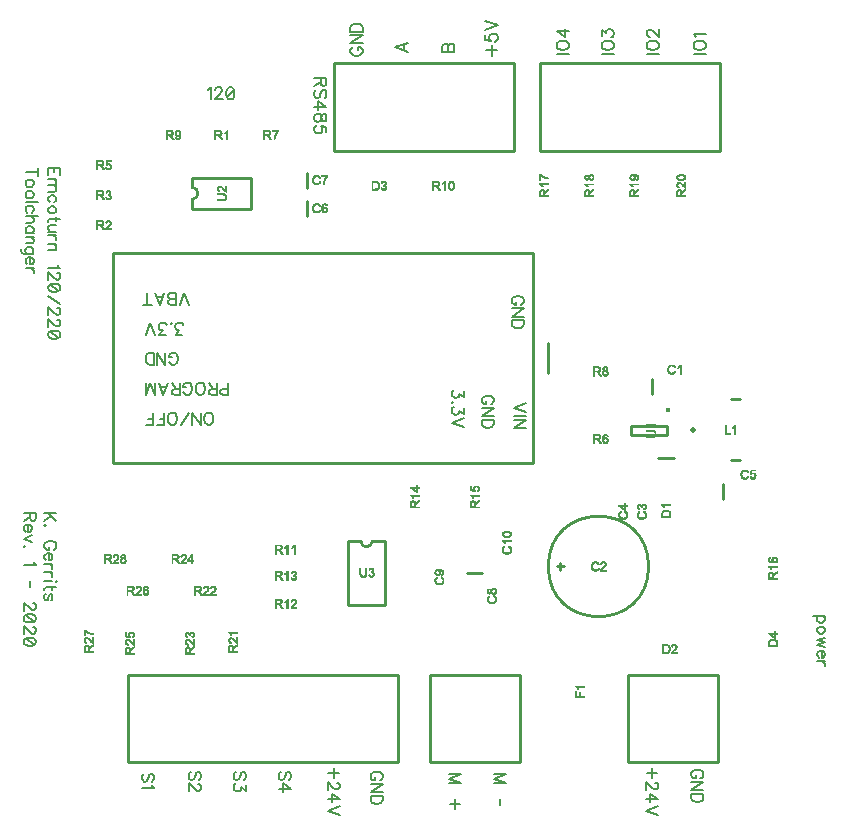
<source format=gbr>
%TF.GenerationSoftware,Novarm,DipTrace,3.3.1.3*%
%TF.CreationDate,2020-07-03T15:37:59+00:00*%
%FSLAX35Y35*%
%MOMM*%
%TF.FileFunction,Legend,Top*%
%TF.Part,Single*%
%ADD10C,0.25*%
%ADD13C,0.05*%
%ADD32O,0.5004X0.50021*%
%ADD35O,0.39118X0.39103*%
%ADD60C,0.15686*%
G75*
G01*
%LPD*%
X5546450Y3808550D2*
D10*
Y3938450D1*
X4671250Y2349500D2*
G02X4671250Y2349500I425000J0D01*
G01*
X4773760Y2319495D2*
Y2379505D1*
X4743840Y2349500D2*
X4803765D1*
X6149697Y2919550D2*
Y3049450D1*
X2629177Y5446577D2*
Y5316677D1*
Y5684700D2*
Y5554800D1*
X3983177Y2295803D2*
X4113077D1*
X5602427Y3269950D2*
X5732327D1*
X6111900Y690000D2*
X5349900D1*
Y1430000D1*
X6111900D1*
Y690000D1*
X2857500Y6610000D2*
X4381500D1*
Y5870000D1*
X2857500D1*
Y6610000D1*
X4429100Y690000D2*
X3667100D1*
Y1430000D1*
X4429100D1*
Y690000D1*
X3397200D2*
X1111200D1*
Y1430000D1*
X3397200D1*
Y690000D1*
X4603800Y6610000D2*
X6127800D1*
Y5870000D1*
X4603800D1*
Y6610000D1*
X6218379Y3768362D2*
X6298373D1*
X6218379Y3248392D2*
X6298373D1*
D32*
X5893397Y3508377D3*
X4540187Y3222623D2*
D10*
X984250D1*
Y5000623D1*
X4540187D1*
Y3222623D1*
X4667250Y3984674D2*
Y4238573D1*
D35*
X5688114Y3677605D3*
X5674748Y3540279D2*
D10*
X5374753D1*
X5674748Y3460293D2*
X5374753D1*
Y3540279D2*
Y3460293D1*
X5674748Y3540279D2*
Y3460293D1*
X1654995Y5378732D2*
X2155005D1*
X1654995Y5638768D2*
X2155005D1*
Y5378732D2*
Y5638768D1*
X1654995Y5458726D2*
Y5378732D1*
Y5558774D2*
Y5638768D1*
Y5458726D2*
G03X1654995Y5558774I-23J50024D01*
G01*
X2971649Y2566625D2*
Y2026622D1*
X3291618Y2566625D2*
Y2026622D1*
X2971649D2*
X3291618D1*
X2971649Y2566625D2*
X3081624D1*
X3181643D2*
X3291618D1*
X3081624D2*
G03X3181643Y2566625I50009J59D01*
G01*
X5704853Y4058877D2*
D13*
X5724853D1*
X5787353D2*
X5792353D1*
X5699191Y4056377D2*
X5728884D1*
X5784853D2*
X5792353D1*
X5694520Y4053877D2*
X5732634D1*
X5782353D2*
X5792353D1*
X5690908Y4051377D2*
X5735816D1*
X5779844D2*
X5792353D1*
X5688169Y4048877D2*
X5705836D1*
X5721361D2*
X5738228D1*
X5777256D2*
X5792353D1*
X5686115Y4046377D2*
X5700422D1*
X5726697D2*
X5740065D1*
X5774447D2*
X5792353D1*
X5684489Y4043877D2*
X5696345D1*
X5730551D2*
X5741638D1*
X5771446D2*
X5792353D1*
X5683087Y4041377D2*
X5693439D1*
X5733245D2*
X5743203D1*
X5768720D2*
X5792353D1*
X5681863Y4038877D2*
X5691515D1*
X5735365D2*
X5744853D1*
X5766485D2*
X5776894D1*
X5782353D2*
X5792353D1*
X5680906Y4036377D2*
X5690213D1*
X5737353D2*
X5742353D1*
X5765567D2*
X5773517D1*
X5782353D2*
X5792353D1*
X5680249Y4033877D2*
X5689153D1*
X5764853D2*
X5769853D1*
X5782353D2*
X5792353D1*
X5679645Y4031377D2*
X5688318D1*
X5782353D2*
X5792353D1*
X5678919Y4028877D2*
X5687805D1*
X5782353D2*
X5792353D1*
X5678227Y4026377D2*
X5687545D1*
X5782353D2*
X5792353D1*
X5677772Y4023877D2*
X5687429D1*
X5782353D2*
X5792353D1*
X5677543Y4021377D2*
X5687381D1*
X5782353D2*
X5792353D1*
X5677522Y4018877D2*
X5687363D1*
X5782353D2*
X5792353D1*
X5677796Y4016377D2*
X5687366D1*
X5782353D2*
X5792353D1*
X5678378Y4013877D2*
X5687452D1*
X5782353D2*
X5792353D1*
X5679022Y4011377D2*
X5687780D1*
X5782353D2*
X5792353D1*
X5679544Y4008877D2*
X5688466D1*
X5782353D2*
X5792353D1*
X5680104Y4006377D2*
X5689435D1*
X5737353D2*
X5744853D1*
X5782353D2*
X5792353D1*
X5680896Y4003877D2*
X5690568D1*
X5736384D2*
X5744748D1*
X5782353D2*
X5792353D1*
X5681909Y4001377D2*
X5691876D1*
X5735124D2*
X5744340D1*
X5782353D2*
X5792353D1*
X5683058Y3998877D2*
X5693687D1*
X5733548D2*
X5743412D1*
X5782353D2*
X5792353D1*
X5684354Y3996377D2*
X5696154D1*
X5729770D2*
X5742075D1*
X5782353D2*
X5792353D1*
X5685923Y3993877D2*
X5703350D1*
X5723524D2*
X5740572D1*
X5782353D2*
X5792353D1*
X5687953Y3991377D2*
X5714207D1*
X5713941D2*
X5738791D1*
X5782353D2*
X5792353D1*
X5690584Y3988877D2*
X5736382D1*
X5782353D2*
X5792353D1*
X5693963Y3986377D2*
X5733134D1*
X5782353D2*
X5792353D1*
X5698010Y3983877D2*
X5729155D1*
X5782353D2*
X5792353D1*
X5702353Y3981377D2*
X5724853D1*
X5782353D2*
X5792353D1*
X5058750Y2392000D2*
X5078750D1*
X5126250D2*
X5143750D1*
X5053087Y2389500D2*
X5082781D1*
X5122606D2*
X5147394D1*
X5048417Y2387000D2*
X5086531D1*
X5119476D2*
X5150524D1*
X5044804Y2384500D2*
X5089713D1*
X5116941D2*
X5153059D1*
X5042065Y2382000D2*
X5059733D1*
X5075258D2*
X5092125D1*
X5114976D2*
X5126345D1*
X5143740D2*
X5155024D1*
X5040011Y2379500D2*
X5054318D1*
X5080594D2*
X5093961D1*
X5113487D2*
X5124175D1*
X5146143D2*
X5156532D1*
X5038386Y2377000D2*
X5050241D1*
X5084448D2*
X5095535D1*
X5112308D2*
X5122370D1*
X5148226D2*
X5157606D1*
X5036983Y2374500D2*
X5047336D1*
X5087142D2*
X5097100D1*
X5112313D2*
X5120904D1*
X5149702D2*
X5158227D1*
X5035760Y2372000D2*
X5045412D1*
X5089261D2*
X5098750D1*
X5114033D2*
X5119733D1*
X5150687D2*
X5158522D1*
X5034803Y2369500D2*
X5044109D1*
X5091250D2*
X5096250D1*
X5116250D2*
X5118750D1*
X5150595D2*
X5158568D1*
X5034145Y2367000D2*
X5043050D1*
X5150031D2*
X5158293D1*
X5033541Y2364500D2*
X5042214D1*
X5149043D2*
X5157626D1*
X5032816Y2362000D2*
X5041702D1*
X5147704D2*
X5156664D1*
X5032124Y2359500D2*
X5041441D1*
X5146133D2*
X5155534D1*
X5031669Y2357000D2*
X5041325D1*
X5144449D2*
X5154246D1*
X5031440Y2354500D2*
X5041278D1*
X5142405D2*
X5152689D1*
X5031419Y2352000D2*
X5041260D1*
X5139796D2*
X5150758D1*
X5031693Y2349500D2*
X5041263D1*
X5136907D2*
X5148543D1*
X5032275Y2347000D2*
X5041349D1*
X5134084D2*
X5146159D1*
X5032919Y2344500D2*
X5041676D1*
X5131399D2*
X5143622D1*
X5033441Y2342000D2*
X5042363D1*
X5128810D2*
X5140823D1*
X5034000Y2339500D2*
X5043332D1*
X5091250D2*
X5098750D1*
X5126273D2*
X5137731D1*
X5034793Y2337000D2*
X5044464D1*
X5090281D2*
X5098645D1*
X5123758D2*
X5134593D1*
X5035806Y2334500D2*
X5045773D1*
X5089021D2*
X5098237D1*
X5121263D2*
X5131658D1*
X5036955Y2332000D2*
X5047584D1*
X5087444D2*
X5097309D1*
X5118849D2*
X5128926D1*
X5038250Y2329500D2*
X5050051D1*
X5083666D2*
X5095972D1*
X5116676D2*
X5126320D1*
X5039819Y2327000D2*
X5057246D1*
X5077420D2*
X5094469D1*
X5114873D2*
X5123776D1*
X5041849Y2324500D2*
X5068103D1*
X5067837D2*
X5092688D1*
X5113430D2*
X5121259D1*
X5044480Y2322000D2*
X5090279D1*
X5112381D2*
X5158750D1*
X5047860Y2319500D2*
X5087031D1*
X5111766D2*
X5158750D1*
X5051906Y2317000D2*
X5083052D1*
X5111449D2*
X5158750D1*
X5056250Y2314500D2*
X5078750D1*
X5111250D2*
X5158750D1*
X5465997Y2880500D2*
X5485997D1*
X5435997Y2878000D2*
X5445997D1*
X5463592D2*
X5488965D1*
X5432352Y2875500D2*
X5449263D1*
X5461414D2*
X5491579D1*
X5429232Y2873000D2*
X5451842D1*
X5459534D2*
X5474575D1*
X5477419D2*
X5493808D1*
X5426775Y2870500D2*
X5453974D1*
X5457779D2*
X5469481D1*
X5482513D2*
X5495699D1*
X5425041Y2868000D2*
X5436092D1*
X5445109D2*
X5466003D1*
X5485990D2*
X5497062D1*
X5423813Y2865500D2*
X5433922D1*
X5448354D2*
X5463748D1*
X5488245D2*
X5497845D1*
X5422782Y2863000D2*
X5432129D1*
X5450628D2*
X5462103D1*
X5489891D2*
X5498227D1*
X5421956Y2860500D2*
X5430774D1*
X5452332D2*
X5461535D1*
X5490459D2*
X5498392D1*
X5421456Y2858000D2*
X5429772D1*
X5452933D2*
X5461226D1*
X5490757D2*
X5498458D1*
X5421285Y2855500D2*
X5429972D1*
X5453275D2*
X5461081D1*
X5490799D2*
X5498483D1*
X5421498Y2853000D2*
X5430479D1*
X5453497D2*
X5460997D1*
X5490430D2*
X5498482D1*
X5422137Y2850500D2*
X5431137D1*
X5489648D2*
X5498388D1*
X5423089Y2848000D2*
X5433054D1*
X5487352D2*
X5497972D1*
X5424224Y2845500D2*
X5435623D1*
X5484199D2*
X5496958D1*
X5425606Y2843000D2*
X5438031D1*
X5480270D2*
X5495292D1*
X5427542Y2840500D2*
X5439875D1*
X5475997D2*
X5493105D1*
X5430285Y2838000D2*
X5440515D1*
X5477160D2*
X5490395D1*
X5433497Y2835500D2*
X5440997D1*
X5477933D2*
X5487112D1*
X5478497Y2833000D2*
X5483497D1*
X5475997Y2820500D2*
X5478497D1*
X5438497Y2818000D2*
X5443497D1*
X5474732D2*
X5482527D1*
X5435152Y2815500D2*
X5443382D1*
X5474369D2*
X5486277D1*
X5431996Y2813000D2*
X5443116D1*
X5475286D2*
X5489459D1*
X5429350Y2810500D2*
X5441602D1*
X5477702D2*
X5491872D1*
X5427302Y2808000D2*
X5439312D1*
X5480451D2*
X5493700D1*
X5425739Y2805500D2*
X5436665D1*
X5483196D2*
X5495199D1*
X5424557Y2803000D2*
X5434319D1*
X5485756D2*
X5496462D1*
X5423609Y2800500D2*
X5432662D1*
X5487918D2*
X5497425D1*
X5422702Y2798000D2*
X5431650D1*
X5489437D2*
X5498001D1*
X5421926Y2795500D2*
X5430889D1*
X5490294D2*
X5498288D1*
X5421436Y2793000D2*
X5430110D1*
X5490707D2*
X5498415D1*
X5421194Y2790500D2*
X5429481D1*
X5490885D2*
X5498467D1*
X5421168Y2788000D2*
X5429336D1*
X5490946D2*
X5498486D1*
X5421440Y2785500D2*
X5429703D1*
X5490885D2*
X5498493D1*
X5422031Y2783000D2*
X5430322D1*
X5490566D2*
X5498486D1*
X5422754Y2780500D2*
X5431042D1*
X5489882D2*
X5498399D1*
X5423516Y2778000D2*
X5431953D1*
X5488904D2*
X5498071D1*
X5424434Y2775500D2*
X5433119D1*
X5487684D2*
X5497384D1*
X5425509Y2773000D2*
X5434729D1*
X5486048D2*
X5496415D1*
X5426685Y2770500D2*
X5436810D1*
X5483550D2*
X5495282D1*
X5428001Y2768000D2*
X5441699D1*
X5479254D2*
X5493983D1*
X5429652Y2765500D2*
X5449757D1*
X5471652D2*
X5492329D1*
X5431924Y2763000D2*
X5461769D1*
X5459968D2*
X5489971D1*
X5434929Y2760500D2*
X5486646D1*
X5438723Y2758000D2*
X5482232D1*
X5443354Y2755500D2*
X5476858D1*
X5448497Y2753000D2*
X5470997D1*
X5312253Y2883000D2*
X5319753D1*
X5312253Y2880500D2*
X5319753D1*
X5312253Y2878000D2*
X5319753D1*
X5312253Y2875500D2*
X5319753D1*
X5312253Y2873000D2*
X5319753D1*
X5262253Y2870500D2*
X5339753D1*
X5262840Y2868000D2*
X5339753D1*
X5263857Y2865500D2*
X5339753D1*
X5266385Y2863000D2*
X5339753D1*
X5269272Y2860500D2*
X5280140D1*
X5312253D2*
X5319753D1*
X5272367Y2858000D2*
X5283269D1*
X5312253D2*
X5319753D1*
X5275641Y2855500D2*
X5286504D1*
X5312253D2*
X5319753D1*
X5278951Y2853000D2*
X5289761D1*
X5312253D2*
X5319753D1*
X5282240Y2850500D2*
X5293102D1*
X5312253D2*
X5319753D1*
X5285594Y2848000D2*
X5296456D1*
X5312244D2*
X5319753D1*
X5288934Y2845500D2*
X5299947D1*
X5312148D2*
X5319753D1*
X5292244Y2843000D2*
X5304089D1*
X5311762D2*
X5319753D1*
X5295680Y2840500D2*
X5309159D1*
X5310907D2*
X5319753D1*
X5299252Y2838000D2*
X5319753D1*
X5302833Y2835500D2*
X5319753D1*
X5306231Y2833000D2*
X5319753D1*
X5309322Y2830500D2*
X5319753D1*
X5312253Y2828000D2*
X5319753D1*
X5317253Y2820500D2*
X5319753D1*
X5279753Y2818000D2*
X5284753D1*
X5315989D2*
X5323784D1*
X5276408Y2815500D2*
X5284639D1*
X5315626D2*
X5327534D1*
X5273252Y2813000D2*
X5284372D1*
X5316543D2*
X5330716D1*
X5270607Y2810500D2*
X5282858D1*
X5318959D2*
X5333128D1*
X5268558Y2808000D2*
X5280568D1*
X5321707D2*
X5334957D1*
X5266995Y2805500D2*
X5277922D1*
X5324453D2*
X5336455D1*
X5265813Y2803000D2*
X5275575D1*
X5327013D2*
X5337719D1*
X5264865Y2800500D2*
X5273918D1*
X5329175D2*
X5338682D1*
X5263958Y2798000D2*
X5272906D1*
X5330694D2*
X5339257D1*
X5263183Y2795500D2*
X5272145D1*
X5331551D2*
X5339545D1*
X5262693Y2793000D2*
X5271366D1*
X5331964D2*
X5339672D1*
X5262450Y2790500D2*
X5270738D1*
X5332142D2*
X5339723D1*
X5262425Y2788000D2*
X5270593D1*
X5332203D2*
X5339743D1*
X5262697Y2785500D2*
X5270959D1*
X5332141D2*
X5339750D1*
X5263288Y2783000D2*
X5271579D1*
X5331822D2*
X5339742D1*
X5264010Y2780500D2*
X5272298D1*
X5331139D2*
X5339655D1*
X5264772Y2778000D2*
X5273209D1*
X5330161D2*
X5339327D1*
X5265690Y2775500D2*
X5274376D1*
X5328941D2*
X5338641D1*
X5266765Y2773000D2*
X5275986D1*
X5327304D2*
X5337671D1*
X5267942Y2770500D2*
X5278066D1*
X5324807D2*
X5336539D1*
X5269257Y2768000D2*
X5282955D1*
X5320511D2*
X5335240D1*
X5270908Y2765500D2*
X5291013D1*
X5312908D2*
X5333585D1*
X5273180Y2763000D2*
X5303025D1*
X5301225D2*
X5331228D1*
X5276186Y2760500D2*
X5327903D1*
X5279980Y2758000D2*
X5323489D1*
X5284610Y2755500D2*
X5318114D1*
X5289753Y2753000D2*
X5312253D1*
X6323973Y3169877D2*
X6343973D1*
X6386473D2*
X6421473D1*
X6318311Y3167377D2*
X6348004D1*
X6385619D2*
X6421473D1*
X6313640Y3164877D2*
X6351754D1*
X6384875D2*
X6421473D1*
X6310028Y3162377D2*
X6354936D1*
X6384391D2*
X6421473D1*
X6307289Y3159877D2*
X6324956D1*
X6340481D2*
X6357348D1*
X6384058D2*
X6391087D1*
X6305235Y3157377D2*
X6319542D1*
X6345817D2*
X6359185D1*
X6383629D2*
X6390467D1*
X6303609Y3154877D2*
X6315465D1*
X6349671D2*
X6360758D1*
X6382985D2*
X6389820D1*
X6302207Y3152377D2*
X6312559D1*
X6352365D2*
X6362323D1*
X6382327D2*
X6389372D1*
X6300983Y3149877D2*
X6310635D1*
X6354485D2*
X6363973D1*
X6381875D2*
X6389052D1*
X6300026Y3147377D2*
X6309333D1*
X6356473D2*
X6361473D1*
X6381553D2*
X6388625D1*
X6299369Y3144877D2*
X6308273D1*
X6381128D2*
X6387962D1*
X6396473D2*
X6408973D1*
X6298765Y3142377D2*
X6307438D1*
X6380485D2*
X6387200D1*
X6390301D2*
X6412618D1*
X6298039Y3139877D2*
X6306925D1*
X6379837D2*
X6415748D1*
X6297347Y3137377D2*
X6306665D1*
X6379490D2*
X6418283D1*
X6296892Y3134877D2*
X6306549D1*
X6379432D2*
X6391473D1*
X6408964D2*
X6420247D1*
X6296663Y3132377D2*
X6306501D1*
X6380332D2*
X6388973D1*
X6411366D2*
X6421755D1*
X6296642Y3129877D2*
X6306483D1*
X6381473D2*
X6386473D1*
X6413450D2*
X6422839D1*
X6296916Y3127377D2*
X6306486D1*
X6414935D2*
X6423555D1*
X6297498Y3124877D2*
X6306572D1*
X6415779D2*
X6424247D1*
X6298142Y3122377D2*
X6306900D1*
X6416187D2*
X6425240D1*
X6298664Y3119877D2*
X6307586D1*
X6416363D2*
X6426473D1*
X6299224Y3117377D2*
X6308555D1*
X6356473D2*
X6363973D1*
X6416423D2*
X6425319D1*
X6300016Y3114877D2*
X6309688D1*
X6355504D2*
X6363868D1*
X6416352D2*
X6424592D1*
X6301029Y3112377D2*
X6310996D1*
X6354244D2*
X6363460D1*
X6376473D2*
X6383973D1*
X6415935D2*
X6424140D1*
X6302178Y3109877D2*
X6312807D1*
X6352668D2*
X6362532D1*
X6377423D2*
X6385763D1*
X6415130D2*
X6423651D1*
X6303474Y3107377D2*
X6315274D1*
X6348890D2*
X6361195D1*
X6378497D2*
X6387781D1*
X6412951D2*
X6422889D1*
X6305043Y3104877D2*
X6322470D1*
X6342644D2*
X6359692D1*
X6379668D2*
X6392759D1*
X6407847D2*
X6421807D1*
X6307073Y3102377D2*
X6333327D1*
X6333061D2*
X6357911D1*
X6380980D2*
X6400119D1*
X6400396D2*
X6420337D1*
X6309704Y3099877D2*
X6355502D1*
X6382637D2*
X6418351D1*
X6313083Y3097377D2*
X6352254D1*
X6384954D2*
X6415767D1*
X6317130Y3094877D2*
X6348275D1*
X6388010D2*
X6412549D1*
X6321473Y3092377D2*
X6343973D1*
X6391473D2*
X6408973D1*
X2697400Y5424127D2*
X2717400D1*
X2769900D2*
X2782400D1*
X2691737Y5421627D2*
X2721431D1*
X2765487D2*
X2786513D1*
X2687067Y5419127D2*
X2725181D1*
X2761845D2*
X2789767D1*
X2683454Y5416627D2*
X2728363D1*
X2759117D2*
X2792129D1*
X2680715Y5414127D2*
X2698383D1*
X2713908D2*
X2730775D1*
X2756949D2*
X2770401D1*
X2781521D2*
X2793902D1*
X2678661Y5411627D2*
X2692968D1*
X2719244D2*
X2732611D1*
X2755126D2*
X2766537D1*
X2784851D2*
X2795312D1*
X2677036Y5409127D2*
X2688891D1*
X2723098D2*
X2734185D1*
X2753793D2*
X2763606D1*
X2787495D2*
X2796444D1*
X2675633Y5406627D2*
X2685986D1*
X2725792D2*
X2735750D1*
X2752941D2*
X2761627D1*
X2789900D2*
X2797400D1*
X2674410Y5404127D2*
X2684062D1*
X2727911D2*
X2737400D1*
X2752249D2*
X2760289D1*
X2673453Y5401627D2*
X2682759D1*
X2729900D2*
X2734900D1*
X2751488D2*
X2759212D1*
X2672795Y5399127D2*
X2681700D1*
X2750782D2*
X2758379D1*
X2672191Y5396627D2*
X2680864D1*
X2750321D2*
X2757958D1*
X2769900D2*
X2782400D1*
X2671466Y5394127D2*
X2680352D1*
X2750081D2*
X2757866D1*
X2765777D2*
X2786522D1*
X2670774Y5391627D2*
X2680091D1*
X2749972D2*
X2758762D1*
X2761627D2*
X2789855D1*
X2670319Y5389127D2*
X2679975D1*
X2749927D2*
X2792447D1*
X2670090Y5386627D2*
X2679928D1*
X2749910D2*
X2768287D1*
X2781513D2*
X2794499D1*
X2670069Y5384127D2*
X2679910D1*
X2749903D2*
X2765033D1*
X2784757D2*
X2795937D1*
X2670343Y5381627D2*
X2679913D1*
X2749901D2*
X2762671D1*
X2787031D2*
X2796833D1*
X2670925Y5379127D2*
X2679999D1*
X2749900D2*
X2760909D1*
X2788735D2*
X2797532D1*
X2671569Y5376627D2*
X2680326D1*
X2749910D2*
X2759611D1*
X2789334D2*
X2798211D1*
X2672091Y5374127D2*
X2681013D1*
X2749998D2*
X2758653D1*
X2789659D2*
X2798601D1*
X2672650Y5371627D2*
X2681982D1*
X2729900D2*
X2737400D1*
X2750316D2*
X2758865D1*
X2789796D2*
X2798463D1*
X2673443Y5369127D2*
X2683114D1*
X2728931D2*
X2737295D1*
X2750925D2*
X2759359D1*
X2789758D2*
X2798053D1*
X2674456Y5366627D2*
X2684423D1*
X2727671D2*
X2736887D1*
X2751654D2*
X2760094D1*
X2789364D2*
X2797639D1*
X2675605Y5364127D2*
X2686234D1*
X2726094D2*
X2735959D1*
X2752418D2*
X2761341D1*
X2788594D2*
X2797123D1*
X2676900Y5361627D2*
X2688701D1*
X2722316D2*
X2734622D1*
X2753346D2*
X2763080D1*
X2786251D2*
X2796338D1*
X2678469Y5359127D2*
X2695896D1*
X2716070D2*
X2733119D1*
X2754510D2*
X2767500D1*
X2782175D2*
X2795243D1*
X2680499Y5356627D2*
X2706753D1*
X2706487D2*
X2731338D1*
X2756014D2*
X2774196D1*
X2775571D2*
X2793768D1*
X2683130Y5354127D2*
X2728929D1*
X2758014D2*
X2791779D1*
X2686510Y5351627D2*
X2725681D1*
X2760604D2*
X2789194D1*
X2690556Y5349127D2*
X2721702D1*
X2763824D2*
X2785976D1*
X2694900Y5346627D2*
X2717400D1*
X2767400D2*
X2782400D1*
X2697400Y5662250D2*
X2717400D1*
X2749900D2*
X2799900D1*
X2691737Y5659750D2*
X2721431D1*
X2749900D2*
X2799418D1*
X2687067Y5657250D2*
X2725181D1*
X2749900D2*
X2798468D1*
X2683454Y5654750D2*
X2728363D1*
X2749900D2*
X2797124D1*
X2680715Y5652250D2*
X2698383D1*
X2713908D2*
X2730775D1*
X2787786D2*
X2795639D1*
X2678661Y5649750D2*
X2692968D1*
X2719244D2*
X2732611D1*
X2785916D2*
X2794043D1*
X2677036Y5647250D2*
X2688891D1*
X2723098D2*
X2734185D1*
X2784151D2*
X2792368D1*
X2675633Y5644750D2*
X2685986D1*
X2725792D2*
X2735750D1*
X2782408D2*
X2790734D1*
X2674410Y5642250D2*
X2684062D1*
X2727911D2*
X2737400D1*
X2780748D2*
X2789079D1*
X2673453Y5639750D2*
X2682759D1*
X2729900D2*
X2734900D1*
X2779083D2*
X2787390D1*
X2672795Y5637250D2*
X2681700D1*
X2777392D2*
X2785827D1*
X2672191Y5634750D2*
X2680864D1*
X2775837D2*
X2784409D1*
X2671466Y5632250D2*
X2680352D1*
X2774497D2*
X2783077D1*
X2670774Y5629750D2*
X2680091D1*
X2773406D2*
X2781796D1*
X2670319Y5627250D2*
X2679975D1*
X2772483D2*
X2780541D1*
X2670090Y5624750D2*
X2679928D1*
X2771501D2*
X2779366D1*
X2670069Y5622250D2*
X2679910D1*
X2770411D2*
X2778353D1*
X2670343Y5619750D2*
X2679913D1*
X2769314D2*
X2777473D1*
X2670925Y5617250D2*
X2679999D1*
X2768333D2*
X2776581D1*
X2671569Y5614750D2*
X2680326D1*
X2767466D2*
X2775727D1*
X2672091Y5612250D2*
X2681013D1*
X2766589D2*
X2774922D1*
X2672650Y5609750D2*
X2681982D1*
X2729900D2*
X2737400D1*
X2765814D2*
X2774072D1*
X2673443Y5607250D2*
X2683114D1*
X2728931D2*
X2737295D1*
X2765240D2*
X2773308D1*
X2674456Y5604750D2*
X2684423D1*
X2727671D2*
X2736887D1*
X2764670D2*
X2772738D1*
X2675605Y5602250D2*
X2686234D1*
X2726094D2*
X2735959D1*
X2763959D2*
X2772170D1*
X2676900Y5599750D2*
X2688701D1*
X2722316D2*
X2734622D1*
X2763271D2*
X2771458D1*
X2678469Y5597250D2*
X2695896D1*
X2716070D2*
X2733119D1*
X2762818D2*
X2770771D1*
X2680499Y5594750D2*
X2706753D1*
X2706487D2*
X2731338D1*
X2762580D2*
X2770318D1*
X2683130Y5592250D2*
X2728929D1*
X2762471D2*
X2770079D1*
X2686510Y5589750D2*
X2725681D1*
X2762427D2*
X2769971D1*
X2690556Y5587250D2*
X2721702D1*
X2762409D2*
X2769925D1*
X2694900Y5584750D2*
X2717400D1*
X2762400D2*
X2769900D1*
X4196000Y2164900D2*
X4216000D1*
X4163500Y2162400D2*
X4176000D1*
X4193295D2*
X4219559D1*
X4160242Y2159900D2*
X4179246D1*
X4190019D2*
X4222447D1*
X4157732Y2157400D2*
X4182546D1*
X4185808D2*
X4224613D1*
X4155844Y2154900D2*
X4196105D1*
X4215604D2*
X4226217D1*
X4154317Y2152400D2*
X4163982D1*
X4178886D2*
X4194013D1*
X4217386D2*
X4227331D1*
X4153042Y2149900D2*
X4162432D1*
X4179506D2*
X4192441D1*
X4218823D2*
X4227968D1*
X4152074Y2147400D2*
X4161285D1*
X4180153D2*
X4191288D1*
X4219870D2*
X4228279D1*
X4151507Y2144900D2*
X4160369D1*
X4180591D2*
X4190369D1*
X4220482D2*
X4228414D1*
X4151306Y2142400D2*
X4159649D1*
X4180814D2*
X4189649D1*
X4220774D2*
X4228468D1*
X4151498Y2139900D2*
X4160013D1*
X4180822D2*
X4189918D1*
X4220808D2*
X4228479D1*
X4152055Y2137400D2*
X4160885D1*
X4180643D2*
X4190450D1*
X4220445D2*
X4228399D1*
X4152774Y2134900D2*
X4162137D1*
X4179574D2*
X4191097D1*
X4219691D2*
X4228073D1*
X4153619Y2132400D2*
X4165422D1*
X4176440D2*
X4192731D1*
X4217349D2*
X4227377D1*
X4154874Y2129900D2*
X4170223D1*
X4171724D2*
X4197941D1*
X4213274D2*
X4226320D1*
X4156730Y2127400D2*
X4183397D1*
X4189001D2*
X4206057D1*
X4206671D2*
X4224859D1*
X4159251Y2124900D2*
X4180509D1*
X4189840D2*
X4222876D1*
X4162441Y2122400D2*
X4177154D1*
X4192107D2*
X4220293D1*
X4166000Y2119900D2*
X4173500D1*
X4195091D2*
X4217075D1*
X4198500Y2117400D2*
X4213500D1*
X4206000Y2104900D2*
X4208500D1*
X4168500Y2102400D2*
X4173500D1*
X4204735D2*
X4212531D1*
X4165155Y2099900D2*
X4173385D1*
X4204372D2*
X4216281D1*
X4161999Y2097400D2*
X4173119D1*
X4205290D2*
X4219463D1*
X4159353Y2094900D2*
X4171605D1*
X4207706D2*
X4221875D1*
X4157305Y2092400D2*
X4169315D1*
X4210454D2*
X4223703D1*
X4155742Y2089900D2*
X4166668D1*
X4213200D2*
X4225202D1*
X4154560Y2087400D2*
X4164322D1*
X4215760D2*
X4226466D1*
X4153612Y2084900D2*
X4162665D1*
X4217922D2*
X4227428D1*
X4152705Y2082400D2*
X4161653D1*
X4219440D2*
X4228004D1*
X4151929Y2079900D2*
X4160892D1*
X4220298D2*
X4228292D1*
X4151439Y2077400D2*
X4160113D1*
X4220711D2*
X4228419D1*
X4151197Y2074900D2*
X4159485D1*
X4220889D2*
X4228470D1*
X4151172Y2072400D2*
X4159339D1*
X4220949D2*
X4228489D1*
X4151444Y2069900D2*
X4159706D1*
X4220888D2*
X4228496D1*
X4152035Y2067400D2*
X4160325D1*
X4220569D2*
X4228489D1*
X4152757Y2064900D2*
X4161045D1*
X4219886D2*
X4228402D1*
X4153519Y2062400D2*
X4161956D1*
X4218908D2*
X4228074D1*
X4154437Y2059900D2*
X4163123D1*
X4217688D2*
X4227387D1*
X4155512Y2057400D2*
X4164733D1*
X4216051D2*
X4226418D1*
X4156688Y2054900D2*
X4166813D1*
X4213553D2*
X4225286D1*
X4158004Y2052400D2*
X4171702D1*
X4209258D2*
X4223987D1*
X4159655Y2049900D2*
X4179760D1*
X4201655D2*
X4222332D1*
X4161927Y2047400D2*
X4191772D1*
X4189972D2*
X4219974D1*
X4164932Y2044900D2*
X4216649D1*
X4168726Y2042400D2*
X4212236D1*
X4173357Y2039900D2*
X4206861D1*
X4178500Y2037400D2*
X4201000D1*
X3724003Y2324877D2*
X3764003D1*
X3720349Y2322377D2*
X3769103D1*
X3717141Y2319877D2*
X3773338D1*
X3714375Y2317377D2*
X3748908D1*
X3755416D2*
X3776603D1*
X3712121Y2314877D2*
X3724600D1*
X3740616D2*
X3751078D1*
X3762912D2*
X3779124D1*
X3710483Y2312377D2*
X3721046D1*
X3743861D2*
X3752881D1*
X3768473D2*
X3781135D1*
X3709295Y2309877D2*
X3718291D1*
X3746134D2*
X3754324D1*
X3772753D2*
X3782544D1*
X3708280Y2307377D2*
X3716991D1*
X3747838D2*
X3755373D1*
X3774874D2*
X3783343D1*
X3707459Y2304877D2*
X3715961D1*
X3748437D2*
X3755985D1*
X3775721D2*
X3783730D1*
X3706962Y2302377D2*
X3715175D1*
X3748752D2*
X3756287D1*
X3776174D2*
X3783898D1*
X3706791Y2299877D2*
X3715526D1*
X3748801D2*
X3756419D1*
X3776366D2*
X3783965D1*
X3707004Y2297377D2*
X3716363D1*
X3748445D2*
X3756462D1*
X3776339D2*
X3783980D1*
X3707654Y2294877D2*
X3717765D1*
X3747693D2*
X3756385D1*
X3776114D2*
X3783891D1*
X3708693Y2292377D2*
X3719651D1*
X3745743D2*
X3755976D1*
X3774615D2*
X3783478D1*
X3710137Y2289877D2*
X3724545D1*
X3740910D2*
X3754963D1*
X3772415D2*
X3782464D1*
X3712033Y2287377D2*
X3732128D1*
X3733359D2*
X3753298D1*
X3770087D2*
X3780809D1*
X3714325Y2284877D2*
X3751112D1*
X3768329D2*
X3778717D1*
X3717079Y2282377D2*
X3748402D1*
X3767254D2*
X3776400D1*
X3720379Y2279877D2*
X3745119D1*
X3766503D2*
X3774003D1*
X3724003Y2277377D2*
X3741503D1*
X3761503Y2264877D2*
X3764003D1*
X3724003Y2262377D2*
X3729003D1*
X3760239D2*
X3768034D1*
X3720658Y2259877D2*
X3728889D1*
X3759876D2*
X3771784D1*
X3717502Y2257377D2*
X3728622D1*
X3760793D2*
X3774966D1*
X3714857Y2254877D2*
X3727108D1*
X3763209D2*
X3777378D1*
X3712808Y2252377D2*
X3724818D1*
X3765957D2*
X3779207D1*
X3711245Y2249877D2*
X3722172D1*
X3768703D2*
X3780705D1*
X3710063Y2247377D2*
X3719825D1*
X3771263D2*
X3781969D1*
X3709115Y2244877D2*
X3718168D1*
X3773425D2*
X3782932D1*
X3708208Y2242377D2*
X3717156D1*
X3774944D2*
X3783507D1*
X3707433Y2239877D2*
X3716395D1*
X3775801D2*
X3783795D1*
X3706943Y2237377D2*
X3715616D1*
X3776214D2*
X3783922D1*
X3706700Y2234877D2*
X3714988D1*
X3776392D2*
X3783973D1*
X3706675Y2232377D2*
X3714843D1*
X3776453D2*
X3783993D1*
X3706947Y2229877D2*
X3715209D1*
X3776391D2*
X3784000D1*
X3707538Y2227377D2*
X3715829D1*
X3776072D2*
X3783992D1*
X3708260Y2224877D2*
X3716548D1*
X3775389D2*
X3783905D1*
X3709022Y2222377D2*
X3717459D1*
X3774411D2*
X3783577D1*
X3709940Y2219877D2*
X3718626D1*
X3773191D2*
X3782891D1*
X3711015Y2217377D2*
X3720236D1*
X3771554D2*
X3781921D1*
X3712192Y2214877D2*
X3722316D1*
X3769057D2*
X3780789D1*
X3713507Y2212377D2*
X3727205D1*
X3764761D2*
X3779490D1*
X3715158Y2209877D2*
X3735263D1*
X3757158D2*
X3777835D1*
X3717430Y2207377D2*
X3747275D1*
X3745475D2*
X3775478D1*
X3720436Y2204877D2*
X3772153D1*
X3724230Y2202377D2*
X3767739D1*
X3728860Y2199877D2*
X3762364D1*
X3734003Y2197377D2*
X3756503D1*
X4297997Y2647750D2*
X4337997D1*
X4293189Y2645250D2*
X4342505D1*
X4289262Y2642750D2*
X4346458D1*
X4286124Y2640250D2*
X4312662D1*
X4323918D2*
X4349697D1*
X4283630Y2637750D2*
X4302562D1*
X4332876D2*
X4352187D1*
X4281696Y2635250D2*
X4295916D1*
X4339275D2*
X4354126D1*
X4280203Y2632750D2*
X4291313D1*
X4344053D2*
X4354831D1*
X4279137Y2630250D2*
X4289298D1*
X4346300D2*
X4355213D1*
X4278528Y2627750D2*
X4287832D1*
X4347175D2*
X4355386D1*
X4278312Y2625250D2*
X4286778D1*
X4347558D2*
X4355456D1*
X4278498Y2622750D2*
X4287069D1*
X4347429D2*
X4355472D1*
X4279053Y2620250D2*
X4287895D1*
X4346719D2*
X4355394D1*
X4279771Y2617750D2*
X4289099D1*
X4345585D2*
X4355069D1*
X4280616Y2615250D2*
X4292011D1*
X4342899D2*
X4354364D1*
X4281870Y2612750D2*
X4296262D1*
X4339306D2*
X4353209D1*
X4283749Y2610250D2*
X4301830D1*
X4335037D2*
X4351332D1*
X4286490Y2607750D2*
X4348335D1*
X4290610Y2605250D2*
X4344097D1*
X4296352Y2602750D2*
X4338807D1*
X4302997Y2600250D2*
X4332997D1*
X4277997Y2570250D2*
X4355497D1*
X4279428Y2567750D2*
X4355497D1*
X4281443Y2565250D2*
X4355497D1*
X4283860Y2562750D2*
X4355497D1*
X4286241Y2560250D2*
X4295401D1*
X4288461Y2557750D2*
X4297571D1*
X4290644Y2555250D2*
X4299384D1*
X4292689Y2552750D2*
X4300923D1*
X4294504Y2550250D2*
X4302365D1*
X4296231Y2547750D2*
X4303876D1*
X4297997Y2545250D2*
X4305497D1*
X4332997Y2525250D2*
X4335497D1*
X4295497Y2522750D2*
X4300497D1*
X4331732D2*
X4339527D1*
X4292152Y2520250D2*
X4300382D1*
X4331369D2*
X4343277D1*
X4288996Y2517750D2*
X4300116D1*
X4332286D2*
X4346459D1*
X4286350Y2515250D2*
X4298602D1*
X4334702D2*
X4348872D1*
X4284302Y2512750D2*
X4296312D1*
X4337451D2*
X4350700D1*
X4282739Y2510250D2*
X4293665D1*
X4340196D2*
X4352199D1*
X4281557Y2507750D2*
X4291319D1*
X4342756D2*
X4353462D1*
X4280609Y2505250D2*
X4289662D1*
X4344918D2*
X4354425D1*
X4279702Y2502750D2*
X4288650D1*
X4346437D2*
X4355001D1*
X4278926Y2500250D2*
X4287889D1*
X4347294D2*
X4355288D1*
X4278436Y2497750D2*
X4287110D1*
X4347707D2*
X4355415D1*
X4278194Y2495250D2*
X4286481D1*
X4347885D2*
X4355467D1*
X4278168Y2492750D2*
X4286336D1*
X4347946D2*
X4355486D1*
X4278440Y2490250D2*
X4286703D1*
X4347885D2*
X4355493D1*
X4279031Y2487750D2*
X4287322D1*
X4347566D2*
X4355486D1*
X4279754Y2485250D2*
X4288042D1*
X4346882D2*
X4355399D1*
X4280516Y2482750D2*
X4288953D1*
X4345904D2*
X4355071D1*
X4281434Y2480250D2*
X4290119D1*
X4344684D2*
X4354384D1*
X4282509Y2477750D2*
X4291729D1*
X4343048D2*
X4353415D1*
X4283685Y2475250D2*
X4293810D1*
X4340550D2*
X4352282D1*
X4285001Y2472750D2*
X4298699D1*
X4336254D2*
X4350983D1*
X4286652Y2470250D2*
X4306757D1*
X4328652D2*
X4349329D1*
X4288924Y2467750D2*
X4318769D1*
X4316968D2*
X4346971D1*
X4291929Y2465250D2*
X4343646D1*
X4295723Y2462750D2*
X4339232D1*
X4300354Y2460250D2*
X4333858D1*
X4305497Y2457750D2*
X4327997D1*
X5627377Y2875103D2*
X5704877D1*
X5628808Y2872603D2*
X5704877D1*
X5630823Y2870103D2*
X5704877D1*
X5633240Y2867603D2*
X5704877D1*
X5635621Y2865103D2*
X5644781D1*
X5637841Y2862603D2*
X5646951D1*
X5640024Y2860103D2*
X5648764D1*
X5642069Y2857603D2*
X5650303D1*
X5643884Y2855103D2*
X5651745D1*
X5645611Y2852603D2*
X5653256D1*
X5647377Y2850103D2*
X5654877D1*
X5649877Y2827603D2*
X5682377D1*
X5645368Y2825103D2*
X5687561D1*
X5641416Y2822603D2*
X5692029D1*
X5638166Y2820103D2*
X5695575D1*
X5635589Y2817603D2*
X5652482D1*
X5679271D2*
X5698148D1*
X5633609Y2815103D2*
X5647910D1*
X5685227D2*
X5700042D1*
X5632087Y2812603D2*
X5644023D1*
X5689720D2*
X5701565D1*
X5630924Y2810103D2*
X5641095D1*
X5692774D2*
X5702838D1*
X5629984Y2807603D2*
X5638873D1*
X5694800D2*
X5703804D1*
X5629080Y2805103D2*
X5638004D1*
X5696095D2*
X5704380D1*
X5628305Y2802603D2*
X5637268D1*
X5696803D2*
X5704668D1*
X5627816Y2800103D2*
X5636481D1*
X5697141D2*
X5704795D1*
X5627564Y2797603D2*
X5635765D1*
X5697286D2*
X5704847D1*
X5627451Y2795103D2*
X5635300D1*
X5697343D2*
X5704866D1*
X5627404Y2792603D2*
X5635058D1*
X5697365D2*
X5704873D1*
X5627386Y2790103D2*
X5634949D1*
X5697373D2*
X5704875D1*
X5627380Y2787603D2*
X5634903D1*
X5697375D2*
X5704876D1*
X5627378Y2785103D2*
X5634886D1*
X5697376D2*
X5704877D1*
X5627377Y2782603D2*
X5634880D1*
X5697377D2*
X5704877D1*
X5627377Y2780103D2*
X5634878D1*
X5697377D2*
X5704877D1*
X5627377Y2777603D2*
X5634877D1*
X5697377D2*
X5704877D1*
X5627377Y2775103D2*
X5704877D1*
X5627377Y2772603D2*
X5704877D1*
X5627377Y2770103D2*
X5704877D1*
X5627377Y2767603D2*
X5704877D1*
X5636003Y1693500D2*
X5676003D1*
X5726003D2*
X5743503D1*
X5636003Y1691000D2*
X5680502D1*
X5722359D2*
X5747148D1*
X5636003Y1688500D2*
X5684376D1*
X5719229D2*
X5750278D1*
X5636003Y1686000D2*
X5687395D1*
X5716694D2*
X5752813D1*
X5636003Y1683500D2*
X5643503D1*
X5672425D2*
X5689693D1*
X5714729D2*
X5726099D1*
X5743494D2*
X5754777D1*
X5636003Y1681000D2*
X5643503D1*
X5677529D2*
X5691630D1*
X5713241D2*
X5723929D1*
X5745896D2*
X5756285D1*
X5636003Y1678500D2*
X5643503D1*
X5681095D2*
X5693347D1*
X5712061D2*
X5722124D1*
X5747980D2*
X5757359D1*
X5636003Y1676000D2*
X5643503D1*
X5683668D2*
X5694636D1*
X5712067D2*
X5720657D1*
X5749455D2*
X5757980D1*
X5636003Y1673500D2*
X5643503D1*
X5685667D2*
X5695472D1*
X5713786D2*
X5719486D1*
X5750441D2*
X5758275D1*
X5636003Y1671000D2*
X5643503D1*
X5687060D2*
X5696158D1*
X5716003D2*
X5718503D1*
X5750348D2*
X5758321D1*
X5636003Y1668500D2*
X5643503D1*
X5687860D2*
X5696917D1*
X5749785D2*
X5758046D1*
X5636003Y1666000D2*
X5643503D1*
X5688331D2*
X5697622D1*
X5748797D2*
X5757380D1*
X5636003Y1663500D2*
X5643503D1*
X5688815D2*
X5698082D1*
X5747457D2*
X5756418D1*
X5636003Y1661000D2*
X5643503D1*
X5689480D2*
X5698323D1*
X5745887D2*
X5755288D1*
X5636003Y1658500D2*
X5643503D1*
X5690136D2*
X5698432D1*
X5744203D2*
X5753999D1*
X5636003Y1656000D2*
X5643503D1*
X5690493D2*
X5698477D1*
X5742158D2*
X5752443D1*
X5636003Y1653500D2*
X5643503D1*
X5690409D2*
X5698494D1*
X5739549D2*
X5750511D1*
X5636003Y1651000D2*
X5643503D1*
X5689918D2*
X5698490D1*
X5736660D2*
X5748296D1*
X5636003Y1648500D2*
X5643503D1*
X5689311D2*
X5698405D1*
X5733837D2*
X5745912D1*
X5636003Y1646000D2*
X5643503D1*
X5688804D2*
X5698087D1*
X5731152D2*
X5743376D1*
X5636003Y1643500D2*
X5643503D1*
X5688250D2*
X5697478D1*
X5728564D2*
X5740576D1*
X5636003Y1641000D2*
X5643503D1*
X5687460D2*
X5696750D1*
X5726026D2*
X5737485D1*
X5636003Y1638500D2*
X5643503D1*
X5686447D2*
X5695985D1*
X5723512D2*
X5734346D1*
X5636003Y1636000D2*
X5643503D1*
X5685279D2*
X5695067D1*
X5721016D2*
X5731411D1*
X5636003Y1633500D2*
X5643503D1*
X5683681D2*
X5693991D1*
X5718602D2*
X5728679D1*
X5636003Y1631000D2*
X5643503D1*
X5681462D2*
X5692815D1*
X5716430D2*
X5726073D1*
X5636003Y1628500D2*
X5643503D1*
X5672355D2*
X5691499D1*
X5714626D2*
X5723530D1*
X5636003Y1626000D2*
X5643503D1*
X5657327D2*
X5689829D1*
X5713183D2*
X5721012D1*
X5636003Y1623500D2*
X5687384D1*
X5712134D2*
X5758503D1*
X5636003Y1621000D2*
X5683776D1*
X5711520D2*
X5758503D1*
X5636003Y1618500D2*
X5678954D1*
X5711203D2*
X5758503D1*
X5636003Y1616000D2*
X5673503D1*
X5711003D2*
X5758503D1*
X3175500Y5614627D2*
X3215500D1*
X3265500D2*
X3280500D1*
X3175500Y5612127D2*
X3219999D1*
X3261941D2*
X3284144D1*
X3175500Y5609627D2*
X3223873D1*
X3259053D2*
X3287274D1*
X3175500Y5607127D2*
X3226892D1*
X3256887D2*
X3289809D1*
X3175500Y5604627D2*
X3183000D1*
X3211922D2*
X3229189D1*
X3255293D2*
X3268596D1*
X3279613D2*
X3291774D1*
X3175500Y5602127D2*
X3183000D1*
X3217026D2*
X3231126D1*
X3254033D2*
X3265052D1*
X3282857D2*
X3293282D1*
X3175500Y5599627D2*
X3183000D1*
X3220591D2*
X3232844D1*
X3253736D2*
X3262324D1*
X3285121D2*
X3294346D1*
X3175500Y5597127D2*
X3183000D1*
X3223165D2*
X3234133D1*
X3254478D2*
X3261293D1*
X3286796D2*
X3294879D1*
X3175500Y5594627D2*
X3183000D1*
X3225164D2*
X3234968D1*
X3255500D2*
X3260500D1*
X3287194D2*
X3294856D1*
X3175500Y5592127D2*
X3183000D1*
X3226557D2*
X3235654D1*
X3286526D2*
X3294293D1*
X3175500Y5589627D2*
X3183000D1*
X3227357D2*
X3236413D1*
X3284511D2*
X3293289D1*
X3175500Y5587127D2*
X3183000D1*
X3227828D2*
X3237119D1*
X3281558D2*
X3291858D1*
X3175500Y5584627D2*
X3183000D1*
X3228312D2*
X3237579D1*
X3277861D2*
X3289980D1*
X3175500Y5582127D2*
X3183000D1*
X3228977D2*
X3237819D1*
X3274527D2*
X3287799D1*
X3175500Y5579627D2*
X3183000D1*
X3229633D2*
X3237928D1*
X3272007D2*
X3285500D1*
X3175500Y5577127D2*
X3183000D1*
X3229990D2*
X3237973D1*
X3271146D2*
X3289144D1*
X3175500Y5574627D2*
X3183000D1*
X3229906D2*
X3237990D1*
X3270500D2*
X3292265D1*
X3175500Y5572127D2*
X3183000D1*
X3229414D2*
X3237987D1*
X3278665D2*
X3294721D1*
X3175500Y5569627D2*
X3183000D1*
X3228808D2*
X3237901D1*
X3284337D2*
X3296455D1*
X3175500Y5567127D2*
X3183000D1*
X3228301D2*
X3237583D1*
X3288280D2*
X3297674D1*
X3175500Y5564627D2*
X3183000D1*
X3227747D2*
X3236975D1*
X3289448D2*
X3298617D1*
X3175500Y5562127D2*
X3183000D1*
X3226956D2*
X3236246D1*
X3290052D2*
X3299348D1*
X3175500Y5559627D2*
X3183000D1*
X3225944D2*
X3235482D1*
X3255500D2*
X3258000D1*
X3290224D2*
X3299091D1*
X3175500Y5557127D2*
X3183000D1*
X3224775D2*
X3234563D1*
X3253186D2*
X3259560D1*
X3290125D2*
X3298657D1*
X3175500Y5554627D2*
X3183000D1*
X3223177D2*
X3233488D1*
X3252481D2*
X3261142D1*
X3288944D2*
X3298229D1*
X3175500Y5552127D2*
X3183000D1*
X3220959D2*
X3232312D1*
X3253014D2*
X3262915D1*
X3287278D2*
X3297625D1*
X3175500Y5549627D2*
X3183000D1*
X3211852D2*
X3230996D1*
X3253907D2*
X3267869D1*
X3282881D2*
X3296522D1*
X3175500Y5547127D2*
X3183000D1*
X3196824D2*
X3229325D1*
X3255181D2*
X3275754D1*
X3276197D2*
X3294818D1*
X3175500Y5544627D2*
X3226881D1*
X3257109D2*
X3292617D1*
X3175500Y5542127D2*
X3223273D1*
X3260028D2*
X3289901D1*
X3175500Y5539627D2*
X3218450D1*
X3263821D2*
X3286617D1*
X3175500Y5537127D2*
X3213000D1*
X3268000D2*
X3283000D1*
X6582247Y1800873D2*
X6589747D1*
X6582247Y1798373D2*
X6589747D1*
X6582247Y1795873D2*
X6589747D1*
X6582247Y1793373D2*
X6589747D1*
X6582247Y1790873D2*
X6589747D1*
X6532247Y1788373D2*
X6609747D1*
X6532833Y1785873D2*
X6609747D1*
X6533851Y1783373D2*
X6609747D1*
X6536378Y1780873D2*
X6609747D1*
X6539265Y1778373D2*
X6550133D1*
X6582247D2*
X6589747D1*
X6542360Y1775873D2*
X6553263D1*
X6582247D2*
X6589747D1*
X6545634Y1773373D2*
X6556498D1*
X6582247D2*
X6589747D1*
X6548944Y1770873D2*
X6559754D1*
X6582247D2*
X6589747D1*
X6552233Y1768373D2*
X6563095D1*
X6582247D2*
X6589747D1*
X6555587Y1765873D2*
X6566450D1*
X6582237D2*
X6589747D1*
X6558927Y1763373D2*
X6569940D1*
X6582142D2*
X6589747D1*
X6562238Y1760873D2*
X6574082D1*
X6581755D2*
X6589747D1*
X6565674Y1758373D2*
X6579152D1*
X6580901D2*
X6589747D1*
X6569245Y1755873D2*
X6589747D1*
X6572827Y1753373D2*
X6589747D1*
X6576224Y1750873D2*
X6589747D1*
X6579315Y1748373D2*
X6589747D1*
X6582247Y1745873D2*
X6589747D1*
X6554747Y1735873D2*
X6587247D1*
X6550238Y1733373D2*
X6592431D1*
X6546286Y1730873D2*
X6596899D1*
X6543036Y1728373D2*
X6600445D1*
X6540459Y1725873D2*
X6557352D1*
X6584141D2*
X6603018D1*
X6538479Y1723373D2*
X6552780D1*
X6590097D2*
X6604912D1*
X6536957Y1720873D2*
X6548893D1*
X6594590D2*
X6606435D1*
X6535794Y1718373D2*
X6545965D1*
X6597644D2*
X6607708D1*
X6534854Y1715873D2*
X6543743D1*
X6599670D2*
X6608674D1*
X6533950Y1713373D2*
X6542874D1*
X6600965D2*
X6609250D1*
X6533175Y1710873D2*
X6542138D1*
X6601673D2*
X6609538D1*
X6532686Y1708373D2*
X6541351D1*
X6602011D2*
X6609665D1*
X6532434Y1705873D2*
X6540635D1*
X6602156D2*
X6609717D1*
X6532321Y1703373D2*
X6540170D1*
X6602213D2*
X6609736D1*
X6532274Y1700873D2*
X6539928D1*
X6602235D2*
X6609743D1*
X6532256Y1698373D2*
X6539819D1*
X6602243D2*
X6609745D1*
X6532250Y1695873D2*
X6539773D1*
X6602245D2*
X6609746D1*
X6532248Y1693373D2*
X6539756D1*
X6602246D2*
X6609747D1*
X6532247Y1690873D2*
X6539750D1*
X6602247D2*
X6609747D1*
X6532247Y1688373D2*
X6539748D1*
X6602247D2*
X6609747D1*
X6532247Y1685873D2*
X6539747D1*
X6602247D2*
X6609747D1*
X6532247Y1683373D2*
X6609747D1*
X6532247Y1680873D2*
X6609747D1*
X6532247Y1678373D2*
X6609747D1*
X6532247Y1675873D2*
X6609747D1*
X4897127Y1340627D2*
X4974627D1*
X4898558Y1338127D2*
X4974627D1*
X4900573Y1335627D2*
X4974627D1*
X4902990Y1333127D2*
X4974627D1*
X4905371Y1330627D2*
X4914531D1*
X4907591Y1328127D2*
X4916701D1*
X4909774Y1325627D2*
X4918514D1*
X4911819Y1323127D2*
X4920053D1*
X4913634Y1320627D2*
X4921495D1*
X4915361Y1318127D2*
X4923006D1*
X4917127Y1315627D2*
X4924627D1*
X4897127Y1295627D2*
X4904627D1*
X4897127Y1293127D2*
X4904627D1*
X4897127Y1290627D2*
X4904627D1*
X4929627D2*
X4937127D1*
X4897127Y1288127D2*
X4904627D1*
X4929627D2*
X4937127D1*
X4897127Y1285627D2*
X4904627D1*
X4929627D2*
X4937127D1*
X4897127Y1283127D2*
X4904627D1*
X4929627D2*
X4937127D1*
X4897127Y1280627D2*
X4904627D1*
X4929627D2*
X4937127D1*
X4897127Y1278127D2*
X4904627D1*
X4929627D2*
X4937127D1*
X4897127Y1275627D2*
X4904627D1*
X4929627D2*
X4937127D1*
X4897127Y1273127D2*
X4904627D1*
X4929627D2*
X4937127D1*
X4897127Y1270627D2*
X4904627D1*
X4929627D2*
X4937127D1*
X4897127Y1268127D2*
X4904627D1*
X4929627D2*
X4937127D1*
X4897127Y1265627D2*
X4904627D1*
X4929627D2*
X4937127D1*
X4897127Y1263127D2*
X4904627D1*
X4929627D2*
X4937127D1*
X4897127Y1260627D2*
X4904627D1*
X4929627D2*
X4937127D1*
X4897127Y1258127D2*
X4904627D1*
X4929627D2*
X4937127D1*
X4897127Y1255627D2*
X4904627D1*
X4929627D2*
X4937127D1*
X4897127Y1253127D2*
X4974627D1*
X4897127Y1250627D2*
X4974627D1*
X4897127Y1248127D2*
X4974627D1*
X4897127Y1245627D2*
X4974627D1*
X6163377Y3550877D2*
X6173377D1*
X6250877D2*
X6255877D1*
X6163377Y3548377D2*
X6173377D1*
X6248377D2*
X6255877D1*
X6163377Y3545877D2*
X6173377D1*
X6245877D2*
X6255877D1*
X6163377Y3543377D2*
X6173377D1*
X6243367D2*
X6255877D1*
X6163377Y3540877D2*
X6173377D1*
X6240779D2*
X6255877D1*
X6163377Y3538377D2*
X6173377D1*
X6237970D2*
X6255877D1*
X6163377Y3535877D2*
X6173377D1*
X6234969D2*
X6255877D1*
X6163377Y3533377D2*
X6173377D1*
X6232244D2*
X6255877D1*
X6163377Y3530877D2*
X6173377D1*
X6230008D2*
X6240417D1*
X6245877D2*
X6255877D1*
X6163377Y3528377D2*
X6173377D1*
X6229090D2*
X6237040D1*
X6245877D2*
X6255877D1*
X6163377Y3525877D2*
X6173377D1*
X6228377D2*
X6233377D1*
X6245877D2*
X6255877D1*
X6163377Y3523377D2*
X6173377D1*
X6245877D2*
X6255877D1*
X6163377Y3520877D2*
X6173377D1*
X6245877D2*
X6255877D1*
X6163377Y3518377D2*
X6173377D1*
X6245877D2*
X6255877D1*
X6163377Y3515877D2*
X6173377D1*
X6245877D2*
X6255877D1*
X6163377Y3513377D2*
X6173377D1*
X6245877D2*
X6255877D1*
X6163377Y3510877D2*
X6173377D1*
X6245877D2*
X6255877D1*
X6163377Y3508377D2*
X6173377D1*
X6245877D2*
X6255877D1*
X6163377Y3505877D2*
X6173377D1*
X6245877D2*
X6255877D1*
X6163377Y3503377D2*
X6173377D1*
X6245877D2*
X6255877D1*
X6163377Y3500877D2*
X6173377D1*
X6245877D2*
X6255877D1*
X6163377Y3498377D2*
X6173377D1*
X6245877D2*
X6255877D1*
X6163377Y3495877D2*
X6173377D1*
X6245877D2*
X6255877D1*
X6163377Y3493377D2*
X6173377D1*
X6245877D2*
X6255877D1*
X6163377Y3490877D2*
X6173377D1*
X6245877D2*
X6255877D1*
X6163377Y3488377D2*
X6173377D1*
X6245877D2*
X6255877D1*
X6163377Y3485877D2*
X6173377D1*
X6245877D2*
X6255877D1*
X6163377Y3483377D2*
X6173377D1*
X6245877D2*
X6255877D1*
X6163377Y3480877D2*
X6210877D1*
X6245877D2*
X6255877D1*
X6163377Y3478377D2*
X6210877D1*
X6245877D2*
X6255877D1*
X6163377Y3475877D2*
X6210877D1*
X6245877D2*
X6255877D1*
X6163377Y3473377D2*
X6210877D1*
X6245877D2*
X6255877D1*
X1844750Y6043253D2*
X1889750D1*
X1949750D2*
X1954750D1*
X1844750Y6040753D2*
X1894463D1*
X1947250D2*
X1954750D1*
X1844750Y6038253D2*
X1898069D1*
X1944750D2*
X1954750D1*
X1844750Y6035753D2*
X1900598D1*
X1942240D2*
X1954750D1*
X1844750Y6033253D2*
X1852250D1*
X1886749D2*
X1902363D1*
X1939652D2*
X1954750D1*
X1844750Y6030753D2*
X1852250D1*
X1890613D2*
X1903543D1*
X1936844D2*
X1954750D1*
X1844750Y6028253D2*
X1852250D1*
X1893534D2*
X1904204D1*
X1933842D2*
X1954750D1*
X1844750Y6025753D2*
X1852250D1*
X1895754D2*
X1904524D1*
X1931117D2*
X1954750D1*
X1844750Y6023253D2*
X1852250D1*
X1896422D2*
X1904663D1*
X1928882D2*
X1939290D1*
X1944750D2*
X1954750D1*
X1844750Y6020753D2*
X1852250D1*
X1896693D2*
X1904708D1*
X1927963D2*
X1935913D1*
X1944750D2*
X1954750D1*
X1844750Y6018253D2*
X1852250D1*
X1895833D2*
X1904631D1*
X1927250D2*
X1932250D1*
X1944750D2*
X1954750D1*
X1844750Y6015753D2*
X1852250D1*
X1893576D2*
X1904232D1*
X1944750D2*
X1954750D1*
X1844750Y6013253D2*
X1852250D1*
X1890441D2*
X1903298D1*
X1944750D2*
X1954750D1*
X1844750Y6010753D2*
X1852250D1*
X1886519D2*
X1901864D1*
X1944750D2*
X1954750D1*
X1844750Y6008253D2*
X1899954D1*
X1944750D2*
X1954750D1*
X1844750Y6005753D2*
X1897257D1*
X1944750D2*
X1954750D1*
X1844750Y6003253D2*
X1893612D1*
X1944750D2*
X1954750D1*
X1844750Y6000753D2*
X1889311D1*
X1944750D2*
X1954750D1*
X1844750Y5998253D2*
X1852250D1*
X1874163D2*
X1884750D1*
X1944750D2*
X1954750D1*
X1844750Y5995753D2*
X1852250D1*
X1877805D2*
X1888394D1*
X1944750D2*
X1954750D1*
X1844750Y5993253D2*
X1852250D1*
X1880543D2*
X1891524D1*
X1944750D2*
X1954750D1*
X1844750Y5990753D2*
X1852250D1*
X1882798D2*
X1894069D1*
X1944750D2*
X1954750D1*
X1844750Y5988253D2*
X1852250D1*
X1884950D2*
X1896122D1*
X1944750D2*
X1954750D1*
X1844750Y5985753D2*
X1852250D1*
X1886960D2*
X1897958D1*
X1944750D2*
X1954750D1*
X1844750Y5983253D2*
X1852250D1*
X1888693D2*
X1899728D1*
X1944750D2*
X1954750D1*
X1844750Y5980753D2*
X1852250D1*
X1890199D2*
X1901397D1*
X1944750D2*
X1954750D1*
X1844750Y5978253D2*
X1852250D1*
X1891641D2*
X1903065D1*
X1944750D2*
X1954750D1*
X1844750Y5975753D2*
X1852250D1*
X1893175D2*
X1904767D1*
X1944750D2*
X1954750D1*
X1844750Y5973253D2*
X1852250D1*
X1894811D2*
X1906420D1*
X1944750D2*
X1954750D1*
X1844750Y5970753D2*
X1852250D1*
X1896414D2*
X1908160D1*
X1944750D2*
X1954750D1*
X1844750Y5968253D2*
X1852250D1*
X1898042D2*
X1910139D1*
X1944750D2*
X1954750D1*
X1844750Y5965753D2*
X1852250D1*
X1899750D2*
X1912250D1*
X1944750D2*
X1954750D1*
X845123Y5281250D2*
X890123D1*
X935123D2*
X952623D1*
X845123Y5278750D2*
X894836D1*
X931479D2*
X956268D1*
X845123Y5276250D2*
X898442D1*
X928349D2*
X959398D1*
X845123Y5273750D2*
X900972D1*
X925814D2*
X961933D1*
X845123Y5271250D2*
X852623D1*
X887122D2*
X902737D1*
X923849D2*
X935219D1*
X952614D2*
X963897D1*
X845123Y5268750D2*
X852623D1*
X890987D2*
X903916D1*
X922361D2*
X933049D1*
X955016D2*
X965405D1*
X845123Y5266250D2*
X852623D1*
X893908D2*
X904578D1*
X921181D2*
X931244D1*
X957100D2*
X966479D1*
X845123Y5263750D2*
X852623D1*
X896127D2*
X904897D1*
X921187D2*
X929777D1*
X958575D2*
X967100D1*
X845123Y5261250D2*
X852623D1*
X896795D2*
X905036D1*
X922906D2*
X928606D1*
X959561D2*
X967395D1*
X845123Y5258750D2*
X852623D1*
X897067D2*
X905082D1*
X925123D2*
X927623D1*
X959468D2*
X967441D1*
X845123Y5256250D2*
X852623D1*
X896207D2*
X905005D1*
X958905D2*
X967166D1*
X845123Y5253750D2*
X852623D1*
X893949D2*
X904606D1*
X957917D2*
X966500D1*
X845123Y5251250D2*
X852623D1*
X890815D2*
X903671D1*
X956577D2*
X965538D1*
X845123Y5248750D2*
X852623D1*
X886892D2*
X902237D1*
X955007D2*
X964408D1*
X845123Y5246250D2*
X900328D1*
X953323D2*
X963119D1*
X845123Y5243750D2*
X897630D1*
X951278D2*
X961563D1*
X845123Y5241250D2*
X893985D1*
X948669D2*
X959631D1*
X845123Y5238750D2*
X889684D1*
X945780D2*
X957416D1*
X845123Y5236250D2*
X852623D1*
X874537D2*
X885123D1*
X942957D2*
X955032D1*
X845123Y5233750D2*
X852623D1*
X878178D2*
X888768D1*
X940272D2*
X952496D1*
X845123Y5231250D2*
X852623D1*
X880916D2*
X891898D1*
X937684D2*
X949696D1*
X845123Y5228750D2*
X852623D1*
X883172D2*
X894442D1*
X935146D2*
X946605D1*
X845123Y5226250D2*
X852623D1*
X885323D2*
X896495D1*
X932632D2*
X943466D1*
X845123Y5223750D2*
X852623D1*
X887333D2*
X898331D1*
X930136D2*
X940531D1*
X845123Y5221250D2*
X852623D1*
X889067D2*
X900102D1*
X927722D2*
X937799D1*
X845123Y5218750D2*
X852623D1*
X890573D2*
X901770D1*
X925550D2*
X935193D1*
X845123Y5216250D2*
X852623D1*
X892014D2*
X903438D1*
X923746D2*
X932650D1*
X845123Y5213750D2*
X852623D1*
X893549D2*
X905141D1*
X922303D2*
X930132D1*
X845123Y5211250D2*
X852623D1*
X895184D2*
X906793D1*
X921254D2*
X967623D1*
X845123Y5208750D2*
X852623D1*
X896788D2*
X908534D1*
X920640D2*
X967623D1*
X845123Y5206250D2*
X852623D1*
X898416D2*
X910512D1*
X920323D2*
X967623D1*
X845123Y5203750D2*
X852623D1*
X900123D2*
X912623D1*
X920123D2*
X967623D1*
X845127Y5535250D2*
X890127D1*
X935127D2*
X950127D1*
X845127Y5532750D2*
X894839D1*
X931568D2*
X953771D1*
X845127Y5530250D2*
X898445D1*
X928680D2*
X956901D1*
X845127Y5527750D2*
X900975D1*
X926514D2*
X959436D1*
X845127Y5525250D2*
X852627D1*
X887126D2*
X902740D1*
X924920D2*
X938223D1*
X949239D2*
X961401D1*
X845127Y5522750D2*
X852627D1*
X890990D2*
X903919D1*
X923660D2*
X934678D1*
X952484D2*
X962909D1*
X845127Y5520250D2*
X852627D1*
X893911D2*
X904581D1*
X923363D2*
X931950D1*
X954748D2*
X963973D1*
X845127Y5517750D2*
X852627D1*
X896130D2*
X904901D1*
X924105D2*
X930920D1*
X956422D2*
X964506D1*
X845127Y5515250D2*
X852627D1*
X896799D2*
X905039D1*
X925127D2*
X930127D1*
X956821D2*
X964483D1*
X845127Y5512750D2*
X852627D1*
X897070D2*
X905085D1*
X956153D2*
X963919D1*
X845127Y5510250D2*
X852627D1*
X896210D2*
X905008D1*
X954138D2*
X962916D1*
X845127Y5507750D2*
X852627D1*
X893952D2*
X904609D1*
X951185D2*
X961485D1*
X845127Y5505250D2*
X852627D1*
X890818D2*
X903675D1*
X947488D2*
X959607D1*
X845127Y5502750D2*
X852627D1*
X886896D2*
X902240D1*
X944154D2*
X957426D1*
X845127Y5500250D2*
X900331D1*
X941634D2*
X955127D1*
X845127Y5497750D2*
X897634D1*
X940773D2*
X958771D1*
X845127Y5495250D2*
X893988D1*
X940127D2*
X961891D1*
X845127Y5492750D2*
X889687D1*
X948292D2*
X964348D1*
X845127Y5490250D2*
X852627D1*
X874540D2*
X885127D1*
X953964D2*
X966082D1*
X845127Y5487750D2*
X852627D1*
X878182D2*
X888771D1*
X957907D2*
X967300D1*
X845127Y5485250D2*
X852627D1*
X880920D2*
X891901D1*
X959075D2*
X968244D1*
X845127Y5482750D2*
X852627D1*
X883175D2*
X894446D1*
X959679D2*
X968975D1*
X845127Y5480250D2*
X852627D1*
X885327D2*
X896498D1*
X925127D2*
X927627D1*
X959851D2*
X968718D1*
X845127Y5477750D2*
X852627D1*
X887336D2*
X898335D1*
X922812D2*
X929187D1*
X959752D2*
X968284D1*
X845127Y5475250D2*
X852627D1*
X889070D2*
X900105D1*
X922108D2*
X930769D1*
X958570D2*
X967856D1*
X845127Y5472750D2*
X852627D1*
X890576D2*
X901773D1*
X922641D2*
X932542D1*
X956904D2*
X967252D1*
X845127Y5470250D2*
X852627D1*
X892018D2*
X903442D1*
X923533D2*
X937496D1*
X952508D2*
X966148D1*
X845127Y5467750D2*
X852627D1*
X893552D2*
X905144D1*
X924808D2*
X945381D1*
X945824D2*
X964445D1*
X845127Y5465250D2*
X852627D1*
X895188D2*
X906797D1*
X926736D2*
X962243D1*
X845127Y5462750D2*
X852627D1*
X896791D2*
X908537D1*
X929655D2*
X959528D1*
X845127Y5460250D2*
X852627D1*
X898419D2*
X910516D1*
X933448D2*
X956243D1*
X845127Y5457750D2*
X852627D1*
X900127D2*
X912627D1*
X937627D2*
X952627D1*
X845127Y5789250D2*
X890127D1*
X930127D2*
X965127D1*
X845127Y5786750D2*
X894839D1*
X929272D2*
X965127D1*
X845127Y5784250D2*
X898445D1*
X928528D2*
X965127D1*
X845127Y5781750D2*
X900975D1*
X928044D2*
X965127D1*
X845127Y5779250D2*
X852627D1*
X887126D2*
X902740D1*
X927711D2*
X934740D1*
X845127Y5776750D2*
X852627D1*
X890990D2*
X903919D1*
X927283D2*
X934121D1*
X845127Y5774250D2*
X852627D1*
X893911D2*
X904581D1*
X926639D2*
X933473D1*
X845127Y5771750D2*
X852627D1*
X896130D2*
X904901D1*
X925980D2*
X933026D1*
X845127Y5769250D2*
X852627D1*
X896799D2*
X905039D1*
X925528D2*
X932705D1*
X845127Y5766750D2*
X852627D1*
X897070D2*
X905085D1*
X925206D2*
X932279D1*
X845127Y5764250D2*
X852627D1*
X896210D2*
X905008D1*
X924781D2*
X931615D1*
X940127D2*
X952627D1*
X845127Y5761750D2*
X852627D1*
X893952D2*
X904609D1*
X924138D2*
X930854D1*
X933955D2*
X956271D1*
X845127Y5759250D2*
X852627D1*
X890818D2*
X903675D1*
X923490D2*
X959401D1*
X845127Y5756750D2*
X852627D1*
X886896D2*
X902240D1*
X923143D2*
X961936D1*
X845127Y5754250D2*
X900331D1*
X923085D2*
X935127D1*
X952617D2*
X963901D1*
X845127Y5751750D2*
X897634D1*
X923986D2*
X932627D1*
X955019D2*
X965409D1*
X845127Y5749250D2*
X893988D1*
X925127D2*
X930127D1*
X957103D2*
X966492D1*
X845127Y5746750D2*
X889687D1*
X958588D2*
X967209D1*
X845127Y5744250D2*
X852627D1*
X874540D2*
X885127D1*
X959432D2*
X967900D1*
X845127Y5741750D2*
X852627D1*
X878182D2*
X888771D1*
X959840D2*
X968893D1*
X845127Y5739250D2*
X852627D1*
X880920D2*
X891901D1*
X960016D2*
X970127D1*
X845127Y5736750D2*
X852627D1*
X883175D2*
X894446D1*
X960076D2*
X968973D1*
X845127Y5734250D2*
X852627D1*
X885327D2*
X896498D1*
X960005D2*
X968245D1*
X845127Y5731750D2*
X852627D1*
X887336D2*
X898335D1*
X920127D2*
X927627D1*
X959588D2*
X967794D1*
X845127Y5729250D2*
X852627D1*
X889070D2*
X900105D1*
X921077D2*
X929416D1*
X958783D2*
X967304D1*
X845127Y5726750D2*
X852627D1*
X890576D2*
X901773D1*
X922151D2*
X931435D1*
X956605D2*
X966542D1*
X845127Y5724250D2*
X852627D1*
X892018D2*
X903442D1*
X923322D2*
X936413D1*
X951500D2*
X965461D1*
X845127Y5721750D2*
X852627D1*
X893552D2*
X905144D1*
X924634D2*
X943772D1*
X944050D2*
X963991D1*
X845127Y5719250D2*
X852627D1*
X895188D2*
X906797D1*
X926290D2*
X962005D1*
X845127Y5716750D2*
X852627D1*
X896791D2*
X908537D1*
X928608D2*
X959420D1*
X845127Y5714250D2*
X852627D1*
X898419D2*
X910516D1*
X931663D2*
X956202D1*
X845127Y5711750D2*
X852627D1*
X900127D2*
X912627D1*
X935127D2*
X952627D1*
X5051997Y3471503D2*
X5096997D1*
X5146997D2*
X5159497D1*
X5051997Y3469003D2*
X5101709D1*
X5142583D2*
X5163609D1*
X5051997Y3466503D2*
X5105315D1*
X5138942D2*
X5166864D1*
X5051997Y3464003D2*
X5107845D1*
X5136213D2*
X5169225D1*
X5051997Y3461503D2*
X5059497D1*
X5093996D2*
X5109610D1*
X5134046D2*
X5147498D1*
X5158618D2*
X5170999D1*
X5051997Y3459003D2*
X5059497D1*
X5097860D2*
X5110789D1*
X5132223D2*
X5143633D1*
X5161948D2*
X5172408D1*
X5051997Y3456503D2*
X5059497D1*
X5100781D2*
X5111451D1*
X5130890D2*
X5140703D1*
X5164592D2*
X5173541D1*
X5051997Y3454003D2*
X5059497D1*
X5103000D2*
X5111771D1*
X5130038D2*
X5138724D1*
X5166997D2*
X5174497D1*
X5051997Y3451503D2*
X5059497D1*
X5103669D2*
X5111909D1*
X5129346D2*
X5137385D1*
X5051997Y3449003D2*
X5059497D1*
X5103940D2*
X5111955D1*
X5128584D2*
X5136309D1*
X5051997Y3446503D2*
X5059497D1*
X5103080D2*
X5111878D1*
X5127878D2*
X5135475D1*
X5051997Y3444003D2*
X5059497D1*
X5100822D2*
X5111479D1*
X5127418D2*
X5135055D1*
X5146997D2*
X5159497D1*
X5051997Y3441503D2*
X5059497D1*
X5097688D2*
X5110545D1*
X5127177D2*
X5134962D1*
X5142874D2*
X5163619D1*
X5051997Y3439003D2*
X5059497D1*
X5093766D2*
X5109110D1*
X5127068D2*
X5135859D1*
X5138724D2*
X5166952D1*
X5051997Y3436503D2*
X5107201D1*
X5127023D2*
X5169544D1*
X5051997Y3434003D2*
X5104504D1*
X5127006D2*
X5145384D1*
X5158609D2*
X5171596D1*
X5051997Y3431503D2*
X5100858D1*
X5127000D2*
X5142130D1*
X5161854D2*
X5173034D1*
X5051997Y3429003D2*
X5096557D1*
X5126998D2*
X5139768D1*
X5164128D2*
X5173929D1*
X5051997Y3426503D2*
X5059497D1*
X5081410D2*
X5091997D1*
X5126997D2*
X5138006D1*
X5165832D2*
X5174629D1*
X5051997Y3424003D2*
X5059497D1*
X5085052D2*
X5095641D1*
X5127007D2*
X5136708D1*
X5166431D2*
X5175308D1*
X5051997Y3421503D2*
X5059497D1*
X5087790D2*
X5098771D1*
X5127094D2*
X5135750D1*
X5166755D2*
X5175698D1*
X5051997Y3419003D2*
X5059497D1*
X5090045D2*
X5101316D1*
X5127413D2*
X5135962D1*
X5166892D2*
X5175560D1*
X5051997Y3416503D2*
X5059497D1*
X5092197D2*
X5103368D1*
X5128021D2*
X5136456D1*
X5166854D2*
X5175150D1*
X5051997Y3414003D2*
X5059497D1*
X5094206D2*
X5105205D1*
X5128750D2*
X5137191D1*
X5166461D2*
X5174735D1*
X5051997Y3411503D2*
X5059497D1*
X5095940D2*
X5106975D1*
X5129515D2*
X5138438D1*
X5165691D2*
X5174220D1*
X5051997Y3409003D2*
X5059497D1*
X5097446D2*
X5108643D1*
X5130443D2*
X5140176D1*
X5163347D2*
X5173435D1*
X5051997Y3406503D2*
X5059497D1*
X5098888D2*
X5110312D1*
X5131606D2*
X5144597D1*
X5159271D2*
X5172340D1*
X5051997Y3404003D2*
X5059497D1*
X5100422D2*
X5112014D1*
X5133111D2*
X5151292D1*
X5152668D2*
X5170864D1*
X5051997Y3401503D2*
X5059497D1*
X5102058D2*
X5113667D1*
X5135111D2*
X5168876D1*
X5051997Y3399003D2*
X5059497D1*
X5103661D2*
X5115407D1*
X5137701D2*
X5166290D1*
X5051997Y3396503D2*
X5059497D1*
X5105289D2*
X5117386D1*
X5140920D2*
X5163072D1*
X5051997Y3394003D2*
X5059497D1*
X5106997D2*
X5119497D1*
X5144497D2*
X5159497D1*
X2257500Y6043253D2*
X2302500D1*
X2332500D2*
X2382500D1*
X2257500Y6040753D2*
X2307213D1*
X2332500D2*
X2382018D1*
X2257500Y6038253D2*
X2310819D1*
X2332500D2*
X2381068D1*
X2257500Y6035753D2*
X2313348D1*
X2332500D2*
X2379724D1*
X2257500Y6033253D2*
X2265000D1*
X2299499D2*
X2315113D1*
X2370386D2*
X2378239D1*
X2257500Y6030753D2*
X2265000D1*
X2303363D2*
X2316293D1*
X2368516D2*
X2376643D1*
X2257500Y6028253D2*
X2265000D1*
X2306284D2*
X2316954D1*
X2366751D2*
X2374968D1*
X2257500Y6025753D2*
X2265000D1*
X2308504D2*
X2317274D1*
X2365008D2*
X2373334D1*
X2257500Y6023253D2*
X2265000D1*
X2309172D2*
X2317413D1*
X2363348D2*
X2371679D1*
X2257500Y6020753D2*
X2265000D1*
X2309443D2*
X2317458D1*
X2361683D2*
X2369990D1*
X2257500Y6018253D2*
X2265000D1*
X2308583D2*
X2317381D1*
X2359992D2*
X2368427D1*
X2257500Y6015753D2*
X2265000D1*
X2306326D2*
X2316982D1*
X2358437D2*
X2367009D1*
X2257500Y6013253D2*
X2265000D1*
X2303191D2*
X2316048D1*
X2357097D2*
X2365677D1*
X2257500Y6010753D2*
X2265000D1*
X2299269D2*
X2314614D1*
X2356006D2*
X2364396D1*
X2257500Y6008253D2*
X2312704D1*
X2355083D2*
X2363141D1*
X2257500Y6005753D2*
X2310007D1*
X2354101D2*
X2361966D1*
X2257500Y6003253D2*
X2306362D1*
X2353011D2*
X2360953D1*
X2257500Y6000753D2*
X2302061D1*
X2351914D2*
X2360073D1*
X2257500Y5998253D2*
X2265000D1*
X2286913D2*
X2297500D1*
X2350933D2*
X2359181D1*
X2257500Y5995753D2*
X2265000D1*
X2290555D2*
X2301144D1*
X2350066D2*
X2358327D1*
X2257500Y5993253D2*
X2265000D1*
X2293293D2*
X2304274D1*
X2349189D2*
X2357522D1*
X2257500Y5990753D2*
X2265000D1*
X2295548D2*
X2306819D1*
X2348414D2*
X2356672D1*
X2257500Y5988253D2*
X2265000D1*
X2297700D2*
X2308872D1*
X2347840D2*
X2355908D1*
X2257500Y5985753D2*
X2265000D1*
X2299710D2*
X2310708D1*
X2347270D2*
X2355338D1*
X2257500Y5983253D2*
X2265000D1*
X2301443D2*
X2312478D1*
X2346559D2*
X2354770D1*
X2257500Y5980753D2*
X2265000D1*
X2302949D2*
X2314147D1*
X2345871D2*
X2354058D1*
X2257500Y5978253D2*
X2265000D1*
X2304391D2*
X2315815D1*
X2345418D2*
X2353371D1*
X2257500Y5975753D2*
X2265000D1*
X2305925D2*
X2317517D1*
X2345180D2*
X2352918D1*
X2257500Y5973253D2*
X2265000D1*
X2307561D2*
X2319170D1*
X2345071D2*
X2352679D1*
X2257500Y5970753D2*
X2265000D1*
X2309164D2*
X2320910D1*
X2345027D2*
X2352571D1*
X2257500Y5968253D2*
X2265000D1*
X2310792D2*
X2322889D1*
X2345009D2*
X2352525D1*
X2257500Y5965753D2*
X2265000D1*
X2312500D2*
X2325000D1*
X2345000D2*
X2352500D1*
X5051503Y4043000D2*
X5096503D1*
X5144003D2*
X5159003D1*
X5051503Y4040500D2*
X5101216D1*
X5139891D2*
X5162648D1*
X5051503Y4038000D2*
X5104822D1*
X5136636D2*
X5165768D1*
X5051503Y4035500D2*
X5107352D1*
X5134275D2*
X5168215D1*
X5051503Y4033000D2*
X5059003D1*
X5093502D2*
X5109117D1*
X5132503D2*
X5144891D1*
X5158898D2*
X5170136D1*
X5051503Y4030500D2*
X5059003D1*
X5097367D2*
X5110296D1*
X5131117D2*
X5141656D1*
X5160980D2*
X5170839D1*
X5051503Y4028000D2*
X5059003D1*
X5100288D2*
X5110958D1*
X5130114D2*
X5139127D1*
X5162455D2*
X5171220D1*
X5051503Y4025500D2*
X5059003D1*
X5102507D2*
X5111277D1*
X5129607D2*
X5137971D1*
X5163441D2*
X5171383D1*
X5051503Y4023000D2*
X5059003D1*
X5103175D2*
X5111416D1*
X5129641D2*
X5138008D1*
X5163469D2*
X5171355D1*
X5051503Y4020500D2*
X5059003D1*
X5103447D2*
X5111462D1*
X5130218D2*
X5139272D1*
X5162438D2*
X5170965D1*
X5051503Y4018000D2*
X5059003D1*
X5102587D2*
X5111385D1*
X5131318D2*
X5144032D1*
X5158466D2*
X5169969D1*
X5051503Y4015500D2*
X5059003D1*
X5100329D2*
X5110986D1*
X5133129D2*
X5151817D1*
X5152033D2*
X5168434D1*
X5051503Y4013000D2*
X5059003D1*
X5097195D2*
X5110051D1*
X5135820D2*
X5166798D1*
X5051503Y4010500D2*
X5059003D1*
X5093272D2*
X5108617D1*
X5139003D2*
X5165299D1*
X5051503Y4008000D2*
X5106708D1*
X5136513D2*
X5166766D1*
X5051503Y4005500D2*
X5104010D1*
X5134101D2*
X5168593D1*
X5051503Y4003000D2*
X5100365D1*
X5131929D2*
X5144590D1*
X5158994D2*
X5170333D1*
X5051503Y4000500D2*
X5096064D1*
X5130126D2*
X5140958D1*
X5161396D2*
X5171788D1*
X5051503Y3998000D2*
X5059003D1*
X5080917D2*
X5091503D1*
X5128683D2*
X5138318D1*
X5163480D2*
X5172854D1*
X5051503Y3995500D2*
X5059003D1*
X5084558D2*
X5095148D1*
X5127634D2*
X5136469D1*
X5164965D2*
X5173477D1*
X5051503Y3993000D2*
X5059003D1*
X5087296D2*
X5098278D1*
X5127022D2*
X5135254D1*
X5165809D2*
X5173784D1*
X5051503Y3990500D2*
X5059003D1*
X5089552D2*
X5100822D1*
X5126730D2*
X5134660D1*
X5166207D2*
X5173918D1*
X5051503Y3988000D2*
X5059003D1*
X5091703D2*
X5102875D1*
X5126685D2*
X5134660D1*
X5166285D2*
X5173972D1*
X5051503Y3985500D2*
X5059003D1*
X5093713D2*
X5104711D1*
X5126960D2*
X5135225D1*
X5165939D2*
X5173982D1*
X5051503Y3983000D2*
X5059003D1*
X5095447D2*
X5106482D1*
X5127627D2*
X5136372D1*
X5165193D2*
X5173892D1*
X5051503Y3980500D2*
X5059003D1*
X5096953D2*
X5108150D1*
X5128589D2*
X5138019D1*
X5162852D2*
X5173478D1*
X5051503Y3978000D2*
X5059003D1*
X5098394D2*
X5109818D1*
X5129729D2*
X5143341D1*
X5158777D2*
X5172464D1*
X5051503Y3975500D2*
X5059003D1*
X5099929D2*
X5111521D1*
X5131115D2*
X5151520D1*
X5152174D2*
X5170799D1*
X5051503Y3973000D2*
X5059003D1*
X5101564D2*
X5113173D1*
X5133087D2*
X5168612D1*
X5051503Y3970500D2*
X5059003D1*
X5103168D2*
X5114914D1*
X5136023D2*
X5165902D1*
X5051503Y3968000D2*
X5059003D1*
X5104796D2*
X5116892D1*
X5139822D2*
X5162619D1*
X5051503Y3965500D2*
X5059003D1*
X5106503D2*
X5119003D1*
X5144003D2*
X5159003D1*
X1432000Y6043253D2*
X1477000D1*
X1524500D2*
X1537000D1*
X1432000Y6040753D2*
X1481713D1*
X1520087D2*
X1541413D1*
X1432000Y6038253D2*
X1485319D1*
X1516455D2*
X1545045D1*
X1432000Y6035753D2*
X1487848D1*
X1513814D2*
X1547695D1*
X1432000Y6033253D2*
X1439500D1*
X1473999D2*
X1489613D1*
X1511956D2*
X1524510D1*
X1539405D2*
X1549632D1*
X1432000Y6030753D2*
X1439500D1*
X1477863D2*
X1490793D1*
X1510643D2*
X1522098D1*
X1541575D2*
X1551175D1*
X1432000Y6028253D2*
X1439500D1*
X1480784D2*
X1491454D1*
X1509643D2*
X1519926D1*
X1543378D2*
X1552456D1*
X1432000Y6025753D2*
X1439500D1*
X1483004D2*
X1491774D1*
X1508716D2*
X1518122D1*
X1544820D2*
X1553425D1*
X1432000Y6023253D2*
X1439500D1*
X1483672D2*
X1491913D1*
X1507933D2*
X1516680D1*
X1545869D2*
X1554003D1*
X1432000Y6020753D2*
X1439500D1*
X1483943D2*
X1491958D1*
X1507441D2*
X1515640D1*
X1546481D2*
X1554301D1*
X1432000Y6018253D2*
X1439500D1*
X1483083D2*
X1491881D1*
X1507197D2*
X1515116D1*
X1546774D2*
X1554516D1*
X1432000Y6015753D2*
X1439500D1*
X1480826D2*
X1491482D1*
X1507172D2*
X1515143D1*
X1546808D2*
X1554886D1*
X1432000Y6013253D2*
X1439500D1*
X1477691D2*
X1490548D1*
X1507454D2*
X1515717D1*
X1546445D2*
X1555504D1*
X1432000Y6010753D2*
X1439500D1*
X1473769D2*
X1489114D1*
X1508122D2*
X1516867D1*
X1545691D2*
X1556143D1*
X1432000Y6008253D2*
X1487204D1*
X1509085D2*
X1518515D1*
X1543349D2*
X1556493D1*
X1432000Y6005753D2*
X1484507D1*
X1510216D2*
X1523837D1*
X1539274D2*
X1556407D1*
X1432000Y6003253D2*
X1480862D1*
X1511514D2*
X1532016D1*
X1532671D2*
X1555915D1*
X1432000Y6000753D2*
X1476561D1*
X1513166D2*
X1555318D1*
X1432000Y5998253D2*
X1439500D1*
X1461413D2*
X1472000D1*
X1515482D2*
X1541540D1*
X1547000D2*
X1554899D1*
X1432000Y5995753D2*
X1439500D1*
X1465055D2*
X1475644D1*
X1518536D2*
X1538163D1*
X1546990D2*
X1554673D1*
X1432000Y5993253D2*
X1439500D1*
X1467793D2*
X1478774D1*
X1522000D2*
X1534500D1*
X1546902D2*
X1554559D1*
X1432000Y5990753D2*
X1439500D1*
X1470048D2*
X1481319D1*
X1546574D2*
X1554428D1*
X1432000Y5988253D2*
X1439500D1*
X1472200D2*
X1483372D1*
X1545887D2*
X1554083D1*
X1432000Y5985753D2*
X1439500D1*
X1474210D2*
X1485208D1*
X1544908D2*
X1553391D1*
X1432000Y5983253D2*
X1439500D1*
X1475943D2*
X1486978D1*
X1509500D2*
X1517000D1*
X1543629D2*
X1552419D1*
X1432000Y5980753D2*
X1439500D1*
X1477449D2*
X1488647D1*
X1509896D2*
X1518392D1*
X1542027D2*
X1551286D1*
X1432000Y5978253D2*
X1439500D1*
X1478891D2*
X1490315D1*
X1510614D2*
X1522462D1*
X1537105D2*
X1549997D1*
X1432000Y5975753D2*
X1439500D1*
X1480425D2*
X1492017D1*
X1511687D2*
X1528943D1*
X1529236D2*
X1548430D1*
X1432000Y5973253D2*
X1439500D1*
X1482061D2*
X1493670D1*
X1513235D2*
X1546403D1*
X1432000Y5970753D2*
X1439500D1*
X1483664D2*
X1495410D1*
X1515508D2*
X1543802D1*
X1432000Y5968253D2*
X1439500D1*
X1485292D2*
X1497389D1*
X1518545D2*
X1540578D1*
X1432000Y5965753D2*
X1439500D1*
X1487000D2*
X1499500D1*
X1522000D2*
X1537000D1*
X3688000Y5614627D2*
X3733000D1*
X3793000D2*
X3798000D1*
X3840500D2*
X3855500D1*
X3688000Y5612127D2*
X3737713D1*
X3790500D2*
X3798000D1*
X3836856D2*
X3859059D1*
X3688000Y5609627D2*
X3741319D1*
X3788000D2*
X3798000D1*
X3833735D2*
X3861947D1*
X3688000Y5607127D2*
X3743848D1*
X3785490D2*
X3798000D1*
X3831279D2*
X3864123D1*
X3688000Y5604627D2*
X3695500D1*
X3729999D2*
X3745613D1*
X3782902D2*
X3798000D1*
X3829545D2*
X3840510D1*
X3852413D2*
X3865815D1*
X3688000Y5602127D2*
X3695500D1*
X3733863D2*
X3746793D1*
X3780094D2*
X3798000D1*
X3828317D2*
X3838107D1*
X3856045D2*
X3867247D1*
X3688000Y5599627D2*
X3695500D1*
X3736784D2*
X3747454D1*
X3777092D2*
X3798000D1*
X3827285D2*
X3836024D1*
X3858686D2*
X3868483D1*
X3688000Y5597127D2*
X3695500D1*
X3739004D2*
X3747774D1*
X3774367D2*
X3798000D1*
X3826449D2*
X3834539D1*
X3860534D2*
X3869435D1*
X3688000Y5594627D2*
X3695500D1*
X3739672D2*
X3747913D1*
X3772132D2*
X3782540D1*
X3788000D2*
X3798000D1*
X3825852D2*
X3833685D1*
X3861759D2*
X3870006D1*
X3688000Y5592127D2*
X3695500D1*
X3739943D2*
X3747958D1*
X3771213D2*
X3779163D1*
X3788000D2*
X3798000D1*
X3825275D2*
X3833189D1*
X3862441D2*
X3870292D1*
X3688000Y5589627D2*
X3695500D1*
X3739083D2*
X3747881D1*
X3770500D2*
X3775500D1*
X3788000D2*
X3798000D1*
X3824560D2*
X3832694D1*
X3862769D2*
X3870429D1*
X3688000Y5587127D2*
X3695500D1*
X3736826D2*
X3747482D1*
X3788000D2*
X3798000D1*
X3823872D2*
X3832025D1*
X3862911D2*
X3870568D1*
X3688000Y5584627D2*
X3695500D1*
X3733691D2*
X3746548D1*
X3788000D2*
X3798000D1*
X3823418D2*
X3831358D1*
X3862967D2*
X3870906D1*
X3688000Y5582127D2*
X3695500D1*
X3729769D2*
X3745114D1*
X3788000D2*
X3798000D1*
X3823180D2*
X3830913D1*
X3862989D2*
X3871511D1*
X3688000Y5579627D2*
X3743204D1*
X3788000D2*
X3798000D1*
X3823071D2*
X3830678D1*
X3862996D2*
X3872145D1*
X3688000Y5577127D2*
X3740507D1*
X3788000D2*
X3798000D1*
X3823027D2*
X3830571D1*
X3862999D2*
X3872494D1*
X3688000Y5574627D2*
X3736862D1*
X3788000D2*
X3798000D1*
X3823009D2*
X3830526D1*
X3863000D2*
X3872407D1*
X3688000Y5572127D2*
X3732561D1*
X3788000D2*
X3798000D1*
X3823013D2*
X3830519D1*
X3863000D2*
X3871915D1*
X3688000Y5569627D2*
X3695500D1*
X3717413D2*
X3728000D1*
X3788000D2*
X3798000D1*
X3823099D2*
X3830601D1*
X3863000D2*
X3871318D1*
X3688000Y5567127D2*
X3695500D1*
X3721055D2*
X3731644D1*
X3788000D2*
X3798000D1*
X3823417D2*
X3830917D1*
X3863000D2*
X3870899D1*
X3688000Y5564627D2*
X3695500D1*
X3723793D2*
X3734774D1*
X3788000D2*
X3798000D1*
X3824015D2*
X3831515D1*
X3862990D2*
X3870673D1*
X3688000Y5562127D2*
X3695500D1*
X3726048D2*
X3737319D1*
X3788000D2*
X3798000D1*
X3824656D2*
X3832166D1*
X3862902D2*
X3870559D1*
X3688000Y5559627D2*
X3695500D1*
X3728200D2*
X3739372D1*
X3788000D2*
X3798000D1*
X3825102D2*
X3832699D1*
X3862574D2*
X3870428D1*
X3688000Y5557127D2*
X3695500D1*
X3730210D2*
X3741208D1*
X3788000D2*
X3798000D1*
X3825422D2*
X3833348D1*
X3861868D2*
X3870083D1*
X3688000Y5554627D2*
X3695500D1*
X3731943D2*
X3742978D1*
X3788000D2*
X3798000D1*
X3825856D2*
X3834508D1*
X3860674D2*
X3869391D1*
X3688000Y5552127D2*
X3695500D1*
X3733449D2*
X3744647D1*
X3788000D2*
X3798000D1*
X3826596D2*
X3836165D1*
X3859029D2*
X3868419D1*
X3688000Y5549627D2*
X3695500D1*
X3734891D2*
X3746315D1*
X3788000D2*
X3798000D1*
X3827670D2*
X3840136D1*
X3854140D2*
X3867286D1*
X3688000Y5547127D2*
X3695500D1*
X3736425D2*
X3748017D1*
X3788000D2*
X3798000D1*
X3829137D2*
X3845958D1*
X3846826D2*
X3865987D1*
X3688000Y5544627D2*
X3695500D1*
X3738061D2*
X3749670D1*
X3788000D2*
X3798000D1*
X3831122D2*
X3864335D1*
X3688000Y5542127D2*
X3695500D1*
X3739664D2*
X3751410D1*
X3788000D2*
X3798000D1*
X3833707D2*
X3862019D1*
X3688000Y5539627D2*
X3695500D1*
X3741292D2*
X3753389D1*
X3788000D2*
X3798000D1*
X3836925D2*
X3858964D1*
X3688000Y5537127D2*
X3695500D1*
X3743000D2*
X3755500D1*
X3788000D2*
X3798000D1*
X3840500D2*
X3855500D1*
X2354500Y2534877D2*
X2399500D1*
X2459500D2*
X2464500D1*
X2519500D2*
X2524500D1*
X2354500Y2532377D2*
X2404213D1*
X2457000D2*
X2464500D1*
X2517000D2*
X2524500D1*
X2354500Y2529877D2*
X2407819D1*
X2454500D2*
X2464500D1*
X2514500D2*
X2524500D1*
X2354500Y2527377D2*
X2410348D1*
X2451990D2*
X2464500D1*
X2511990D2*
X2524500D1*
X2354500Y2524877D2*
X2362000D1*
X2396499D2*
X2412113D1*
X2449402D2*
X2464500D1*
X2509402D2*
X2524500D1*
X2354500Y2522377D2*
X2362000D1*
X2400363D2*
X2413293D1*
X2446594D2*
X2464500D1*
X2506594D2*
X2524500D1*
X2354500Y2519877D2*
X2362000D1*
X2403284D2*
X2413954D1*
X2443592D2*
X2464500D1*
X2503592D2*
X2524500D1*
X2354500Y2517377D2*
X2362000D1*
X2405504D2*
X2414274D1*
X2440867D2*
X2464500D1*
X2500868D2*
X2524500D1*
X2354500Y2514877D2*
X2362000D1*
X2406172D2*
X2414413D1*
X2438632D2*
X2449040D1*
X2454500D2*
X2464500D1*
X2498635D2*
X2509009D1*
X2514500D2*
X2524500D1*
X2354500Y2512377D2*
X2362000D1*
X2406443D2*
X2414458D1*
X2437713D2*
X2445663D1*
X2454500D2*
X2464500D1*
X2497790D2*
X2505480D1*
X2514500D2*
X2524500D1*
X2354500Y2509877D2*
X2362000D1*
X2405583D2*
X2414381D1*
X2437000D2*
X2442000D1*
X2454500D2*
X2464500D1*
X2497310D2*
X2501375D1*
X2514500D2*
X2524500D1*
X2354500Y2507377D2*
X2362000D1*
X2403326D2*
X2413982D1*
X2454500D2*
X2464500D1*
X2497000D2*
D3*
X2514500D2*
X2524500D1*
X2354500Y2504877D2*
X2362000D1*
X2400191D2*
X2413048D1*
X2454500D2*
X2464500D1*
X2514500D2*
X2524500D1*
X2354500Y2502377D2*
X2362000D1*
X2396269D2*
X2411614D1*
X2454500D2*
X2464500D1*
X2514500D2*
X2524500D1*
X2354500Y2499877D2*
X2409704D1*
X2454500D2*
X2464500D1*
X2514500D2*
X2524500D1*
X2354500Y2497377D2*
X2407007D1*
X2454500D2*
X2464500D1*
X2514500D2*
X2524500D1*
X2354500Y2494877D2*
X2403362D1*
X2454500D2*
X2464500D1*
X2514500D2*
X2524500D1*
X2354500Y2492377D2*
X2399061D1*
X2454500D2*
X2464500D1*
X2514500D2*
X2524500D1*
X2354500Y2489877D2*
X2362000D1*
X2383913D2*
X2394500D1*
X2454500D2*
X2464500D1*
X2514500D2*
X2524500D1*
X2354500Y2487377D2*
X2362000D1*
X2387555D2*
X2398144D1*
X2454500D2*
X2464500D1*
X2514500D2*
X2524500D1*
X2354500Y2484877D2*
X2362000D1*
X2390293D2*
X2401274D1*
X2454500D2*
X2464500D1*
X2514500D2*
X2524500D1*
X2354500Y2482377D2*
X2362000D1*
X2392548D2*
X2403819D1*
X2454500D2*
X2464500D1*
X2514500D2*
X2524500D1*
X2354500Y2479877D2*
X2362000D1*
X2394700D2*
X2405872D1*
X2454500D2*
X2464500D1*
X2514500D2*
X2524500D1*
X2354500Y2477377D2*
X2362000D1*
X2396710D2*
X2407708D1*
X2454500D2*
X2464500D1*
X2514500D2*
X2524500D1*
X2354500Y2474877D2*
X2362000D1*
X2398443D2*
X2409478D1*
X2454500D2*
X2464500D1*
X2514500D2*
X2524500D1*
X2354500Y2472377D2*
X2362000D1*
X2399949D2*
X2411147D1*
X2454500D2*
X2464500D1*
X2514500D2*
X2524500D1*
X2354500Y2469877D2*
X2362000D1*
X2401391D2*
X2412815D1*
X2454500D2*
X2464500D1*
X2514500D2*
X2524500D1*
X2354500Y2467377D2*
X2362000D1*
X2402925D2*
X2414517D1*
X2454500D2*
X2464500D1*
X2514500D2*
X2524500D1*
X2354500Y2464877D2*
X2362000D1*
X2404561D2*
X2416170D1*
X2454500D2*
X2464500D1*
X2514500D2*
X2524500D1*
X2354500Y2462377D2*
X2362000D1*
X2406164D2*
X2417910D1*
X2454500D2*
X2464500D1*
X2514500D2*
X2524500D1*
X2354500Y2459877D2*
X2362000D1*
X2407792D2*
X2419889D1*
X2454500D2*
X2464500D1*
X2514500D2*
X2524500D1*
X2354500Y2457377D2*
X2362000D1*
X2409500D2*
X2422000D1*
X2454500D2*
X2464500D1*
X2514500D2*
X2524500D1*
X2354500Y2074500D2*
X2399500D1*
X2459500D2*
X2464500D1*
X2504500D2*
X2522000D1*
X2354500Y2072000D2*
X2404213D1*
X2457000D2*
X2464500D1*
X2500856D2*
X2525644D1*
X2354500Y2069500D2*
X2407819D1*
X2454500D2*
X2464500D1*
X2497726D2*
X2528774D1*
X2354500Y2067000D2*
X2410348D1*
X2451990D2*
X2464500D1*
X2495191D2*
X2531309D1*
X2354500Y2064500D2*
X2362000D1*
X2396499D2*
X2412113D1*
X2449402D2*
X2464500D1*
X2493226D2*
X2504595D1*
X2521990D2*
X2533274D1*
X2354500Y2062000D2*
X2362000D1*
X2400363D2*
X2413293D1*
X2446594D2*
X2464500D1*
X2491737D2*
X2502425D1*
X2524393D2*
X2534782D1*
X2354500Y2059500D2*
X2362000D1*
X2403284D2*
X2413954D1*
X2443592D2*
X2464500D1*
X2490558D2*
X2500620D1*
X2526476D2*
X2535856D1*
X2354500Y2057000D2*
X2362000D1*
X2405504D2*
X2414274D1*
X2440867D2*
X2464500D1*
X2490563D2*
X2499154D1*
X2527952D2*
X2536477D1*
X2354500Y2054500D2*
X2362000D1*
X2406172D2*
X2414413D1*
X2438632D2*
X2449040D1*
X2454500D2*
X2464500D1*
X2492283D2*
X2497983D1*
X2528937D2*
X2536772D1*
X2354500Y2052000D2*
X2362000D1*
X2406443D2*
X2414458D1*
X2437713D2*
X2445663D1*
X2454500D2*
X2464500D1*
X2494500D2*
X2497000D1*
X2528845D2*
X2536818D1*
X2354500Y2049500D2*
X2362000D1*
X2405583D2*
X2414381D1*
X2437000D2*
X2442000D1*
X2454500D2*
X2464500D1*
X2528281D2*
X2536543D1*
X2354500Y2047000D2*
X2362000D1*
X2403326D2*
X2413982D1*
X2454500D2*
X2464500D1*
X2527293D2*
X2535876D1*
X2354500Y2044500D2*
X2362000D1*
X2400191D2*
X2413048D1*
X2454500D2*
X2464500D1*
X2525954D2*
X2534914D1*
X2354500Y2042000D2*
X2362000D1*
X2396269D2*
X2411614D1*
X2454500D2*
X2464500D1*
X2524383D2*
X2533784D1*
X2354500Y2039500D2*
X2409704D1*
X2454500D2*
X2464500D1*
X2522699D2*
X2532496D1*
X2354500Y2037000D2*
X2407007D1*
X2454500D2*
X2464500D1*
X2520655D2*
X2530939D1*
X2354500Y2034500D2*
X2403362D1*
X2454500D2*
X2464500D1*
X2518046D2*
X2529008D1*
X2354500Y2032000D2*
X2399061D1*
X2454500D2*
X2464500D1*
X2515157D2*
X2526793D1*
X2354500Y2029500D2*
X2362000D1*
X2383913D2*
X2394500D1*
X2454500D2*
X2464500D1*
X2512334D2*
X2524409D1*
X2354500Y2027000D2*
X2362000D1*
X2387555D2*
X2398144D1*
X2454500D2*
X2464500D1*
X2509649D2*
X2521872D1*
X2354500Y2024500D2*
X2362000D1*
X2390293D2*
X2401274D1*
X2454500D2*
X2464500D1*
X2507060D2*
X2519073D1*
X2354500Y2022000D2*
X2362000D1*
X2392548D2*
X2403819D1*
X2454500D2*
X2464500D1*
X2504523D2*
X2515981D1*
X2354500Y2019500D2*
X2362000D1*
X2394700D2*
X2405872D1*
X2454500D2*
X2464500D1*
X2502008D2*
X2512843D1*
X2354500Y2017000D2*
X2362000D1*
X2396710D2*
X2407708D1*
X2454500D2*
X2464500D1*
X2499513D2*
X2509908D1*
X2354500Y2014500D2*
X2362000D1*
X2398443D2*
X2409478D1*
X2454500D2*
X2464500D1*
X2497099D2*
X2507176D1*
X2354500Y2012000D2*
X2362000D1*
X2399949D2*
X2411147D1*
X2454500D2*
X2464500D1*
X2494926D2*
X2504570D1*
X2354500Y2009500D2*
X2362000D1*
X2401391D2*
X2412815D1*
X2454500D2*
X2464500D1*
X2493123D2*
X2502026D1*
X2354500Y2007000D2*
X2362000D1*
X2402925D2*
X2414517D1*
X2454500D2*
X2464500D1*
X2491680D2*
X2499509D1*
X2354500Y2004500D2*
X2362000D1*
X2404561D2*
X2416170D1*
X2454500D2*
X2464500D1*
X2490631D2*
X2537000D1*
X2354500Y2002000D2*
X2362000D1*
X2406164D2*
X2417910D1*
X2454500D2*
X2464500D1*
X2490016D2*
X2537000D1*
X2354500Y1999500D2*
X2362000D1*
X2407792D2*
X2419889D1*
X2454500D2*
X2464500D1*
X2489699D2*
X2537000D1*
X2354500Y1997000D2*
X2362000D1*
X2409500D2*
X2422000D1*
X2454500D2*
X2464500D1*
X2489500D2*
X2537000D1*
X2354500Y2312623D2*
X2399500D1*
X2459500D2*
X2464500D1*
X2504500D2*
X2519500D1*
X2354500Y2310123D2*
X2404213D1*
X2457000D2*
X2464500D1*
X2500941D2*
X2523144D1*
X2354500Y2307623D2*
X2407819D1*
X2454500D2*
X2464500D1*
X2498053D2*
X2526274D1*
X2354500Y2305123D2*
X2410348D1*
X2451990D2*
X2464500D1*
X2495887D2*
X2528809D1*
X2354500Y2302623D2*
X2362000D1*
X2396499D2*
X2412113D1*
X2449402D2*
X2464500D1*
X2494293D2*
X2507596D1*
X2518613D2*
X2530774D1*
X2354500Y2300123D2*
X2362000D1*
X2400363D2*
X2413293D1*
X2446594D2*
X2464500D1*
X2493033D2*
X2504052D1*
X2521857D2*
X2532282D1*
X2354500Y2297623D2*
X2362000D1*
X2403284D2*
X2413954D1*
X2443592D2*
X2464500D1*
X2492736D2*
X2501324D1*
X2524121D2*
X2533346D1*
X2354500Y2295123D2*
X2362000D1*
X2405504D2*
X2414274D1*
X2440867D2*
X2464500D1*
X2493478D2*
X2500293D1*
X2525796D2*
X2533879D1*
X2354500Y2292623D2*
X2362000D1*
X2406172D2*
X2414413D1*
X2438632D2*
X2449040D1*
X2454500D2*
X2464500D1*
X2494500D2*
X2499500D1*
X2526194D2*
X2533856D1*
X2354500Y2290123D2*
X2362000D1*
X2406443D2*
X2414458D1*
X2437713D2*
X2445663D1*
X2454500D2*
X2464500D1*
X2525526D2*
X2533293D1*
X2354500Y2287623D2*
X2362000D1*
X2405583D2*
X2414381D1*
X2437000D2*
X2442000D1*
X2454500D2*
X2464500D1*
X2523511D2*
X2532289D1*
X2354500Y2285123D2*
X2362000D1*
X2403326D2*
X2413982D1*
X2454500D2*
X2464500D1*
X2520558D2*
X2530858D1*
X2354500Y2282623D2*
X2362000D1*
X2400191D2*
X2413048D1*
X2454500D2*
X2464500D1*
X2516861D2*
X2528980D1*
X2354500Y2280123D2*
X2362000D1*
X2396269D2*
X2411614D1*
X2454500D2*
X2464500D1*
X2513527D2*
X2526799D1*
X2354500Y2277623D2*
X2409704D1*
X2454500D2*
X2464500D1*
X2511007D2*
X2524500D1*
X2354500Y2275123D2*
X2407007D1*
X2454500D2*
X2464500D1*
X2510146D2*
X2528144D1*
X2354500Y2272623D2*
X2403362D1*
X2454500D2*
X2464500D1*
X2509500D2*
X2531265D1*
X2354500Y2270123D2*
X2399061D1*
X2454500D2*
X2464500D1*
X2517665D2*
X2533721D1*
X2354500Y2267623D2*
X2362000D1*
X2383913D2*
X2394500D1*
X2454500D2*
X2464500D1*
X2523337D2*
X2535455D1*
X2354500Y2265123D2*
X2362000D1*
X2387555D2*
X2398144D1*
X2454500D2*
X2464500D1*
X2527280D2*
X2536674D1*
X2354500Y2262623D2*
X2362000D1*
X2390293D2*
X2401274D1*
X2454500D2*
X2464500D1*
X2528448D2*
X2537617D1*
X2354500Y2260123D2*
X2362000D1*
X2392548D2*
X2403819D1*
X2454500D2*
X2464500D1*
X2529052D2*
X2538348D1*
X2354500Y2257623D2*
X2362000D1*
X2394700D2*
X2405872D1*
X2454500D2*
X2464500D1*
X2494500D2*
X2497000D1*
X2529224D2*
X2538091D1*
X2354500Y2255123D2*
X2362000D1*
X2396710D2*
X2407708D1*
X2454500D2*
X2464500D1*
X2492186D2*
X2498560D1*
X2529125D2*
X2537657D1*
X2354500Y2252623D2*
X2362000D1*
X2398443D2*
X2409478D1*
X2454500D2*
X2464500D1*
X2491481D2*
X2500142D1*
X2527944D2*
X2537229D1*
X2354500Y2250123D2*
X2362000D1*
X2399949D2*
X2411147D1*
X2454500D2*
X2464500D1*
X2492014D2*
X2501915D1*
X2526278D2*
X2536625D1*
X2354500Y2247623D2*
X2362000D1*
X2401391D2*
X2412815D1*
X2454500D2*
X2464500D1*
X2492907D2*
X2506869D1*
X2521881D2*
X2535522D1*
X2354500Y2245123D2*
X2362000D1*
X2402925D2*
X2414517D1*
X2454500D2*
X2464500D1*
X2494181D2*
X2514754D1*
X2515197D2*
X2533818D1*
X2354500Y2242623D2*
X2362000D1*
X2404561D2*
X2416170D1*
X2454500D2*
X2464500D1*
X2496109D2*
X2531617D1*
X2354500Y2240123D2*
X2362000D1*
X2406164D2*
X2417910D1*
X2454500D2*
X2464500D1*
X2499028D2*
X2528901D1*
X2354500Y2237623D2*
X2362000D1*
X2407792D2*
X2419889D1*
X2454500D2*
X2464500D1*
X2502821D2*
X2525617D1*
X2354500Y2235123D2*
X2362000D1*
X2409500D2*
X2422000D1*
X2454500D2*
X2464500D1*
X2507000D2*
X2522000D1*
X3550127Y3037123D2*
X3557627D1*
X3550127Y3034623D2*
X3557627D1*
X3550127Y3032123D2*
X3557627D1*
X3550127Y3029623D2*
X3557627D1*
X3550127Y3027123D2*
X3557627D1*
X3500127Y3024623D2*
X3577627D1*
X3500713Y3022123D2*
X3577627D1*
X3501731Y3019623D2*
X3577627D1*
X3504258Y3017123D2*
X3577627D1*
X3507145Y3014623D2*
X3518013D1*
X3550127D2*
X3557627D1*
X3510240Y3012123D2*
X3521143D1*
X3550127D2*
X3557627D1*
X3513514Y3009623D2*
X3524378D1*
X3550127D2*
X3557627D1*
X3516824Y3007123D2*
X3527634D1*
X3550127D2*
X3557627D1*
X3520113Y3004623D2*
X3530975D1*
X3550127D2*
X3557627D1*
X3523467Y3002123D2*
X3534330D1*
X3550117D2*
X3557627D1*
X3526807Y2999623D2*
X3537820D1*
X3550022D2*
X3557627D1*
X3530118Y2997123D2*
X3541962D1*
X3549635D2*
X3557627D1*
X3533554Y2994623D2*
X3547032D1*
X3548781D2*
X3557627D1*
X3537125Y2992123D2*
X3557627D1*
X3540707Y2989623D2*
X3557627D1*
X3544104Y2987123D2*
X3557627D1*
X3547195Y2984623D2*
X3557627D1*
X3550127Y2982123D2*
X3557627D1*
X3500127Y2957123D2*
X3577627D1*
X3501558Y2954623D2*
X3577627D1*
X3503573Y2952123D2*
X3577627D1*
X3505990Y2949623D2*
X3577627D1*
X3508371Y2947123D2*
X3517531D1*
X3510591Y2944623D2*
X3519701D1*
X3512774Y2942123D2*
X3521514D1*
X3514819Y2939623D2*
X3523053D1*
X3516634Y2937123D2*
X3524495D1*
X3518361Y2934623D2*
X3526006D1*
X3520127Y2932123D2*
X3527627D1*
X3575127Y2912123D2*
X3577627D1*
X3517627Y2909623D2*
X3527627D1*
X3570523D2*
X3577607D1*
X3512828Y2907123D2*
X3531271D1*
X3566240D2*
X3577422D1*
X3508990Y2904623D2*
X3534401D1*
X3562304D2*
X3576982D1*
X3506180Y2902123D2*
X3536936D1*
X3558757D2*
X3575042D1*
X3504058Y2899623D2*
X3538911D1*
X3555635D2*
X3572281D1*
X3503224Y2897123D2*
X3515232D1*
X3530022D2*
X3540514D1*
X3552738D2*
X3568821D1*
X3502505Y2894623D2*
X3513140D1*
X3532104D2*
X3541981D1*
X3549719D2*
X3565013D1*
X3501727Y2892123D2*
X3511568D1*
X3533588D2*
X3543501D1*
X3546310D2*
X3561311D1*
X3501013Y2889623D2*
X3510405D1*
X3534432D2*
X3557807D1*
X3500550Y2887123D2*
X3509398D1*
X3534840D2*
X3554372D1*
X3500308Y2884623D2*
X3508581D1*
X3535016D2*
X3551176D1*
X3500198Y2882123D2*
X3508075D1*
X3535086D2*
X3548585D1*
X3500153Y2879623D2*
X3507817D1*
X3535112D2*
X3546757D1*
X3500136Y2877123D2*
X3507702D1*
X3535122D2*
X3545480D1*
X3500130Y2874623D2*
X3507655D1*
X3535125D2*
X3544426D1*
X3500128Y2872123D2*
X3507637D1*
X3535126D2*
X3543591D1*
X3500127Y2869623D2*
X3507630D1*
X3535127D2*
X3543078D1*
X3500127Y2867123D2*
X3507628D1*
X3535127D2*
X3542818D1*
X3500127Y2864623D2*
X3507627D1*
X3535127D2*
X3542702D1*
X3500127Y2862123D2*
X3507627D1*
X3535127D2*
X3542655D1*
X3500127Y2859623D2*
X3507627D1*
X3535127D2*
X3542636D1*
X3500127Y2857123D2*
X3577627D1*
X3500127Y2854623D2*
X3577627D1*
X3500127Y2852123D2*
X3577627D1*
X3500127Y2849623D2*
X3577627D1*
X4048123Y3034623D2*
X4070623D1*
X4008123Y3032123D2*
X4015623D1*
X4044479D2*
X4074268D1*
X4008123Y3029623D2*
X4015623D1*
X4041359D2*
X4077398D1*
X4008123Y3027123D2*
X4015623D1*
X4038902D2*
X4056616D1*
X4062141D2*
X4079933D1*
X4008123Y3024623D2*
X4015623D1*
X4037168D2*
X4051289D1*
X4067555D2*
X4081897D1*
X4008123Y3022123D2*
X4015623D1*
X4035940D2*
X4047521D1*
X4071632D2*
X4083405D1*
X4008123Y3019623D2*
X4015623D1*
X4034909D2*
X4044773D1*
X4074528D2*
X4084479D1*
X4008123Y3017123D2*
X4015623D1*
X4034092D2*
X4043541D1*
X4076686D2*
X4085100D1*
X4008123Y3014623D2*
X4015623D1*
X4033671D2*
X4042551D1*
X4077428D2*
X4085405D1*
X4008123Y3012123D2*
X4015643D1*
X4033730D2*
X4041787D1*
X4077819D2*
X4085539D1*
X4008123Y3009623D2*
X4015858D1*
X4034223D2*
X4042047D1*
X4077911D2*
X4085592D1*
X4008123Y3007123D2*
X4016385D1*
X4034912D2*
X4042566D1*
X4077645D2*
X4085603D1*
X4008133Y3004623D2*
X4018992D1*
X4035719D2*
X4043302D1*
X4076879D2*
X4085512D1*
X4008270Y3002123D2*
X4025807D1*
X4036811D2*
X4044406D1*
X4075434D2*
X4085098D1*
X4008621Y2999623D2*
X4035040D1*
X4038123D2*
X4045734D1*
X4073167D2*
X4084084D1*
X4010794Y2997123D2*
X4046849D1*
X4070457D2*
X4082419D1*
X4017192Y2994623D2*
X4047533D1*
X4068197D2*
X4080232D1*
X4025840Y2992123D2*
X4047894D1*
X4066551D2*
X4077522D1*
X4035623Y2989623D2*
X4048123D1*
X4066020D2*
X4074239D1*
X4065623Y2987123D2*
X4070623D1*
X4008123Y2957123D2*
X4085623D1*
X4009555Y2954623D2*
X4085623D1*
X4011569Y2952123D2*
X4085623D1*
X4013987Y2949623D2*
X4085623D1*
X4016368Y2947123D2*
X4025528D1*
X4018588Y2944623D2*
X4027698D1*
X4020771Y2942123D2*
X4029511D1*
X4022816Y2939623D2*
X4031049D1*
X4024631Y2937123D2*
X4032491D1*
X4026358Y2934623D2*
X4034002D1*
X4028123Y2932123D2*
X4035623D1*
X4083123Y2912123D2*
X4085623D1*
X4025623Y2909623D2*
X4035623D1*
X4078519D2*
X4085604D1*
X4020825Y2907123D2*
X4039268D1*
X4074237D2*
X4085418D1*
X4016987Y2904623D2*
X4042398D1*
X4070300D2*
X4084979D1*
X4014176Y2902123D2*
X4044933D1*
X4066753D2*
X4083038D1*
X4012055Y2899623D2*
X4046907D1*
X4063632D2*
X4080278D1*
X4011221Y2897123D2*
X4023228D1*
X4038018D2*
X4048511D1*
X4060735D2*
X4076818D1*
X4010502Y2894623D2*
X4021137D1*
X4040100D2*
X4049978D1*
X4057716D2*
X4073009D1*
X4009723Y2892123D2*
X4019564D1*
X4041585D2*
X4051498D1*
X4054307D2*
X4069308D1*
X4009010Y2889623D2*
X4018402D1*
X4042429D2*
X4065803D1*
X4008546Y2887123D2*
X4017395D1*
X4042837D2*
X4062369D1*
X4008305Y2884623D2*
X4016578D1*
X4043013D2*
X4059173D1*
X4008195Y2882123D2*
X4016072D1*
X4043083D2*
X4056581D1*
X4008150Y2879623D2*
X4015814D1*
X4043109D2*
X4054753D1*
X4008133Y2877123D2*
X4015698D1*
X4043119D2*
X4053476D1*
X4008127Y2874623D2*
X4015651D1*
X4043122D2*
X4052423D1*
X4008124Y2872123D2*
X4015633D1*
X4043123D2*
X4051588D1*
X4008124Y2869623D2*
X4015627D1*
X4043123D2*
X4051075D1*
X4008123Y2867123D2*
X4015624D1*
X4043123D2*
X4050815D1*
X4008123Y2864623D2*
X4015624D1*
X4043123D2*
X4050699D1*
X4008123Y2862123D2*
X4015623D1*
X4043123D2*
X4050651D1*
X4008123Y2859623D2*
X4015623D1*
X4043123D2*
X4050633D1*
X4008123Y2857123D2*
X4085623D1*
X4008123Y2854623D2*
X4085623D1*
X4008123Y2852123D2*
X4085623D1*
X4008123Y2849623D2*
X4085623D1*
X6547250Y2431373D2*
X6549750D1*
X6574750D2*
X6597250D1*
X6543606Y2428873D2*
X6549645D1*
X6571106D2*
X6600509D1*
X6540485Y2426373D2*
X6549227D1*
X6567985D2*
X6603423D1*
X6538029Y2423873D2*
X6548221D1*
X6565529D2*
X6583242D1*
X6588672D2*
X6605700D1*
X6536295Y2421373D2*
X6546653D1*
X6563795D2*
X6577906D1*
X6593766D2*
X6607388D1*
X6535067Y2418873D2*
X6544889D1*
X6562567D2*
X6574060D1*
X6597244D2*
X6608547D1*
X6534035Y2416373D2*
X6543272D1*
X6561535D2*
X6571444D1*
X6599498D2*
X6609205D1*
X6533219Y2413873D2*
X6541987D1*
X6560719D2*
X6569660D1*
X6601144D2*
X6609524D1*
X6532798Y2411373D2*
X6541018D1*
X6560298D2*
X6568306D1*
X6601702D2*
X6609662D1*
X6532857Y2408873D2*
X6541222D1*
X6560367D2*
X6568160D1*
X6601923D2*
X6609718D1*
X6533350Y2406373D2*
X6541712D1*
X6560938D2*
X6568583D1*
X6601734D2*
X6609729D1*
X6534032Y2403873D2*
X6542455D1*
X6561860D2*
X6569513D1*
X6601085D2*
X6609648D1*
X6534778Y2401373D2*
X6543484D1*
X6562972D2*
X6570961D1*
X6599902D2*
X6609323D1*
X6535709Y2398873D2*
X6545772D1*
X6564232D2*
X6572849D1*
X6598238D2*
X6608627D1*
X6536958Y2396373D2*
X6551334D1*
X6565668D2*
X6577312D1*
X6592914D2*
X6607560D1*
X6538791Y2393873D2*
X6559662D1*
X6567250D2*
X6584031D1*
X6584734D2*
X6606012D1*
X6541485Y2391373D2*
X6603708D1*
X6545108Y2388873D2*
X6600505D1*
X6549656Y2386373D2*
X6596543D1*
X6554750Y2383873D2*
X6592250D1*
X6532250Y2353873D2*
X6609750D1*
X6533681Y2351373D2*
X6609750D1*
X6535696Y2348873D2*
X6609750D1*
X6538113Y2346373D2*
X6609750D1*
X6540494Y2343873D2*
X6549655D1*
X6542714Y2341373D2*
X6551825D1*
X6544898Y2338873D2*
X6553637D1*
X6546943Y2336373D2*
X6555176D1*
X6548757Y2333873D2*
X6556618D1*
X6550484Y2331373D2*
X6558129D1*
X6552250Y2328873D2*
X6559750D1*
X6607250Y2308873D2*
X6609750D1*
X6549750Y2306373D2*
X6559750D1*
X6602646D2*
X6609730D1*
X6544952Y2303873D2*
X6563394D1*
X6598364D2*
X6609545D1*
X6541113Y2301373D2*
X6566524D1*
X6594427D2*
X6609105D1*
X6538303Y2298873D2*
X6569059D1*
X6590880D2*
X6607165D1*
X6536182Y2296373D2*
X6571034D1*
X6587759D2*
X6604404D1*
X6535347Y2293873D2*
X6547355D1*
X6562145D2*
X6572638D1*
X6584862D2*
X6600945D1*
X6534628Y2291373D2*
X6545263D1*
X6564227D2*
X6574105D1*
X6581843D2*
X6597136D1*
X6533850Y2288873D2*
X6543691D1*
X6565711D2*
X6575625D1*
X6578433D2*
X6593434D1*
X6533136Y2286373D2*
X6542528D1*
X6566555D2*
X6589930D1*
X6532673Y2283873D2*
X6541522D1*
X6566963D2*
X6586496D1*
X6532431Y2281373D2*
X6540705D1*
X6567139D2*
X6583299D1*
X6532322Y2278873D2*
X6540198D1*
X6567210D2*
X6580708D1*
X6532277Y2276373D2*
X6539940D1*
X6567236D2*
X6578880D1*
X6532260Y2273873D2*
X6539825D1*
X6567245D2*
X6577603D1*
X6532253Y2271373D2*
X6539778D1*
X6567248D2*
X6576549D1*
X6532251Y2268873D2*
X6539760D1*
X6567249D2*
X6575714D1*
X6532250Y2266373D2*
X6539753D1*
X6567250D2*
X6575202D1*
X6532250Y2263873D2*
X6539751D1*
X6567250D2*
X6574941D1*
X6532250Y2261373D2*
X6539750D1*
X6567250D2*
X6574825D1*
X6532250Y2258873D2*
X6539750D1*
X6567250D2*
X6574778D1*
X6532250Y2256373D2*
X6539750D1*
X6567250D2*
X6574759D1*
X6532250Y2253873D2*
X6609750D1*
X6532250Y2251373D2*
X6609750D1*
X6532250Y2248873D2*
X6609750D1*
X6532250Y2246373D2*
X6609750D1*
X4595503Y5672377D2*
X4603003D1*
X4595503Y5669877D2*
X4605608D1*
X4595503Y5667377D2*
X4608517D1*
X4595503Y5664877D2*
X4611944D1*
X4595503Y5662377D2*
X4615782D1*
X4595503Y5659877D2*
X4619785D1*
X4595503Y5657377D2*
X4603003D1*
X4610608D2*
X4624065D1*
X4595503Y5654877D2*
X4603003D1*
X4613526D2*
X4628975D1*
X4595503Y5652377D2*
X4603003D1*
X4617042D2*
X4634771D1*
X4595503Y5649877D2*
X4603003D1*
X4621198D2*
X4641693D1*
X4595503Y5647377D2*
X4603003D1*
X4625800D2*
X4650282D1*
X4595503Y5644877D2*
X4603003D1*
X4630731D2*
X4661000D1*
X4595503Y5642377D2*
X4603003D1*
X4636172D2*
X4673003D1*
X4595503Y5639877D2*
X4603003D1*
X4642538D2*
X4673003D1*
X4595503Y5637377D2*
X4603003D1*
X4649982D2*
X4673003D1*
X4595503Y5634877D2*
X4603003D1*
X4658003D2*
X4673003D1*
X4595503Y5632377D2*
X4603003D1*
X4595503Y5629877D2*
X4603003D1*
X4595503Y5627377D2*
X4603003D1*
X4595503Y5624877D2*
X4603003D1*
X4595503Y5622377D2*
X4603003D1*
X4595503Y5592377D2*
X4673003D1*
X4596935Y5589877D2*
X4673003D1*
X4598949Y5587377D2*
X4673003D1*
X4601367Y5584877D2*
X4673003D1*
X4603748Y5582377D2*
X4612908D1*
X4605968Y5579877D2*
X4615078D1*
X4608151Y5577377D2*
X4616891D1*
X4610196Y5574877D2*
X4618429D1*
X4612011Y5572377D2*
X4619871D1*
X4613738Y5569877D2*
X4621382D1*
X4615503Y5567377D2*
X4623003D1*
X4670503Y5547377D2*
X4673003D1*
X4613003Y5544877D2*
X4623003D1*
X4665899D2*
X4672984D1*
X4608205Y5542377D2*
X4626648D1*
X4661617D2*
X4672798D1*
X4604367Y5539877D2*
X4629778D1*
X4657680D2*
X4672359D1*
X4601556Y5537377D2*
X4632313D1*
X4654133D2*
X4670418D1*
X4599435Y5534877D2*
X4634287D1*
X4651012D2*
X4667658D1*
X4598601Y5532377D2*
X4610608D1*
X4625398D2*
X4635891D1*
X4648115D2*
X4664198D1*
X4597882Y5529877D2*
X4608517D1*
X4627480D2*
X4637358D1*
X4645096D2*
X4660389D1*
X4597103Y5527377D2*
X4606944D1*
X4628965D2*
X4638878D1*
X4641687D2*
X4656688D1*
X4596390Y5524877D2*
X4605782D1*
X4629809D2*
X4653183D1*
X4595926Y5522377D2*
X4604775D1*
X4630217D2*
X4649749D1*
X4595685Y5519877D2*
X4603958D1*
X4630393D2*
X4646553D1*
X4595575Y5517377D2*
X4603452D1*
X4630463D2*
X4643961D1*
X4595530Y5514877D2*
X4603194D1*
X4630489D2*
X4642133D1*
X4595513Y5512377D2*
X4603078D1*
X4630499D2*
X4640856D1*
X4595507Y5509877D2*
X4603031D1*
X4630502D2*
X4639803D1*
X4595504Y5507377D2*
X4603013D1*
X4630503D2*
X4638968D1*
X4595504Y5504877D2*
X4603007D1*
X4630503D2*
X4638455D1*
X4595503Y5502377D2*
X4603004D1*
X4630503D2*
X4638195D1*
X4595503Y5499877D2*
X4603004D1*
X4630503D2*
X4638079D1*
X4595503Y5497377D2*
X4603003D1*
X4630503D2*
X4638031D1*
X4595503Y5494877D2*
X4603003D1*
X4630503D2*
X4638013D1*
X4595503Y5492377D2*
X4673003D1*
X4595503Y5489877D2*
X4673003D1*
X4595503Y5487377D2*
X4673003D1*
X4595503Y5484877D2*
X4673003D1*
X5021500Y5669377D2*
X5041500D1*
X4989000Y5666877D2*
X5001500D1*
X5018795D2*
X5045059D1*
X4985742Y5664377D2*
X5004746D1*
X5015519D2*
X5047947D1*
X4983232Y5661877D2*
X5008046D1*
X5011308D2*
X5050113D1*
X4981344Y5659377D2*
X5021605D1*
X5041104D2*
X5051717D1*
X4979817Y5656877D2*
X4989482D1*
X5004386D2*
X5019513D1*
X5042886D2*
X5052831D1*
X4978542Y5654377D2*
X4987932D1*
X5005006D2*
X5017941D1*
X5044323D2*
X5053468D1*
X4977574Y5651877D2*
X4986785D1*
X5005653D2*
X5016788D1*
X5045370D2*
X5053779D1*
X4977007Y5649377D2*
X4985869D1*
X5006091D2*
X5015869D1*
X5045982D2*
X5053914D1*
X4976806Y5646877D2*
X4985149D1*
X5006314D2*
X5015149D1*
X5046274D2*
X5053968D1*
X4976998Y5644377D2*
X4985513D1*
X5006322D2*
X5015418D1*
X5046308D2*
X5053979D1*
X4977555Y5641877D2*
X4986385D1*
X5006143D2*
X5015950D1*
X5045945D2*
X5053899D1*
X4978274Y5639377D2*
X4987637D1*
X5005074D2*
X5016597D1*
X5045191D2*
X5053573D1*
X4979119Y5636877D2*
X4990922D1*
X5001940D2*
X5018231D1*
X5042849D2*
X5052877D1*
X4980374Y5634377D2*
X4995723D1*
X4997224D2*
X5023441D1*
X5038774D2*
X5051820D1*
X4982230Y5631877D2*
X5008897D1*
X5014501D2*
X5031557D1*
X5032171D2*
X5050359D1*
X4984751Y5629377D2*
X5006009D1*
X5015340D2*
X5048376D1*
X4987941Y5626877D2*
X5002654D1*
X5017607D2*
X5045793D1*
X4991500Y5624377D2*
X4999000D1*
X5020591D2*
X5042575D1*
X5024000Y5621877D2*
X5039000D1*
X4976500Y5591877D2*
X5054000D1*
X4977931Y5589377D2*
X5054000D1*
X4979946Y5586877D2*
X5054000D1*
X4982363Y5584377D2*
X5054000D1*
X4984744Y5581877D2*
X4993905D1*
X4986964Y5579377D2*
X4996075D1*
X4989148Y5576877D2*
X4997887D1*
X4991193Y5574377D2*
X4999426D1*
X4993007Y5571877D2*
X5000868D1*
X4994734Y5569377D2*
X5002379D1*
X4996500Y5566877D2*
X5004000D1*
X5051500Y5546877D2*
X5054000D1*
X4994000Y5544377D2*
X5004000D1*
X5046896D2*
X5053980D1*
X4989202Y5541877D2*
X5007644D1*
X5042614D2*
X5053795D1*
X4985363Y5539377D2*
X5010774D1*
X5038677D2*
X5053355D1*
X4982553Y5536877D2*
X5013309D1*
X5035130D2*
X5051415D1*
X4980432Y5534377D2*
X5015284D1*
X5032009D2*
X5048654D1*
X4979597Y5531877D2*
X4991605D1*
X5006395D2*
X5016888D1*
X5029112D2*
X5045195D1*
X4978878Y5529377D2*
X4989513D1*
X5008477D2*
X5018355D1*
X5026093D2*
X5041386D1*
X4978100Y5526877D2*
X4987941D1*
X5009961D2*
X5019875D1*
X5022683D2*
X5037684D1*
X4977386Y5524377D2*
X4986778D1*
X5010805D2*
X5034180D1*
X4976923Y5521877D2*
X4985772D1*
X5011213D2*
X5030746D1*
X4976681Y5519377D2*
X4984955D1*
X5011389D2*
X5027549D1*
X4976572Y5516877D2*
X4984448D1*
X5011460D2*
X5024958D1*
X4976527Y5514377D2*
X4984190D1*
X5011486D2*
X5023130D1*
X4976510Y5511877D2*
X4984075D1*
X5011495D2*
X5021853D1*
X4976503Y5509377D2*
X4984028D1*
X5011498D2*
X5020799D1*
X4976501Y5506877D2*
X4984010D1*
X5011499D2*
X5019964D1*
X4976500Y5504377D2*
X4984003D1*
X5011500D2*
X5019452D1*
X4976500Y5501877D2*
X4984001D1*
X5011500D2*
X5019191D1*
X4976500Y5499377D2*
X4984000D1*
X5011500D2*
X5019075D1*
X4976500Y5496877D2*
X4984000D1*
X5011500D2*
X5019028D1*
X4976500Y5494377D2*
X4984000D1*
X5011500D2*
X5019009D1*
X4976500Y5491877D2*
X5054000D1*
X4976500Y5489377D2*
X5054000D1*
X4976500Y5486877D2*
X5054000D1*
X4976500Y5484377D2*
X5054000D1*
X5375003Y5669377D2*
X5415003D1*
X5371349Y5666877D2*
X5420103D1*
X5368141Y5664377D2*
X5424338D1*
X5365375Y5661877D2*
X5399908D1*
X5406416D2*
X5427603D1*
X5363121Y5659377D2*
X5375600D1*
X5391616D2*
X5402078D1*
X5413912D2*
X5430124D1*
X5361483Y5656877D2*
X5372046D1*
X5394861D2*
X5403881D1*
X5419473D2*
X5432135D1*
X5360295Y5654377D2*
X5369291D1*
X5397134D2*
X5405324D1*
X5423753D2*
X5433544D1*
X5359280Y5651877D2*
X5367991D1*
X5398838D2*
X5406373D1*
X5425874D2*
X5434343D1*
X5358459Y5649377D2*
X5366961D1*
X5399437D2*
X5406985D1*
X5426721D2*
X5434730D1*
X5357962Y5646877D2*
X5366175D1*
X5399752D2*
X5407287D1*
X5427174D2*
X5434898D1*
X5357791Y5644377D2*
X5366526D1*
X5399801D2*
X5407419D1*
X5427366D2*
X5434965D1*
X5358004Y5641877D2*
X5367363D1*
X5399445D2*
X5407462D1*
X5427339D2*
X5434980D1*
X5358654Y5639377D2*
X5368765D1*
X5398693D2*
X5407385D1*
X5427114D2*
X5434891D1*
X5359693Y5636877D2*
X5370651D1*
X5396743D2*
X5406976D1*
X5425615D2*
X5434478D1*
X5361137Y5634377D2*
X5375545D1*
X5391910D2*
X5405963D1*
X5423415D2*
X5433464D1*
X5363033Y5631877D2*
X5383128D1*
X5384359D2*
X5404298D1*
X5421087D2*
X5431809D1*
X5365325Y5629377D2*
X5402112D1*
X5419329D2*
X5429717D1*
X5368079Y5626877D2*
X5399402D1*
X5418254D2*
X5427400D1*
X5371379Y5624377D2*
X5396119D1*
X5417503D2*
X5425003D1*
X5375003Y5621877D2*
X5392503D1*
X5357503Y5591877D2*
X5435003D1*
X5358935Y5589377D2*
X5435003D1*
X5360949Y5586877D2*
X5435003D1*
X5363367Y5584377D2*
X5435003D1*
X5365748Y5581877D2*
X5374908D1*
X5367968Y5579377D2*
X5377078D1*
X5370151Y5576877D2*
X5378891D1*
X5372196Y5574377D2*
X5380429D1*
X5374011Y5571877D2*
X5381871D1*
X5375738Y5569377D2*
X5383382D1*
X5377503Y5566877D2*
X5385003D1*
X5432503Y5546877D2*
X5435003D1*
X5375003Y5544377D2*
X5385003D1*
X5427899D2*
X5434984D1*
X5370205Y5541877D2*
X5388648D1*
X5423617D2*
X5434798D1*
X5366367Y5539377D2*
X5391778D1*
X5419680D2*
X5434359D1*
X5363556Y5536877D2*
X5394313D1*
X5416133D2*
X5432418D1*
X5361435Y5534377D2*
X5396287D1*
X5413012D2*
X5429658D1*
X5360601Y5531877D2*
X5372608D1*
X5387398D2*
X5397891D1*
X5410115D2*
X5426198D1*
X5359882Y5529377D2*
X5370517D1*
X5389480D2*
X5399358D1*
X5407096D2*
X5422389D1*
X5359103Y5526877D2*
X5368944D1*
X5390965D2*
X5400878D1*
X5403687D2*
X5418688D1*
X5358390Y5524377D2*
X5367782D1*
X5391809D2*
X5415183D1*
X5357926Y5521877D2*
X5366775D1*
X5392217D2*
X5411749D1*
X5357685Y5519377D2*
X5365958D1*
X5392393D2*
X5408553D1*
X5357575Y5516877D2*
X5365452D1*
X5392463D2*
X5405961D1*
X5357530Y5514377D2*
X5365194D1*
X5392489D2*
X5404133D1*
X5357513Y5511877D2*
X5365078D1*
X5392499D2*
X5402856D1*
X5357507Y5509377D2*
X5365031D1*
X5392502D2*
X5401803D1*
X5357504Y5506877D2*
X5365013D1*
X5392503D2*
X5400968D1*
X5357504Y5504377D2*
X5365007D1*
X5392503D2*
X5400455D1*
X5357503Y5501877D2*
X5365004D1*
X5392503D2*
X5400195D1*
X5357503Y5499377D2*
X5365004D1*
X5392503D2*
X5400079D1*
X5357503Y5496877D2*
X5365003D1*
X5392503D2*
X5400031D1*
X5357503Y5494377D2*
X5365003D1*
X5392503D2*
X5400013D1*
X5357503Y5491877D2*
X5435003D1*
X5357503Y5489377D2*
X5435003D1*
X5357503Y5486877D2*
X5435003D1*
X5357503Y5484377D2*
X5435003D1*
X5774373Y5669377D2*
X5814373D1*
X5769565Y5666877D2*
X5818882D1*
X5765639Y5664377D2*
X5822834D1*
X5762500Y5661877D2*
X5789039D1*
X5800294D2*
X5826074D1*
X5760006Y5659377D2*
X5778939D1*
X5809253D2*
X5828564D1*
X5758072Y5656877D2*
X5772292D1*
X5815651D2*
X5830503D1*
X5756580Y5654377D2*
X5767690D1*
X5820430D2*
X5831208D1*
X5755513Y5651877D2*
X5765675D1*
X5822677D2*
X5831590D1*
X5754905Y5649377D2*
X5764209D1*
X5823552D2*
X5831762D1*
X5754689Y5646877D2*
X5763155D1*
X5823935D2*
X5831832D1*
X5754874Y5644377D2*
X5763446D1*
X5823806D2*
X5831849D1*
X5755429Y5641877D2*
X5764272D1*
X5823095D2*
X5831771D1*
X5756148Y5639377D2*
X5765476D1*
X5821961D2*
X5831446D1*
X5756993Y5636877D2*
X5768387D1*
X5819276D2*
X5830741D1*
X5758247Y5634377D2*
X5772638D1*
X5815682D2*
X5829586D1*
X5760125Y5631877D2*
X5778207D1*
X5811414D2*
X5827709D1*
X5762867Y5629377D2*
X5824711D1*
X5766986Y5626877D2*
X5820474D1*
X5772728Y5624377D2*
X5815184D1*
X5779373Y5621877D2*
X5809373D1*
X5769373Y5606877D2*
X5781873D1*
X5824373D2*
X5831873D1*
X5765729Y5604377D2*
X5786382D1*
X5824373D2*
X5831873D1*
X5762609Y5601877D2*
X5790344D1*
X5824373D2*
X5831873D1*
X5760152Y5599377D2*
X5793681D1*
X5824373D2*
X5831873D1*
X5758418Y5596877D2*
X5769478D1*
X5783882D2*
X5796587D1*
X5824373D2*
X5831873D1*
X5757190Y5594377D2*
X5767387D1*
X5787844D2*
X5799263D1*
X5824373D2*
X5831873D1*
X5756159Y5591877D2*
X5765814D1*
X5791181D2*
X5801833D1*
X5824373D2*
X5831873D1*
X5755333Y5589377D2*
X5764661D1*
X5794078D2*
X5804349D1*
X5824373D2*
X5831873D1*
X5754823Y5586877D2*
X5763743D1*
X5796665D2*
X5806771D1*
X5824373D2*
X5831873D1*
X5754574Y5584377D2*
X5763023D1*
X5798917D2*
X5808955D1*
X5824373D2*
X5831873D1*
X5754546Y5581877D2*
X5763291D1*
X5800844D2*
X5810858D1*
X5824373D2*
X5831873D1*
X5754817Y5579377D2*
X5763813D1*
X5802713D2*
X5812727D1*
X5824364D2*
X5831873D1*
X5755408Y5576877D2*
X5764580D1*
X5804780D2*
X5814886D1*
X5824268D2*
X5831873D1*
X5756140Y5574377D2*
X5765645D1*
X5807049D2*
X5817540D1*
X5823882D2*
X5831873D1*
X5756990Y5571877D2*
X5768157D1*
X5809443D2*
X5820785D1*
X5823027D2*
X5831873D1*
X5758246Y5569377D2*
X5771125D1*
X5811909D2*
X5831873D1*
X5760103Y5566877D2*
X5773745D1*
X5814490D2*
X5831873D1*
X5762624Y5564377D2*
X5775710D1*
X5817400D2*
X5831873D1*
X5765814Y5561877D2*
X5776375D1*
X5820904D2*
X5831873D1*
X5769373Y5559377D2*
X5776873D1*
X5825002D2*
X5831873D1*
X5829373Y5556877D2*
X5831873D1*
X5829373Y5546877D2*
X5831873D1*
X5771873Y5544377D2*
X5781873D1*
X5824769D2*
X5831854D1*
X5767075Y5541877D2*
X5785518D1*
X5820487D2*
X5831668D1*
X5763237Y5539377D2*
X5788648D1*
X5816550D2*
X5831229D1*
X5760426Y5536877D2*
X5791183D1*
X5813003D2*
X5829288D1*
X5758305Y5534377D2*
X5793157D1*
X5809882D2*
X5826528D1*
X5757471Y5531877D2*
X5769478D1*
X5784268D2*
X5794761D1*
X5806985D2*
X5823068D1*
X5756752Y5529377D2*
X5767387D1*
X5786350D2*
X5796228D1*
X5803966D2*
X5819259D1*
X5755973Y5526877D2*
X5765814D1*
X5787835D2*
X5797748D1*
X5800557D2*
X5815558D1*
X5755260Y5524377D2*
X5764652D1*
X5788679D2*
X5812053D1*
X5754796Y5521877D2*
X5763645D1*
X5789087D2*
X5808619D1*
X5754555Y5519377D2*
X5762828D1*
X5789263D2*
X5805423D1*
X5754445Y5516877D2*
X5762322D1*
X5789333D2*
X5802831D1*
X5754400Y5514377D2*
X5762064D1*
X5789359D2*
X5801003D1*
X5754383Y5511877D2*
X5761948D1*
X5789369D2*
X5799726D1*
X5754377Y5509377D2*
X5761901D1*
X5789372D2*
X5798673D1*
X5754374Y5506877D2*
X5761883D1*
X5789373D2*
X5797838D1*
X5754374Y5504377D2*
X5761877D1*
X5789373D2*
X5797325D1*
X5754373Y5501877D2*
X5761874D1*
X5789373D2*
X5797065D1*
X5754373Y5499377D2*
X5761874D1*
X5789373D2*
X5796949D1*
X5754373Y5496877D2*
X5761873D1*
X5789373D2*
X5796901D1*
X5754373Y5494377D2*
X5761873D1*
X5789373D2*
X5796883D1*
X5754373Y5491877D2*
X5831873D1*
X5754373Y5489377D2*
X5831873D1*
X5754373Y5486877D2*
X5831873D1*
X5754373Y5484377D2*
X5831873D1*
X1960250Y1797250D2*
X2037750D1*
X1961681Y1794750D2*
X2037750D1*
X1963696Y1792250D2*
X2037750D1*
X1966113Y1789750D2*
X2037750D1*
X1968494Y1787250D2*
X1977655D1*
X1970714Y1784750D2*
X1979825D1*
X1972898Y1782250D2*
X1981637D1*
X1974943Y1779750D2*
X1983176D1*
X1976757Y1777250D2*
X1984618D1*
X1978484Y1774750D2*
X1986129D1*
X1980250Y1772250D2*
X1987750D1*
X1975250Y1749750D2*
X1987750D1*
X2030250D2*
X2037750D1*
X1971606Y1747250D2*
X1992259D1*
X2030250D2*
X2037750D1*
X1968485Y1744750D2*
X1996221D1*
X2030250D2*
X2037750D1*
X1966029Y1742250D2*
X1999558D1*
X2030250D2*
X2037750D1*
X1964295Y1739750D2*
X1975355D1*
X1989759D2*
X2002464D1*
X2030250D2*
X2037750D1*
X1963067Y1737250D2*
X1973263D1*
X1993721D2*
X2005140D1*
X2030250D2*
X2037750D1*
X1962035Y1734750D2*
X1971691D1*
X1997058D2*
X2007710D1*
X2030250D2*
X2037750D1*
X1961209Y1732250D2*
X1970538D1*
X1999954D2*
X2010226D1*
X2030250D2*
X2037750D1*
X1960700Y1729750D2*
X1969619D1*
X2002542D2*
X2012648D1*
X2030250D2*
X2037750D1*
X1960451Y1727250D2*
X1968899D1*
X2004793D2*
X2014832D1*
X2030250D2*
X2037750D1*
X1960423Y1724750D2*
X1969168D1*
X2006721D2*
X2016734D1*
X2030250D2*
X2037750D1*
X1960694Y1722250D2*
X1969690D1*
X2008589D2*
X2018604D1*
X2030240D2*
X2037750D1*
X1961285Y1719750D2*
X1970457D1*
X2010656D2*
X2020763D1*
X2030145D2*
X2037750D1*
X1962017Y1717250D2*
X1971522D1*
X2012926D2*
X2023417D1*
X2029759D2*
X2037750D1*
X1962867Y1714750D2*
X1974033D1*
X2015320D2*
X2026661D1*
X2028904D2*
X2037750D1*
X1964123Y1712250D2*
X1977001D1*
X2017786D2*
X2037750D1*
X1965980Y1709750D2*
X1979621D1*
X2020367D2*
X2037750D1*
X1968501Y1707250D2*
X1981587D1*
X2023276D2*
X2037750D1*
X1971691Y1704750D2*
X1982251D1*
X2026780D2*
X2037750D1*
X1975250Y1702250D2*
X1982750D1*
X2030878D2*
X2037750D1*
X2035250Y1699750D2*
X2037750D1*
X2035250Y1689750D2*
X2037750D1*
X1977750Y1687250D2*
X1987750D1*
X2030646D2*
X2037730D1*
X1972952Y1684750D2*
X1991394D1*
X2026364D2*
X2037545D1*
X1969113Y1682250D2*
X1994524D1*
X2022427D2*
X2037105D1*
X1966303Y1679750D2*
X1997059D1*
X2018880D2*
X2035165D1*
X1964182Y1677250D2*
X1999034D1*
X2015759D2*
X2032404D1*
X1963347Y1674750D2*
X1975355D1*
X1990145D2*
X2000638D1*
X2012862D2*
X2028945D1*
X1962628Y1672250D2*
X1973263D1*
X1992227D2*
X2002105D1*
X2009843D2*
X2025136D1*
X1961850Y1669750D2*
X1971691D1*
X1993711D2*
X2003625D1*
X2006433D2*
X2021434D1*
X1961136Y1667250D2*
X1970528D1*
X1994555D2*
X2017930D1*
X1960673Y1664750D2*
X1969522D1*
X1994963D2*
X2014496D1*
X1960431Y1662250D2*
X1968705D1*
X1995139D2*
X2011299D1*
X1960322Y1659750D2*
X1968198D1*
X1995210D2*
X2008708D1*
X1960277Y1657250D2*
X1967940D1*
X1995236D2*
X2006880D1*
X1960260Y1654750D2*
X1967825D1*
X1995245D2*
X2005603D1*
X1960253Y1652250D2*
X1967778D1*
X1995248D2*
X2004549D1*
X1960251Y1649750D2*
X1967760D1*
X1995249D2*
X2003714D1*
X1960250Y1647250D2*
X1967753D1*
X1995250D2*
X2003202D1*
X1960250Y1644750D2*
X1967751D1*
X1995250D2*
X2002941D1*
X1960250Y1642250D2*
X1967750D1*
X1995250D2*
X2002825D1*
X1960250Y1639750D2*
X1967750D1*
X1995250D2*
X2002778D1*
X1960250Y1637250D2*
X1967750D1*
X1995250D2*
X2002759D1*
X1960250Y1634750D2*
X2037750D1*
X1960250Y1632250D2*
X2037750D1*
X1960250Y1629750D2*
X2037750D1*
X1960250Y1627250D2*
X2037750D1*
X1672373Y2185627D2*
X1717373D1*
X1762373D2*
X1779873D1*
X1822373D2*
X1839873D1*
X1672373Y2183127D2*
X1722086D1*
X1758729D2*
X1783518D1*
X1818729D2*
X1843518D1*
X1672373Y2180627D2*
X1725692D1*
X1755599D2*
X1786648D1*
X1815599D2*
X1846648D1*
X1672373Y2178127D2*
X1728222D1*
X1753064D2*
X1789183D1*
X1813064D2*
X1849183D1*
X1672373Y2175627D2*
X1679873D1*
X1714372D2*
X1729987D1*
X1751099D2*
X1762469D1*
X1779864D2*
X1791147D1*
X1811099D2*
X1822469D1*
X1839864D2*
X1851147D1*
X1672373Y2173127D2*
X1679873D1*
X1718237D2*
X1731166D1*
X1749611D2*
X1760299D1*
X1782266D2*
X1792655D1*
X1809611D2*
X1820299D1*
X1842266D2*
X1852655D1*
X1672373Y2170627D2*
X1679873D1*
X1721158D2*
X1731828D1*
X1748431D2*
X1758494D1*
X1784350D2*
X1793729D1*
X1808431D2*
X1818494D1*
X1844350D2*
X1853729D1*
X1672373Y2168127D2*
X1679873D1*
X1723377D2*
X1732147D1*
X1748437D2*
X1757027D1*
X1785825D2*
X1794350D1*
X1808437D2*
X1817027D1*
X1845825D2*
X1854350D1*
X1672373Y2165627D2*
X1679873D1*
X1724045D2*
X1732286D1*
X1750156D2*
X1755856D1*
X1786811D2*
X1794645D1*
X1810156D2*
X1815856D1*
X1846811D2*
X1854645D1*
X1672373Y2163127D2*
X1679873D1*
X1724317D2*
X1732332D1*
X1752373D2*
X1754873D1*
X1786718D2*
X1794691D1*
X1812373D2*
X1814873D1*
X1846718D2*
X1854691D1*
X1672373Y2160627D2*
X1679873D1*
X1723457D2*
X1732255D1*
X1786155D2*
X1794416D1*
X1846155D2*
X1854416D1*
X1672373Y2158127D2*
X1679873D1*
X1721199D2*
X1731856D1*
X1785167D2*
X1793750D1*
X1845167D2*
X1853750D1*
X1672373Y2155627D2*
X1679873D1*
X1718065D2*
X1730921D1*
X1783827D2*
X1792788D1*
X1843827D2*
X1852788D1*
X1672373Y2153127D2*
X1679873D1*
X1714142D2*
X1729487D1*
X1782257D2*
X1791658D1*
X1842257D2*
X1851658D1*
X1672373Y2150627D2*
X1727578D1*
X1780573D2*
X1790369D1*
X1840573D2*
X1850369D1*
X1672373Y2148127D2*
X1724880D1*
X1778528D2*
X1788813D1*
X1838528D2*
X1848813D1*
X1672373Y2145627D2*
X1721235D1*
X1775919D2*
X1786881D1*
X1835919D2*
X1846881D1*
X1672373Y2143127D2*
X1716934D1*
X1773030D2*
X1784666D1*
X1833030D2*
X1844666D1*
X1672373Y2140627D2*
X1679873D1*
X1701787D2*
X1712373D1*
X1770207D2*
X1782282D1*
X1830207D2*
X1842282D1*
X1672373Y2138127D2*
X1679873D1*
X1705428D2*
X1716018D1*
X1767522D2*
X1779746D1*
X1827522D2*
X1839746D1*
X1672373Y2135627D2*
X1679873D1*
X1708166D2*
X1719148D1*
X1764934D2*
X1776946D1*
X1824934D2*
X1836946D1*
X1672373Y2133127D2*
X1679873D1*
X1710422D2*
X1721692D1*
X1762396D2*
X1773855D1*
X1822396D2*
X1833855D1*
X1672373Y2130627D2*
X1679873D1*
X1712573D2*
X1723745D1*
X1759882D2*
X1770716D1*
X1819882D2*
X1830716D1*
X1672373Y2128127D2*
X1679873D1*
X1714583D2*
X1725581D1*
X1757386D2*
X1767781D1*
X1817386D2*
X1827781D1*
X1672373Y2125627D2*
X1679873D1*
X1716317D2*
X1727352D1*
X1754972D2*
X1765049D1*
X1814972D2*
X1825049D1*
X1672373Y2123127D2*
X1679873D1*
X1717823D2*
X1729020D1*
X1752800D2*
X1762443D1*
X1812800D2*
X1822443D1*
X1672373Y2120627D2*
X1679873D1*
X1719264D2*
X1730688D1*
X1750996D2*
X1759900D1*
X1810996D2*
X1819900D1*
X1672373Y2118127D2*
X1679873D1*
X1720799D2*
X1732391D1*
X1749553D2*
X1757382D1*
X1809553D2*
X1817382D1*
X1672373Y2115627D2*
X1679873D1*
X1722434D2*
X1734043D1*
X1748504D2*
X1794873D1*
X1808504D2*
X1854873D1*
X1672373Y2113127D2*
X1679873D1*
X1724038D2*
X1735784D1*
X1747890D2*
X1794873D1*
X1807890D2*
X1854873D1*
X1672373Y2110627D2*
X1679873D1*
X1725666D2*
X1737762D1*
X1747573D2*
X1794873D1*
X1807573D2*
X1854873D1*
X1672373Y2108127D2*
X1679873D1*
X1727373D2*
X1739873D1*
X1747373D2*
X1794873D1*
X1807373D2*
X1854873D1*
X1640130Y1796870D2*
X1660130D1*
X1610130Y1794370D2*
X1620130D1*
X1637725D2*
X1663098D1*
X1606486Y1791870D2*
X1623396D1*
X1635547D2*
X1665713D1*
X1603365Y1789370D2*
X1625976D1*
X1633668D2*
X1648708D1*
X1651552D2*
X1667942D1*
X1600909Y1786870D2*
X1628107D1*
X1631912D2*
X1643614D1*
X1656646D2*
X1669833D1*
X1599175Y1784370D2*
X1610225D1*
X1619243D2*
X1640136D1*
X1660124D2*
X1671196D1*
X1597947Y1781870D2*
X1608055D1*
X1622487D2*
X1637882D1*
X1662378D2*
X1671979D1*
X1596915Y1779370D2*
X1606262D1*
X1624761D2*
X1636236D1*
X1664024D2*
X1672360D1*
X1596089Y1776870D2*
X1604907D1*
X1626465D2*
X1635668D1*
X1664592D2*
X1672526D1*
X1595590Y1774370D2*
X1603905D1*
X1627066D2*
X1635359D1*
X1664891D2*
X1672592D1*
X1595419Y1771870D2*
X1604105D1*
X1627408D2*
X1635214D1*
X1664932D2*
X1672617D1*
X1595631Y1769370D2*
X1604613D1*
X1627630D2*
X1635130D1*
X1664563D2*
X1672616D1*
X1596271Y1766870D2*
X1605271D1*
X1663781D2*
X1672521D1*
X1597222Y1764370D2*
X1607187D1*
X1661486D2*
X1672106D1*
X1598358Y1761870D2*
X1609757D1*
X1658333D2*
X1671091D1*
X1599739Y1759370D2*
X1612164D1*
X1654403D2*
X1669425D1*
X1601675Y1756870D2*
X1614008D1*
X1650130D2*
X1667238D1*
X1604418Y1754370D2*
X1614649D1*
X1651293D2*
X1664528D1*
X1607630Y1751870D2*
X1615130D1*
X1652066D2*
X1661246D1*
X1652630Y1749370D2*
X1657630D1*
X1610130Y1734370D2*
X1622630D1*
X1665130D2*
X1672630D1*
X1606486Y1731870D2*
X1627139D1*
X1665130D2*
X1672630D1*
X1603365Y1729370D2*
X1631101D1*
X1665130D2*
X1672630D1*
X1600909Y1726870D2*
X1634438D1*
X1665130D2*
X1672630D1*
X1599175Y1724370D2*
X1610235D1*
X1624639D2*
X1637344D1*
X1665130D2*
X1672630D1*
X1597947Y1721870D2*
X1608143D1*
X1628601D2*
X1640020D1*
X1665130D2*
X1672630D1*
X1596915Y1719370D2*
X1606571D1*
X1631938D2*
X1642590D1*
X1665130D2*
X1672630D1*
X1596089Y1716870D2*
X1605418D1*
X1634834D2*
X1645106D1*
X1665130D2*
X1672630D1*
X1595580Y1714370D2*
X1604499D1*
X1637422D2*
X1647528D1*
X1665130D2*
X1672630D1*
X1595331Y1711870D2*
X1603779D1*
X1639673D2*
X1649712D1*
X1665130D2*
X1672630D1*
X1595303Y1709370D2*
X1604048D1*
X1641601D2*
X1651614D1*
X1665130D2*
X1672630D1*
X1595574Y1706870D2*
X1604570D1*
X1643469D2*
X1653484D1*
X1665120D2*
X1672630D1*
X1596165Y1704370D2*
X1605337D1*
X1645536D2*
X1655643D1*
X1665025D2*
X1672630D1*
X1596897Y1701870D2*
X1606402D1*
X1647806D2*
X1658297D1*
X1664639D2*
X1672630D1*
X1597747Y1699370D2*
X1608913D1*
X1650200D2*
X1661541D1*
X1663784D2*
X1672630D1*
X1599003Y1696870D2*
X1611881D1*
X1652666D2*
X1672630D1*
X1600860Y1694370D2*
X1614501D1*
X1655247D2*
X1672630D1*
X1603381Y1691870D2*
X1616467D1*
X1658156D2*
X1672630D1*
X1606571Y1689370D2*
X1617131D1*
X1661660D2*
X1672630D1*
X1610130Y1686870D2*
X1617630D1*
X1665758D2*
X1672630D1*
X1670130Y1684370D2*
X1672630D1*
X1670130Y1674370D2*
X1672630D1*
X1612630Y1671870D2*
X1622630D1*
X1665526D2*
X1672610D1*
X1607832Y1669370D2*
X1626274D1*
X1661244D2*
X1672425D1*
X1603993Y1666870D2*
X1629404D1*
X1657307D2*
X1671985D1*
X1601183Y1664370D2*
X1631939D1*
X1653760D2*
X1670045D1*
X1599062Y1661870D2*
X1633914D1*
X1650639D2*
X1667284D1*
X1598227Y1659370D2*
X1610235D1*
X1625025D2*
X1635518D1*
X1647742D2*
X1663825D1*
X1597508Y1656870D2*
X1608143D1*
X1627107D2*
X1636985D1*
X1644723D2*
X1660016D1*
X1596730Y1654370D2*
X1606571D1*
X1628591D2*
X1638505D1*
X1641313D2*
X1656314D1*
X1596016Y1651870D2*
X1605408D1*
X1629435D2*
X1652810D1*
X1595553Y1649370D2*
X1604402D1*
X1629843D2*
X1649376D1*
X1595311Y1646870D2*
X1603585D1*
X1630019D2*
X1646179D1*
X1595202Y1644370D2*
X1603078D1*
X1630090D2*
X1643588D1*
X1595157Y1641870D2*
X1602820D1*
X1630116D2*
X1641760D1*
X1595140Y1639370D2*
X1602705D1*
X1630125D2*
X1640483D1*
X1595133Y1636870D2*
X1602658D1*
X1630128D2*
X1639429D1*
X1595131Y1634370D2*
X1602640D1*
X1630129D2*
X1638594D1*
X1595130Y1631870D2*
X1602633D1*
X1630130D2*
X1638082D1*
X1595130Y1629370D2*
X1602631D1*
X1630130D2*
X1637821D1*
X1595130Y1626870D2*
X1602630D1*
X1630130D2*
X1637705D1*
X1595130Y1624370D2*
X1602630D1*
X1630130D2*
X1637658D1*
X1595130Y1621870D2*
X1602630D1*
X1630130D2*
X1637639D1*
X1595130Y1619370D2*
X1672630D1*
X1595130Y1616870D2*
X1672630D1*
X1595130Y1614370D2*
X1672630D1*
X1595130Y1611870D2*
X1672630D1*
X1481377Y2455500D2*
X1526377D1*
X1571377D2*
X1588877D1*
X1648877D2*
X1653877D1*
X1481377Y2453000D2*
X1531089D1*
X1567732D2*
X1592521D1*
X1646763D2*
X1653877D1*
X1481377Y2450500D2*
X1534695D1*
X1564602D2*
X1595651D1*
X1644883D2*
X1653877D1*
X1481377Y2448000D2*
X1537225D1*
X1562067D2*
X1598186D1*
X1643040D2*
X1653877D1*
X1481377Y2445500D2*
X1488877D1*
X1523376D2*
X1538990D1*
X1560103D2*
X1571472D1*
X1588867D2*
X1600151D1*
X1641066D2*
X1653877D1*
X1481377Y2443000D2*
X1488877D1*
X1527240D2*
X1540169D1*
X1558614D2*
X1569302D1*
X1591269D2*
X1601659D1*
X1639117D2*
X1653877D1*
X1481377Y2440500D2*
X1488877D1*
X1530161D2*
X1540831D1*
X1557434D2*
X1567497D1*
X1593353D2*
X1602732D1*
X1637331D2*
X1653877D1*
X1481377Y2438000D2*
X1488877D1*
X1532380D2*
X1541151D1*
X1557440D2*
X1566031D1*
X1594828D2*
X1603354D1*
X1635604D2*
X1653877D1*
X1481377Y2435500D2*
X1488877D1*
X1533049D2*
X1541289D1*
X1559159D2*
X1564859D1*
X1595814D2*
X1603649D1*
X1633876D2*
X1641472D1*
X1646377D2*
X1653877D1*
X1481377Y2433000D2*
X1488877D1*
X1533320D2*
X1541335D1*
X1561377D2*
X1563877D1*
X1595721D2*
X1603694D1*
X1632212D2*
X1639292D1*
X1646377D2*
X1653877D1*
X1481377Y2430500D2*
X1488877D1*
X1532460D2*
X1541258D1*
X1595158D2*
X1603419D1*
X1630471D2*
X1637401D1*
X1646377D2*
X1653877D1*
X1481377Y2428000D2*
X1488877D1*
X1530202D2*
X1540859D1*
X1594170D2*
X1602753D1*
X1628540D2*
X1635630D1*
X1646377D2*
X1653877D1*
X1481377Y2425500D2*
X1488877D1*
X1527068D2*
X1539925D1*
X1592830D2*
X1601791D1*
X1626607D2*
X1633885D1*
X1646377D2*
X1653877D1*
X1481377Y2423000D2*
X1488877D1*
X1523146D2*
X1538490D1*
X1591260D2*
X1600661D1*
X1624828D2*
X1632216D1*
X1646377D2*
X1653877D1*
X1481377Y2420500D2*
X1536581D1*
X1589576D2*
X1599373D1*
X1623103D2*
X1630472D1*
X1646377D2*
X1653877D1*
X1481377Y2418000D2*
X1533884D1*
X1587532D2*
X1597816D1*
X1621375D2*
X1628540D1*
X1646377D2*
X1653877D1*
X1481377Y2415500D2*
X1530238D1*
X1584922D2*
X1595884D1*
X1619722D2*
X1626609D1*
X1646377D2*
X1653877D1*
X1481377Y2413000D2*
X1525937D1*
X1582033D2*
X1593669D1*
X1618069D2*
X1624841D1*
X1646377D2*
X1653877D1*
X1481377Y2410500D2*
X1488877D1*
X1510790D2*
X1521377D1*
X1579211D2*
X1591286D1*
X1616466D2*
X1623133D1*
X1646377D2*
X1653877D1*
X1481377Y2408000D2*
X1488877D1*
X1514432D2*
X1525021D1*
X1576525D2*
X1588749D1*
X1615230D2*
X1621377D1*
X1646377D2*
X1653877D1*
X1481377Y2405500D2*
X1488877D1*
X1517170D2*
X1528151D1*
X1573937D2*
X1585950D1*
X1614498D2*
X1663877D1*
X1481377Y2403000D2*
X1488877D1*
X1519425D2*
X1530696D1*
X1571400D2*
X1582858D1*
X1614135D2*
X1663877D1*
X1481377Y2400500D2*
X1488877D1*
X1521577D2*
X1532748D1*
X1568885D2*
X1579719D1*
X1613971D2*
X1663877D1*
X1481377Y2398000D2*
X1488877D1*
X1523586D2*
X1534585D1*
X1566389D2*
X1576784D1*
X1613877D2*
X1663877D1*
X1481377Y2395500D2*
X1488877D1*
X1525320D2*
X1536355D1*
X1563975D2*
X1574053D1*
X1646377D2*
X1653877D1*
X1481377Y2393000D2*
X1488877D1*
X1526826D2*
X1538023D1*
X1561803D2*
X1571447D1*
X1646377D2*
X1653877D1*
X1481377Y2390500D2*
X1488877D1*
X1528268D2*
X1539692D1*
X1559999D2*
X1568903D1*
X1646377D2*
X1653877D1*
X1481377Y2388000D2*
X1488877D1*
X1529802D2*
X1541394D1*
X1558556D2*
X1566386D1*
X1646377D2*
X1653877D1*
X1481377Y2385500D2*
X1488877D1*
X1531438D2*
X1543047D1*
X1557507D2*
X1603877D1*
X1646377D2*
X1653877D1*
X1481377Y2383000D2*
X1488877D1*
X1533041D2*
X1544787D1*
X1556893D2*
X1603877D1*
X1646377D2*
X1653877D1*
X1481377Y2380500D2*
X1488877D1*
X1534669D2*
X1546766D1*
X1556576D2*
X1603877D1*
X1646377D2*
X1653877D1*
X1481377Y2378000D2*
X1488877D1*
X1536377D2*
X1548877D1*
X1556377D2*
X1603877D1*
X1646377D2*
X1653877D1*
X1127127Y1796373D2*
X1149627D1*
X1087127Y1793873D2*
X1094627D1*
X1123482D2*
X1153271D1*
X1087127Y1791373D2*
X1094627D1*
X1120362D2*
X1156401D1*
X1087127Y1788873D2*
X1094627D1*
X1117905D2*
X1135619D1*
X1141144D2*
X1158936D1*
X1087127Y1786373D2*
X1094627D1*
X1116171D2*
X1130293D1*
X1146558D2*
X1160901D1*
X1087127Y1783873D2*
X1094627D1*
X1114943D2*
X1126525D1*
X1150635D2*
X1162409D1*
X1087127Y1781373D2*
X1094627D1*
X1113912D2*
X1123776D1*
X1153531D2*
X1163482D1*
X1087127Y1778873D2*
X1094627D1*
X1113096D2*
X1122545D1*
X1155690D2*
X1164104D1*
X1087127Y1776373D2*
X1094627D1*
X1112674D2*
X1121554D1*
X1156432D2*
X1164409D1*
X1087127Y1773873D2*
X1094646D1*
X1112734D2*
X1120790D1*
X1156822D2*
X1164542D1*
X1087127Y1771373D2*
X1094861D1*
X1113227D2*
X1121051D1*
X1156914D2*
X1164595D1*
X1087127Y1768873D2*
X1095388D1*
X1113916D2*
X1121569D1*
X1156649D2*
X1164606D1*
X1087136Y1766373D2*
X1097996D1*
X1114722D2*
X1122305D1*
X1155882D2*
X1164515D1*
X1087273Y1763873D2*
X1104811D1*
X1115815D2*
X1123409D1*
X1154438D2*
X1164102D1*
X1087625Y1761373D2*
X1114044D1*
X1117127D2*
X1124737D1*
X1152170D2*
X1163088D1*
X1089798Y1758873D2*
X1125852D1*
X1149460D2*
X1161422D1*
X1096196Y1756373D2*
X1126537D1*
X1147200D2*
X1159235D1*
X1104843Y1753873D2*
X1126898D1*
X1145554D2*
X1156525D1*
X1114627Y1751373D2*
X1127127D1*
X1145023D2*
X1153242D1*
X1144627Y1748873D2*
X1149627D1*
X1102127Y1733873D2*
X1114627D1*
X1157127D2*
X1164627D1*
X1098482Y1731373D2*
X1119135D1*
X1157127D2*
X1164627D1*
X1095362Y1728873D2*
X1123097D1*
X1157127D2*
X1164627D1*
X1092905Y1726373D2*
X1126435D1*
X1157127D2*
X1164627D1*
X1091171Y1723873D2*
X1102232D1*
X1116635D2*
X1129341D1*
X1157127D2*
X1164627D1*
X1089943Y1721373D2*
X1100140D1*
X1120597D2*
X1132016D1*
X1157127D2*
X1164627D1*
X1088912Y1718873D2*
X1098568D1*
X1123935D2*
X1134586D1*
X1157127D2*
X1164627D1*
X1088086Y1716373D2*
X1097415D1*
X1126831D2*
X1137103D1*
X1157127D2*
X1164627D1*
X1087577Y1713873D2*
X1096496D1*
X1129419D2*
X1139524D1*
X1157127D2*
X1164627D1*
X1087327Y1711373D2*
X1095776D1*
X1131670D2*
X1141709D1*
X1157127D2*
X1164627D1*
X1087299Y1708873D2*
X1096045D1*
X1133597D2*
X1143611D1*
X1157127D2*
X1164627D1*
X1087571Y1706373D2*
X1096567D1*
X1135466D2*
X1145480D1*
X1157117D2*
X1164627D1*
X1088161Y1703873D2*
X1097333D1*
X1137533D2*
X1147640D1*
X1157022D2*
X1164627D1*
X1088893Y1701373D2*
X1098398D1*
X1139802D2*
X1150294D1*
X1156635D2*
X1164627D1*
X1089743Y1698873D2*
X1100910D1*
X1142197D2*
X1153538D1*
X1155781D2*
X1164627D1*
X1090999Y1696373D2*
X1103878D1*
X1144663D2*
X1164627D1*
X1092856Y1693873D2*
X1106498D1*
X1147243D2*
X1164627D1*
X1095378Y1691373D2*
X1108463D1*
X1150153D2*
X1164627D1*
X1098567Y1688873D2*
X1109128D1*
X1153657D2*
X1164627D1*
X1102127Y1686373D2*
X1109627D1*
X1157755D2*
X1164627D1*
X1162127Y1683873D2*
X1164627D1*
X1162127Y1673873D2*
X1164627D1*
X1104627Y1671373D2*
X1114627D1*
X1157523D2*
X1164607D1*
X1099828Y1668873D2*
X1118271D1*
X1153240D2*
X1164422D1*
X1095990Y1666373D2*
X1121401D1*
X1149304D2*
X1163982D1*
X1093180Y1663873D2*
X1123936D1*
X1145757D2*
X1162042D1*
X1091058Y1661373D2*
X1125911D1*
X1142635D2*
X1159281D1*
X1090224Y1658873D2*
X1102232D1*
X1117022D2*
X1127514D1*
X1139738D2*
X1155821D1*
X1089505Y1656373D2*
X1100140D1*
X1119104D2*
X1128981D1*
X1136719D2*
X1152013D1*
X1088727Y1653873D2*
X1098568D1*
X1120588D2*
X1130501D1*
X1133310D2*
X1148311D1*
X1088013Y1651373D2*
X1097405D1*
X1121432D2*
X1144807D1*
X1087550Y1648873D2*
X1096398D1*
X1121840D2*
X1141372D1*
X1087308Y1646373D2*
X1095581D1*
X1122016D2*
X1138176D1*
X1087198Y1643873D2*
X1095075D1*
X1122086D2*
X1135585D1*
X1087153Y1641373D2*
X1094817D1*
X1122112D2*
X1133757D1*
X1087136Y1638873D2*
X1094702D1*
X1122122D2*
X1132480D1*
X1087130Y1636373D2*
X1094655D1*
X1122125D2*
X1131426D1*
X1087128Y1633873D2*
X1094637D1*
X1122126D2*
X1130591D1*
X1087127Y1631373D2*
X1094630D1*
X1122127D2*
X1130078D1*
X1087127Y1628873D2*
X1094628D1*
X1122127D2*
X1129818D1*
X1087127Y1626373D2*
X1094627D1*
X1122127D2*
X1129702D1*
X1087127Y1623873D2*
X1094627D1*
X1122127D2*
X1129655D1*
X1087127Y1621373D2*
X1094627D1*
X1122127D2*
X1129636D1*
X1087127Y1618873D2*
X1164627D1*
X1087127Y1616373D2*
X1164627D1*
X1087127Y1613873D2*
X1164627D1*
X1087127Y1611373D2*
X1164627D1*
X1100873Y2185627D2*
X1145873D1*
X1190873D2*
X1208373D1*
X1255873D2*
X1268373D1*
X1100873Y2183127D2*
X1150586D1*
X1187229D2*
X1212018D1*
X1251460D2*
X1272486D1*
X1100873Y2180627D2*
X1154192D1*
X1184099D2*
X1215148D1*
X1247818D2*
X1275740D1*
X1100873Y2178127D2*
X1156722D1*
X1181564D2*
X1217683D1*
X1245090D2*
X1278102D1*
X1100873Y2175627D2*
X1108373D1*
X1142872D2*
X1158487D1*
X1179599D2*
X1190969D1*
X1208364D2*
X1219647D1*
X1242923D2*
X1256374D1*
X1267494D2*
X1279876D1*
X1100873Y2173127D2*
X1108373D1*
X1146737D2*
X1159666D1*
X1178111D2*
X1188799D1*
X1210766D2*
X1221155D1*
X1241099D2*
X1252510D1*
X1270825D2*
X1281285D1*
X1100873Y2170627D2*
X1108373D1*
X1149658D2*
X1160328D1*
X1176931D2*
X1186994D1*
X1212850D2*
X1222229D1*
X1239767D2*
X1249579D1*
X1273469D2*
X1282418D1*
X1100873Y2168127D2*
X1108373D1*
X1151877D2*
X1160647D1*
X1176937D2*
X1185527D1*
X1214325D2*
X1222850D1*
X1238914D2*
X1247600D1*
X1275873D2*
X1283373D1*
X1100873Y2165627D2*
X1108373D1*
X1152545D2*
X1160786D1*
X1178656D2*
X1184356D1*
X1215311D2*
X1223145D1*
X1238222D2*
X1246262D1*
X1100873Y2163127D2*
X1108373D1*
X1152817D2*
X1160832D1*
X1180873D2*
X1183373D1*
X1215218D2*
X1223191D1*
X1237461D2*
X1245185D1*
X1100873Y2160627D2*
X1108373D1*
X1151957D2*
X1160755D1*
X1214655D2*
X1222916D1*
X1236755D2*
X1244352D1*
X1100873Y2158127D2*
X1108373D1*
X1149699D2*
X1160356D1*
X1213667D2*
X1222250D1*
X1236295D2*
X1243932D1*
X1255873D2*
X1268373D1*
X1100873Y2155627D2*
X1108373D1*
X1146565D2*
X1159421D1*
X1212327D2*
X1221288D1*
X1236054D2*
X1243839D1*
X1251751D2*
X1272496D1*
X1100873Y2153127D2*
X1108373D1*
X1142642D2*
X1157987D1*
X1210757D2*
X1220158D1*
X1235945D2*
X1244735D1*
X1247601D2*
X1275828D1*
X1100873Y2150627D2*
X1156078D1*
X1209073D2*
X1218869D1*
X1235900D2*
X1278420D1*
X1100873Y2148127D2*
X1153380D1*
X1207028D2*
X1217313D1*
X1235883D2*
X1254261D1*
X1267486D2*
X1280472D1*
X1100873Y2145627D2*
X1149735D1*
X1204419D2*
X1215381D1*
X1235877D2*
X1251006D1*
X1270731D2*
X1281910D1*
X1100873Y2143127D2*
X1145434D1*
X1201530D2*
X1213166D1*
X1235874D2*
X1248645D1*
X1273004D2*
X1282806D1*
X1100873Y2140627D2*
X1108373D1*
X1130287D2*
X1140873D1*
X1198707D2*
X1210782D1*
X1235874D2*
X1246883D1*
X1274708D2*
X1283505D1*
X1100873Y2138127D2*
X1108373D1*
X1133928D2*
X1144518D1*
X1196022D2*
X1208246D1*
X1235883D2*
X1245585D1*
X1275307D2*
X1284185D1*
X1100873Y2135627D2*
X1108373D1*
X1136666D2*
X1147648D1*
X1193434D2*
X1205446D1*
X1235971D2*
X1244626D1*
X1275632D2*
X1284574D1*
X1100873Y2133127D2*
X1108373D1*
X1138922D2*
X1150192D1*
X1190896D2*
X1202355D1*
X1236290D2*
X1244838D1*
X1275769D2*
X1284437D1*
X1100873Y2130627D2*
X1108373D1*
X1141073D2*
X1152245D1*
X1188382D2*
X1199216D1*
X1236898D2*
X1245332D1*
X1275731D2*
X1284027D1*
X1100873Y2128127D2*
X1108373D1*
X1143083D2*
X1154081D1*
X1185886D2*
X1196281D1*
X1237627D2*
X1246068D1*
X1275337D2*
X1283612D1*
X1100873Y2125627D2*
X1108373D1*
X1144817D2*
X1155852D1*
X1183472D2*
X1193549D1*
X1238391D2*
X1247314D1*
X1274568D2*
X1283097D1*
X1100873Y2123127D2*
X1108373D1*
X1146323D2*
X1157520D1*
X1181300D2*
X1190943D1*
X1239320D2*
X1249053D1*
X1272224D2*
X1282311D1*
X1100873Y2120627D2*
X1108373D1*
X1147764D2*
X1159188D1*
X1179496D2*
X1188400D1*
X1240483D2*
X1253473D1*
X1268148D2*
X1281217D1*
X1100873Y2118127D2*
X1108373D1*
X1149299D2*
X1160891D1*
X1178053D2*
X1185882D1*
X1241988D2*
X1260169D1*
X1261544D2*
X1279741D1*
X1100873Y2115627D2*
X1108373D1*
X1150934D2*
X1162543D1*
X1177004D2*
X1223373D1*
X1243987D2*
X1277753D1*
X1100873Y2113127D2*
X1108373D1*
X1152538D2*
X1164284D1*
X1176390D2*
X1223373D1*
X1246577D2*
X1275167D1*
X1100873Y2110627D2*
X1108373D1*
X1154166D2*
X1166262D1*
X1176073D2*
X1223373D1*
X1249797D2*
X1271949D1*
X1100873Y2108127D2*
X1108373D1*
X1155873D2*
X1168373D1*
X1175873D2*
X1223373D1*
X1253373D2*
X1268373D1*
X737880Y1815247D2*
X745380D1*
X737880Y1812747D2*
X747985D1*
X737880Y1810247D2*
X750893D1*
X737880Y1807747D2*
X754321D1*
X737880Y1805247D2*
X758158D1*
X737880Y1802747D2*
X762161D1*
X737880Y1800247D2*
X745380D1*
X752985D2*
X766442D1*
X737880Y1797747D2*
X745380D1*
X755903D2*
X771352D1*
X737880Y1795247D2*
X745380D1*
X759419D2*
X777148D1*
X737880Y1792747D2*
X745380D1*
X763575D2*
X784070D1*
X737880Y1790247D2*
X745380D1*
X768176D2*
X792659D1*
X737880Y1787747D2*
X745380D1*
X773108D2*
X803377D1*
X737880Y1785247D2*
X745380D1*
X778549D2*
X815380D1*
X737880Y1782747D2*
X745380D1*
X784915D2*
X815380D1*
X737880Y1780247D2*
X745380D1*
X792359D2*
X815380D1*
X737880Y1777747D2*
X745380D1*
X800380D2*
X815380D1*
X737880Y1775247D2*
X745380D1*
X737880Y1772747D2*
X745380D1*
X737880Y1770247D2*
X745380D1*
X737880Y1767747D2*
X745380D1*
X737880Y1765247D2*
X745380D1*
X752880Y1750247D2*
X765380D1*
X807880D2*
X815380D1*
X749236Y1747747D2*
X769889D1*
X807880D2*
X815380D1*
X746115Y1745247D2*
X773851D1*
X807880D2*
X815380D1*
X743659Y1742747D2*
X777188D1*
X807880D2*
X815380D1*
X741925Y1740247D2*
X752985D1*
X767389D2*
X780094D1*
X807880D2*
X815380D1*
X740697Y1737747D2*
X750893D1*
X771351D2*
X782770D1*
X807880D2*
X815380D1*
X739665Y1735247D2*
X749321D1*
X774688D2*
X785340D1*
X807880D2*
X815380D1*
X738839Y1732747D2*
X748168D1*
X777584D2*
X787856D1*
X807880D2*
X815380D1*
X738330Y1730247D2*
X747249D1*
X780172D2*
X790278D1*
X807880D2*
X815380D1*
X738081Y1727747D2*
X746529D1*
X782423D2*
X792462D1*
X807880D2*
X815380D1*
X738053Y1725247D2*
X746798D1*
X784351D2*
X794364D1*
X807880D2*
X815380D1*
X738324Y1722747D2*
X747320D1*
X786219D2*
X796234D1*
X807870D2*
X815380D1*
X738915Y1720247D2*
X748087D1*
X788286D2*
X798393D1*
X807775D2*
X815380D1*
X739647Y1717747D2*
X749152D1*
X790556D2*
X801047D1*
X807389D2*
X815380D1*
X740497Y1715247D2*
X751663D1*
X792950D2*
X804291D1*
X806534D2*
X815380D1*
X741753Y1712747D2*
X754631D1*
X795416D2*
X815380D1*
X743610Y1710247D2*
X757251D1*
X797997D2*
X815380D1*
X746131Y1707747D2*
X759217D1*
X800906D2*
X815380D1*
X749321Y1705247D2*
X759881D1*
X804410D2*
X815380D1*
X752880Y1702747D2*
X760380D1*
X808508D2*
X815380D1*
X812880Y1700247D2*
X815380D1*
X812880Y1690247D2*
X815380D1*
X755380Y1687747D2*
X765380D1*
X808276D2*
X815360D1*
X750582Y1685247D2*
X769024D1*
X803994D2*
X815175D1*
X746743Y1682747D2*
X772154D1*
X800057D2*
X814735D1*
X743933Y1680247D2*
X774689D1*
X796510D2*
X812795D1*
X741812Y1677747D2*
X776664D1*
X793389D2*
X810034D1*
X740977Y1675247D2*
X752985D1*
X767775D2*
X778268D1*
X790492D2*
X806575D1*
X740258Y1672747D2*
X750893D1*
X769857D2*
X779735D1*
X787473D2*
X802766D1*
X739480Y1670247D2*
X749321D1*
X771341D2*
X781255D1*
X784063D2*
X799064D1*
X738766Y1667747D2*
X748158D1*
X772185D2*
X795560D1*
X738303Y1665247D2*
X747152D1*
X772593D2*
X792126D1*
X738061Y1662747D2*
X746335D1*
X772769D2*
X788929D1*
X737952Y1660247D2*
X745828D1*
X772840D2*
X786338D1*
X737907Y1657747D2*
X745570D1*
X772866D2*
X784510D1*
X737890Y1655247D2*
X745455D1*
X772875D2*
X783233D1*
X737883Y1652747D2*
X745408D1*
X772878D2*
X782179D1*
X737881Y1650247D2*
X745390D1*
X772879D2*
X781344D1*
X737880Y1647747D2*
X745383D1*
X772880D2*
X780832D1*
X737880Y1645247D2*
X745381D1*
X772880D2*
X780571D1*
X737880Y1642747D2*
X745380D1*
X772880D2*
X780455D1*
X737880Y1640247D2*
X745380D1*
X772880D2*
X780408D1*
X737880Y1637747D2*
X745380D1*
X772880D2*
X780389D1*
X737880Y1635247D2*
X815380D1*
X737880Y1632747D2*
X815380D1*
X737880Y1630247D2*
X815380D1*
X737880Y1627747D2*
X815380D1*
X909877Y2455500D2*
X954877D1*
X999877D2*
X1017377D1*
X1062377D2*
X1077377D1*
X909877Y2453000D2*
X959589D1*
X996232D2*
X1021021D1*
X1058264D2*
X1081021D1*
X909877Y2450500D2*
X963195D1*
X993102D2*
X1024151D1*
X1055010D2*
X1084141D1*
X909877Y2448000D2*
X965725D1*
X990567D2*
X1026686D1*
X1052648D2*
X1086588D1*
X909877Y2445500D2*
X917377D1*
X951876D2*
X967490D1*
X988603D2*
X999972D1*
X1017367D2*
X1028651D1*
X1050876D2*
X1063264D1*
X1077272D2*
X1088509D1*
X909877Y2443000D2*
X917377D1*
X955740D2*
X968669D1*
X987114D2*
X997802D1*
X1019769D2*
X1030159D1*
X1049490D2*
X1060029D1*
X1079354D2*
X1089212D1*
X909877Y2440500D2*
X917377D1*
X958661D2*
X969331D1*
X985934D2*
X995997D1*
X1021853D2*
X1031232D1*
X1048487D2*
X1057500D1*
X1080828D2*
X1089594D1*
X909877Y2438000D2*
X917377D1*
X960880D2*
X969651D1*
X985940D2*
X994531D1*
X1023328D2*
X1031854D1*
X1047981D2*
X1056345D1*
X1081814D2*
X1089756D1*
X909877Y2435500D2*
X917377D1*
X961549D2*
X969789D1*
X987659D2*
X993359D1*
X1024314D2*
X1032149D1*
X1048015D2*
X1056381D1*
X1081842D2*
X1089728D1*
X909877Y2433000D2*
X917377D1*
X961820D2*
X969835D1*
X989877D2*
X992377D1*
X1024221D2*
X1032194D1*
X1048592D2*
X1057646D1*
X1080811D2*
X1089339D1*
X909877Y2430500D2*
X917377D1*
X960960D2*
X969758D1*
X1023658D2*
X1031919D1*
X1049691D2*
X1062405D1*
X1076840D2*
X1088343D1*
X909877Y2428000D2*
X917377D1*
X958702D2*
X969359D1*
X1022670D2*
X1031253D1*
X1051502D2*
X1070191D1*
X1070407D2*
X1086807D1*
X909877Y2425500D2*
X917377D1*
X955568D2*
X968425D1*
X1021330D2*
X1030291D1*
X1054193D2*
X1085172D1*
X909877Y2423000D2*
X917377D1*
X951646D2*
X966990D1*
X1019760D2*
X1029161D1*
X1057377D2*
X1083672D1*
X909877Y2420500D2*
X965081D1*
X1018076D2*
X1027873D1*
X1054886D2*
X1085139D1*
X909877Y2418000D2*
X962384D1*
X1016032D2*
X1026316D1*
X1052474D2*
X1086966D1*
X909877Y2415500D2*
X958738D1*
X1013422D2*
X1024384D1*
X1050303D2*
X1062963D1*
X1077367D2*
X1088707D1*
X909877Y2413000D2*
X954437D1*
X1010533D2*
X1022169D1*
X1048499D2*
X1059331D1*
X1079769D2*
X1090161D1*
X909877Y2410500D2*
X917377D1*
X939290D2*
X949877D1*
X1007711D2*
X1019786D1*
X1047056D2*
X1056691D1*
X1081853D2*
X1091227D1*
X909877Y2408000D2*
X917377D1*
X942932D2*
X953521D1*
X1005025D2*
X1017249D1*
X1046007D2*
X1054842D1*
X1083338D2*
X1091850D1*
X909877Y2405500D2*
X917377D1*
X945670D2*
X956651D1*
X1002437D2*
X1014450D1*
X1045395D2*
X1053627D1*
X1084182D2*
X1092157D1*
X909877Y2403000D2*
X917377D1*
X947925D2*
X959196D1*
X999900D2*
X1011358D1*
X1045103D2*
X1053033D1*
X1084580D2*
X1092291D1*
X909877Y2400500D2*
X917377D1*
X950077D2*
X961248D1*
X997385D2*
X1008219D1*
X1045059D2*
X1053033D1*
X1084659D2*
X1092345D1*
X909877Y2398000D2*
X917377D1*
X952086D2*
X963085D1*
X994889D2*
X1005284D1*
X1045334D2*
X1053598D1*
X1084313D2*
X1092356D1*
X909877Y2395500D2*
X917377D1*
X953820D2*
X964855D1*
X992475D2*
X1002553D1*
X1046000D2*
X1054745D1*
X1083566D2*
X1092265D1*
X909877Y2393000D2*
X917377D1*
X955326D2*
X966523D1*
X990303D2*
X999947D1*
X1046962D2*
X1056392D1*
X1081225D2*
X1091852D1*
X909877Y2390500D2*
X917377D1*
X956768D2*
X968192D1*
X988499D2*
X997403D1*
X1048102D2*
X1061714D1*
X1077151D2*
X1090838D1*
X909877Y2388000D2*
X917377D1*
X958302D2*
X969894D1*
X987056D2*
X994886D1*
X1049488D2*
X1069893D1*
X1070547D2*
X1089172D1*
X909877Y2385500D2*
X917377D1*
X959938D2*
X971547D1*
X986007D2*
X1032377D1*
X1051460D2*
X1086985D1*
X909877Y2383000D2*
X917377D1*
X961541D2*
X973287D1*
X985393D2*
X1032377D1*
X1054396D2*
X1084275D1*
X909877Y2380500D2*
X917377D1*
X963169D2*
X975266D1*
X985076D2*
X1032377D1*
X1058195D2*
X1080992D1*
X909877Y2378000D2*
X917377D1*
X964877D2*
X977377D1*
X984877D2*
X1032377D1*
X1062377D2*
X1077377D1*
X5501213Y3553767D2*
X5578713D1*
X5502645Y3551267D2*
X5578713D1*
X5504659Y3548767D2*
X5578713D1*
X5507077Y3546267D2*
X5578713D1*
X5509458Y3543767D2*
X5518618D1*
X5511678Y3541267D2*
X5520788D1*
X5513861Y3538767D2*
X5522601D1*
X5515906Y3536267D2*
X5524139D1*
X5517721Y3533767D2*
X5525581D1*
X5519448Y3531267D2*
X5527092D1*
X5521213Y3528767D2*
X5528713D1*
X5501213Y3503767D2*
X5561213D1*
X5501213Y3501267D2*
X5566012D1*
X5501213Y3498767D2*
X5569860D1*
X5501213Y3496267D2*
X5572758D1*
X5557635Y3493767D2*
X5574884D1*
X5562729Y3491267D2*
X5576457D1*
X5566207Y3488767D2*
X5577556D1*
X5568462Y3486267D2*
X5578186D1*
X5570107Y3483767D2*
X5578494D1*
X5570675Y3481267D2*
X5578628D1*
X5570984Y3478767D2*
X5578682D1*
X5571123Y3476267D2*
X5578702D1*
X5571170Y3473767D2*
X5578710D1*
X5571104Y3471267D2*
X5578712D1*
X5570783Y3468767D2*
X5578703D1*
X5570080Y3466267D2*
X5578616D1*
X5568926Y3463767D2*
X5578287D1*
X5567060Y3461267D2*
X5577591D1*
X5564168Y3458767D2*
X5576534D1*
X5560386Y3456267D2*
X5575073D1*
X5501213Y3453767D2*
X5573090D1*
X5501213Y3451267D2*
X5570506D1*
X5501213Y3448767D2*
X5567289D1*
X5501213Y3446267D2*
X5563713D1*
X1880000Y5573750D2*
X1892500D1*
X1935000D2*
X1942500D1*
X1876356Y5571250D2*
X1897009D1*
X1935000D2*
X1942500D1*
X1873235Y5568750D2*
X1900971D1*
X1935000D2*
X1942500D1*
X1870779Y5566250D2*
X1904308D1*
X1935000D2*
X1942500D1*
X1869045Y5563750D2*
X1880105D1*
X1894509D2*
X1907214D1*
X1935000D2*
X1942500D1*
X1867817Y5561250D2*
X1878013D1*
X1898471D2*
X1909890D1*
X1935000D2*
X1942500D1*
X1866785Y5558750D2*
X1876441D1*
X1901808D2*
X1912460D1*
X1935000D2*
X1942500D1*
X1865959Y5556250D2*
X1875288D1*
X1904704D2*
X1914976D1*
X1935000D2*
X1942500D1*
X1865450Y5553750D2*
X1874369D1*
X1907292D2*
X1917398D1*
X1935000D2*
X1942500D1*
X1865201Y5551250D2*
X1873649D1*
X1909543D2*
X1919582D1*
X1935000D2*
X1942500D1*
X1865173Y5548750D2*
X1873918D1*
X1911471D2*
X1921484D1*
X1935000D2*
X1942500D1*
X1865444Y5546250D2*
X1874440D1*
X1913339D2*
X1923354D1*
X1934990D2*
X1942500D1*
X1866035Y5543750D2*
X1875207D1*
X1915406D2*
X1925513D1*
X1934895D2*
X1942500D1*
X1866767Y5541250D2*
X1876272D1*
X1917676D2*
X1928167D1*
X1934509D2*
X1942500D1*
X1867617Y5538750D2*
X1878783D1*
X1920070D2*
X1931411D1*
X1933654D2*
X1942500D1*
X1868873Y5536250D2*
X1881751D1*
X1922536D2*
X1942500D1*
X1870730Y5533750D2*
X1884371D1*
X1925117D2*
X1942500D1*
X1873251Y5531250D2*
X1886337D1*
X1928026D2*
X1942500D1*
X1876441Y5528750D2*
X1887001D1*
X1931530D2*
X1942500D1*
X1880000Y5526250D2*
X1887500D1*
X1935628D2*
X1942500D1*
X1940000Y5523750D2*
X1942500D1*
X1865000Y5508750D2*
X1925000D1*
X1865000Y5506250D2*
X1929798D1*
X1865000Y5503750D2*
X1933646D1*
X1865000Y5501250D2*
X1936545D1*
X1921422Y5498750D2*
X1938671D1*
X1926516Y5496250D2*
X1940244D1*
X1929994Y5493750D2*
X1941342D1*
X1932248Y5491250D2*
X1941972D1*
X1933894Y5488750D2*
X1942280D1*
X1934462Y5486250D2*
X1942415D1*
X1934770Y5483750D2*
X1942469D1*
X1934910Y5481250D2*
X1942489D1*
X1934957Y5478750D2*
X1942496D1*
X1934891Y5476250D2*
X1942499D1*
X1934570Y5473750D2*
X1942490D1*
X1933866Y5471250D2*
X1942402D1*
X1932712Y5468750D2*
X1942074D1*
X1930846Y5466250D2*
X1941378D1*
X1927954Y5463750D2*
X1940320D1*
X1924173Y5461250D2*
X1938860D1*
X1865000Y5458750D2*
X1936877D1*
X1865000Y5456250D2*
X1934293D1*
X1865000Y5453750D2*
X1931075D1*
X1865000Y5451250D2*
X1927500D1*
X3071633Y2339123D2*
X3079133D1*
X3121633D2*
X3131633D1*
X3161633D2*
X3176633D1*
X3071633Y2336623D2*
X3079133D1*
X3121633D2*
X3131633D1*
X3158075D2*
X3180278D1*
X3071633Y2334123D2*
X3079133D1*
X3121633D2*
X3131633D1*
X3155187D2*
X3183408D1*
X3071633Y2331623D2*
X3079133D1*
X3121633D2*
X3131633D1*
X3153020D2*
X3185943D1*
X3071633Y2329123D2*
X3079133D1*
X3121633D2*
X3131633D1*
X3151426D2*
X3164730D1*
X3175746D2*
X3187907D1*
X3071633Y2326623D2*
X3079133D1*
X3121633D2*
X3131633D1*
X3150166D2*
X3161185D1*
X3178991D2*
X3189415D1*
X3071633Y2324123D2*
X3079133D1*
X3121633D2*
X3131633D1*
X3149869D2*
X3158457D1*
X3181254D2*
X3190479D1*
X3071633Y2321623D2*
X3079133D1*
X3121633D2*
X3131633D1*
X3150612D2*
X3157426D1*
X3182929D2*
X3191013D1*
X3071633Y2319123D2*
X3079133D1*
X3121633D2*
X3131633D1*
X3151633D2*
X3156633D1*
X3183327D2*
X3190989D1*
X3071633Y2316623D2*
X3079133D1*
X3121633D2*
X3131633D1*
X3182659D2*
X3190426D1*
X3071633Y2314123D2*
X3079133D1*
X3121633D2*
X3131633D1*
X3180645D2*
X3189422D1*
X3071633Y2311623D2*
X3079133D1*
X3121633D2*
X3131633D1*
X3177691D2*
X3187992D1*
X3071633Y2309123D2*
X3079133D1*
X3121633D2*
X3131633D1*
X3173994D2*
X3186113D1*
X3071633Y2306623D2*
X3079133D1*
X3121633D2*
X3131633D1*
X3170660D2*
X3183933D1*
X3071633Y2304123D2*
X3079133D1*
X3121633D2*
X3131633D1*
X3168140D2*
X3181633D1*
X3071633Y2301623D2*
X3079133D1*
X3121633D2*
X3131633D1*
X3167279D2*
X3185278D1*
X3071633Y2299123D2*
X3079133D1*
X3121633D2*
X3131633D1*
X3166633D2*
X3188398D1*
X3071633Y2296623D2*
X3079133D1*
X3121633D2*
X3131633D1*
X3174798D2*
X3190855D1*
X3071633Y2294123D2*
X3079143D1*
X3121633D2*
X3131633D1*
X3180470D2*
X3192589D1*
X3071633Y2291623D2*
X3079231D1*
X3121633D2*
X3131624D1*
X3184413D2*
X3193807D1*
X3071643Y2289123D2*
X3079550D1*
X3121624D2*
X3131536D1*
X3185582D2*
X3194750D1*
X3071731Y2286623D2*
X3080158D1*
X3121536D2*
X3131217D1*
X3186186D2*
X3195482D1*
X3072050Y2284123D2*
X3080897D1*
X3121207D2*
X3130609D1*
X3151633D2*
X3154133D1*
X3186358D2*
X3195224D1*
X3072658Y2281623D2*
X3081759D1*
X3120501D2*
X3129880D1*
X3149319D2*
X3155693D1*
X3186259D2*
X3194791D1*
X3073397Y2279123D2*
X3082850D1*
X3119278D2*
X3129115D1*
X3148615D2*
X3157275D1*
X3185077D2*
X3194362D1*
X3074249Y2276623D2*
X3085228D1*
X3117545D2*
X3128187D1*
X3149147D2*
X3159048D1*
X3183411D2*
X3193759D1*
X3075496Y2274123D2*
X3091665D1*
X3111349D2*
X3127014D1*
X3150040D2*
X3164002D1*
X3179015D2*
X3192655D1*
X3077277Y2271623D2*
X3101728D1*
X3101434D2*
X3125421D1*
X3151315D2*
X3171888D1*
X3172331D2*
X3190952D1*
X3079604Y2269123D2*
X3123101D1*
X3153242D2*
X3188750D1*
X3082717Y2266623D2*
X3119891D1*
X3156162D2*
X3186035D1*
X3086860Y2264123D2*
X3115928D1*
X3159955D2*
X3182750D1*
X3091633Y2261623D2*
X3111633D1*
X3164133D2*
X3179133D1*
X5704853Y4058877D2*
X5699191Y4056377D1*
X5694520Y4053877D1*
X5690908Y4051377D1*
X5688169Y4048877D1*
X5686115Y4046377D1*
X5684489Y4043877D1*
X5683087Y4041377D1*
X5681863Y4038877D1*
X5680906Y4036377D1*
X5680249Y4033877D1*
X5679645Y4031377D1*
X5678919Y4028877D1*
X5678227Y4026377D1*
X5677772Y4023877D1*
X5677543Y4021377D1*
X5677522Y4018877D1*
X5677796Y4016377D1*
X5678378Y4013877D1*
X5679022Y4011377D1*
X5679544Y4008877D1*
X5680104Y4006377D1*
X5680896Y4003877D1*
X5681909Y4001377D1*
X5683058Y3998877D1*
X5684354Y3996377D1*
X5685923Y3993877D1*
X5687953Y3991377D1*
X5690584Y3988877D1*
X5693963Y3986377D1*
X5698010Y3983877D1*
X5702353Y3981377D1*
X5724853Y4058877D2*
X5728884Y4056377D1*
X5732634Y4053877D1*
X5735816Y4051377D1*
X5738228Y4048877D1*
X5740065Y4046377D1*
X5741638Y4043877D1*
X5743203Y4041377D1*
X5744853Y4038877D1*
X5742353Y4036377D1*
X5787353Y4058877D2*
X5784853Y4056377D1*
X5782353Y4053877D1*
X5779844Y4051377D1*
X5777256Y4048877D1*
X5774447Y4046377D1*
X5771446Y4043877D1*
X5768720Y4041377D1*
X5766485Y4038877D1*
X5765567Y4036377D1*
X5764853Y4033877D1*
X5792353Y4058877D2*
Y4056377D1*
Y4053877D1*
Y4051377D1*
Y4048877D1*
Y4046377D1*
Y4043877D1*
Y4041377D1*
Y4038877D1*
Y4036377D1*
Y4033877D1*
Y4031377D1*
Y4028877D1*
Y4026377D1*
Y4023877D1*
Y4021377D1*
Y4018877D1*
Y4016377D1*
Y4013877D1*
Y4011377D1*
Y4008877D1*
Y4006377D1*
Y4003877D1*
Y4001377D1*
Y3998877D1*
Y3996377D1*
Y3993877D1*
Y3991377D1*
Y3988877D1*
Y3986377D1*
Y3983877D1*
Y3981377D1*
X5712353Y4051377D2*
X5705836Y4048877D1*
X5700422Y4046377D1*
X5696345Y4043877D1*
X5693439Y4041377D1*
X5691515Y4038877D1*
X5690213Y4036377D1*
X5689153Y4033877D1*
X5688318Y4031377D1*
X5687805Y4028877D1*
X5687545Y4026377D1*
X5687429Y4023877D1*
X5687381Y4021377D1*
X5687363Y4018877D1*
X5687366Y4016377D1*
X5687452Y4013877D1*
X5687780Y4011377D1*
X5688466Y4008877D1*
X5689435Y4006377D1*
X5690568Y4003877D1*
X5691876Y4001377D1*
X5693687Y3998877D1*
X5696154Y3996377D1*
X5703350Y3993877D1*
X5714207Y3991377D1*
X5727353Y3988877D1*
X5714853Y4051377D2*
X5721361Y4048877D1*
X5726697Y4046377D1*
X5730551Y4043877D1*
X5733245Y4041377D1*
X5735365Y4038877D1*
X5737353Y4036377D1*
X5779853Y4041377D2*
X5776894Y4038877D1*
X5773517Y4036377D1*
X5769853Y4033877D1*
X5782353Y4041377D2*
Y4038877D1*
Y4036377D1*
Y4033877D1*
Y4031377D1*
Y4028877D1*
Y4026377D1*
Y4023877D1*
Y4021377D1*
Y4018877D1*
Y4016377D1*
Y4013877D1*
Y4011377D1*
Y4008877D1*
Y4006377D1*
Y4003877D1*
Y4001377D1*
Y3998877D1*
Y3996377D1*
Y3993877D1*
Y3991377D1*
Y3988877D1*
Y3986377D1*
Y3983877D1*
Y3981377D1*
X5737353Y4006377D2*
X5736384Y4003877D1*
X5735124Y4001377D1*
X5733548Y3998877D1*
X5729770Y3996377D1*
X5723524Y3993877D1*
X5713941Y3991377D1*
X5702353Y3988877D1*
X5744853Y4006377D2*
X5744748Y4003877D1*
X5744340Y4001377D1*
X5743412Y3998877D1*
X5742075Y3996377D1*
X5740572Y3993877D1*
X5738791Y3991377D1*
X5736382Y3988877D1*
X5733134Y3986377D1*
X5729155Y3983877D1*
X5724853Y3981377D1*
X5058750Y2392000D2*
X5053087Y2389500D1*
X5048417Y2387000D1*
X5044804Y2384500D1*
X5042065Y2382000D1*
X5040011Y2379500D1*
X5038386Y2377000D1*
X5036983Y2374500D1*
X5035760Y2372000D1*
X5034803Y2369500D1*
X5034145Y2367000D1*
X5033541Y2364500D1*
X5032816Y2362000D1*
X5032124Y2359500D1*
X5031669Y2357000D1*
X5031440Y2354500D1*
X5031419Y2352000D1*
X5031693Y2349500D1*
X5032275Y2347000D1*
X5032919Y2344500D1*
X5033441Y2342000D1*
X5034000Y2339500D1*
X5034793Y2337000D1*
X5035806Y2334500D1*
X5036955Y2332000D1*
X5038250Y2329500D1*
X5039819Y2327000D1*
X5041849Y2324500D1*
X5044480Y2322000D1*
X5047860Y2319500D1*
X5051906Y2317000D1*
X5056250Y2314500D1*
X5078750Y2392000D2*
X5082781Y2389500D1*
X5086531Y2387000D1*
X5089713Y2384500D1*
X5092125Y2382000D1*
X5093961Y2379500D1*
X5095535Y2377000D1*
X5097100Y2374500D1*
X5098750Y2372000D1*
X5096250Y2369500D1*
X5126250Y2392000D2*
X5122606Y2389500D1*
X5119476Y2387000D1*
X5116941Y2384500D1*
X5114976Y2382000D1*
X5113487Y2379500D1*
X5112308Y2377000D1*
X5112313Y2374500D1*
X5114033Y2372000D1*
X5116250Y2369500D1*
X5143750Y2392000D2*
X5147394Y2389500D1*
X5150524Y2387000D1*
X5153059Y2384500D1*
X5155024Y2382000D1*
X5156532Y2379500D1*
X5157606Y2377000D1*
X5158227Y2374500D1*
X5158522Y2372000D1*
X5158568Y2369500D1*
X5158293Y2367000D1*
X5157626Y2364500D1*
X5156664Y2362000D1*
X5155534Y2359500D1*
X5154246Y2357000D1*
X5152689Y2354500D1*
X5150758Y2352000D1*
X5148543Y2349500D1*
X5146159Y2347000D1*
X5143622Y2344500D1*
X5140823Y2342000D1*
X5137731Y2339500D1*
X5134593Y2337000D1*
X5131658Y2334500D1*
X5128926Y2332000D1*
X5126320Y2329500D1*
X5123776Y2327000D1*
X5121259Y2324500D1*
X5118750Y2322000D1*
X5066250Y2384500D2*
X5059733Y2382000D1*
X5054318Y2379500D1*
X5050241Y2377000D1*
X5047336Y2374500D1*
X5045412Y2372000D1*
X5044109Y2369500D1*
X5043050Y2367000D1*
X5042214Y2364500D1*
X5041702Y2362000D1*
X5041441Y2359500D1*
X5041325Y2357000D1*
X5041278Y2354500D1*
X5041260Y2352000D1*
X5041263Y2349500D1*
X5041349Y2347000D1*
X5041676Y2344500D1*
X5042363Y2342000D1*
X5043332Y2339500D1*
X5044464Y2337000D1*
X5045773Y2334500D1*
X5047584Y2332000D1*
X5050051Y2329500D1*
X5057246Y2327000D1*
X5068103Y2324500D1*
X5081250Y2322000D1*
X5068750Y2384500D2*
X5075258Y2382000D1*
X5080594Y2379500D1*
X5084448Y2377000D1*
X5087142Y2374500D1*
X5089261Y2372000D1*
X5091250Y2369500D1*
X5128750Y2384500D2*
X5126345Y2382000D1*
X5124175Y2379500D1*
X5122370Y2377000D1*
X5120904Y2374500D1*
X5119733Y2372000D1*
X5118750Y2369500D1*
X5141250Y2384500D2*
X5143740Y2382000D1*
X5146143Y2379500D1*
X5148226Y2377000D1*
X5149702Y2374500D1*
X5150687Y2372000D1*
X5150595Y2369500D1*
X5150031Y2367000D1*
X5149043Y2364500D1*
X5147704Y2362000D1*
X5146133Y2359500D1*
X5144449Y2357000D1*
X5142405Y2354500D1*
X5139796Y2352000D1*
X5136907Y2349500D1*
X5134084Y2347000D1*
X5131399Y2344500D1*
X5128810Y2342000D1*
X5126273Y2339500D1*
X5123758Y2337000D1*
X5121263Y2334500D1*
X5118849Y2332000D1*
X5116676Y2329500D1*
X5114873Y2327000D1*
X5113430Y2324500D1*
X5112381Y2322000D1*
X5111766Y2319500D1*
X5111449Y2317000D1*
X5111250Y2314500D1*
X5091250Y2339500D2*
X5090281Y2337000D1*
X5089021Y2334500D1*
X5087444Y2332000D1*
X5083666Y2329500D1*
X5077420Y2327000D1*
X5067837Y2324500D1*
X5056250Y2322000D1*
X5098750Y2339500D2*
X5098645Y2337000D1*
X5098237Y2334500D1*
X5097309Y2332000D1*
X5095972Y2329500D1*
X5094469Y2327000D1*
X5092688Y2324500D1*
X5090279Y2322000D1*
X5087031Y2319500D1*
X5083052Y2317000D1*
X5078750Y2314500D1*
X5158750Y2322000D2*
Y2319500D1*
Y2317000D1*
Y2314500D1*
X5465997Y2880500D2*
X5463592Y2878000D1*
X5461414Y2875500D1*
X5459534Y2873000D1*
X5457779Y2870500D1*
X5455997Y2868000D1*
X5485997Y2880500D2*
X5488965Y2878000D1*
X5491579Y2875500D1*
X5493808Y2873000D1*
X5495699Y2870500D1*
X5497062Y2868000D1*
X5497845Y2865500D1*
X5498227Y2863000D1*
X5498392Y2860500D1*
X5498458Y2858000D1*
X5498483Y2855500D1*
X5498482Y2853000D1*
X5498388Y2850500D1*
X5497972Y2848000D1*
X5496958Y2845500D1*
X5495292Y2843000D1*
X5493105Y2840500D1*
X5490395Y2838000D1*
X5487112Y2835500D1*
X5483497Y2833000D1*
X5435997Y2878000D2*
X5432352Y2875500D1*
X5429232Y2873000D1*
X5426775Y2870500D1*
X5425041Y2868000D1*
X5423813Y2865500D1*
X5422782Y2863000D1*
X5421956Y2860500D1*
X5421456Y2858000D1*
X5421285Y2855500D1*
X5421498Y2853000D1*
X5422137Y2850500D1*
X5423089Y2848000D1*
X5424224Y2845500D1*
X5425606Y2843000D1*
X5427542Y2840500D1*
X5430285Y2838000D1*
X5433497Y2835500D1*
X5445997Y2878000D2*
X5449263Y2875500D1*
X5451842Y2873000D1*
X5453974Y2870500D1*
X5455997Y2868000D1*
X5480997Y2875500D2*
X5474575Y2873000D1*
X5469481Y2870500D1*
X5466003Y2868000D1*
X5463748Y2865500D1*
X5462103Y2863000D1*
X5461535Y2860500D1*
X5461226Y2858000D1*
X5461081Y2855500D1*
X5460997Y2853000D1*
X5470997Y2875500D2*
X5477419Y2873000D1*
X5482513Y2870500D1*
X5485990Y2868000D1*
X5488245Y2865500D1*
X5489891Y2863000D1*
X5490459Y2860500D1*
X5490757Y2858000D1*
X5490799Y2855500D1*
X5490430Y2853000D1*
X5489648Y2850500D1*
X5487352Y2848000D1*
X5484199Y2845500D1*
X5480270Y2843000D1*
X5475997Y2840500D1*
X5477160Y2838000D1*
X5477933Y2835500D1*
X5478497Y2833000D1*
X5438497Y2870500D2*
X5436092Y2868000D1*
X5433922Y2865500D1*
X5432129Y2863000D1*
X5430774Y2860500D1*
X5429772Y2858000D1*
X5429972Y2855500D1*
X5430479Y2853000D1*
X5431137Y2850500D1*
X5433054Y2848000D1*
X5435623Y2845500D1*
X5438031Y2843000D1*
X5439875Y2840500D1*
X5440515Y2838000D1*
X5440997Y2835500D1*
Y2870500D2*
X5445109Y2868000D1*
X5448354Y2865500D1*
X5450628Y2863000D1*
X5452332Y2860500D1*
X5452933Y2858000D1*
X5453275Y2855500D1*
X5453497Y2853000D1*
X5475997Y2820500D2*
X5474732Y2818000D1*
X5474369Y2815500D1*
X5475286Y2813000D1*
X5477702Y2810500D1*
X5480451Y2808000D1*
X5483196Y2805500D1*
X5485756Y2803000D1*
X5487918Y2800500D1*
X5489437Y2798000D1*
X5490294Y2795500D1*
X5490707Y2793000D1*
X5490885Y2790500D1*
X5490946Y2788000D1*
X5490885Y2785500D1*
X5490566Y2783000D1*
X5489882Y2780500D1*
X5488904Y2778000D1*
X5487684Y2775500D1*
X5486048Y2773000D1*
X5483550Y2770500D1*
X5479254Y2768000D1*
X5471652Y2765500D1*
X5459968Y2763000D1*
X5445997Y2760500D1*
X5478497Y2820500D2*
X5482527Y2818000D1*
X5486277Y2815500D1*
X5489459Y2813000D1*
X5491872Y2810500D1*
X5493700Y2808000D1*
X5495199Y2805500D1*
X5496462Y2803000D1*
X5497425Y2800500D1*
X5498001Y2798000D1*
X5498288Y2795500D1*
X5498415Y2793000D1*
X5498467Y2790500D1*
X5498486Y2788000D1*
X5498493Y2785500D1*
X5498486Y2783000D1*
X5498399Y2780500D1*
X5498071Y2778000D1*
X5497384Y2775500D1*
X5496415Y2773000D1*
X5495282Y2770500D1*
X5493983Y2768000D1*
X5492329Y2765500D1*
X5489971Y2763000D1*
X5486646Y2760500D1*
X5482232Y2758000D1*
X5476858Y2755500D1*
X5470997Y2753000D1*
X5438497Y2818000D2*
X5435152Y2815500D1*
X5431996Y2813000D1*
X5429350Y2810500D1*
X5427302Y2808000D1*
X5425739Y2805500D1*
X5424557Y2803000D1*
X5423609Y2800500D1*
X5422702Y2798000D1*
X5421926Y2795500D1*
X5421436Y2793000D1*
X5421194Y2790500D1*
X5421168Y2788000D1*
X5421440Y2785500D1*
X5422031Y2783000D1*
X5422754Y2780500D1*
X5423516Y2778000D1*
X5424434Y2775500D1*
X5425509Y2773000D1*
X5426685Y2770500D1*
X5428001Y2768000D1*
X5429652Y2765500D1*
X5431924Y2763000D1*
X5434929Y2760500D1*
X5438723Y2758000D1*
X5443354Y2755500D1*
X5448497Y2753000D1*
X5443497Y2818000D2*
X5443382Y2815500D1*
X5443116Y2813000D1*
X5441602Y2810500D1*
X5439312Y2808000D1*
X5436665Y2805500D1*
X5434319Y2803000D1*
X5432662Y2800500D1*
X5431650Y2798000D1*
X5430889Y2795500D1*
X5430110Y2793000D1*
X5429481Y2790500D1*
X5429336Y2788000D1*
X5429703Y2785500D1*
X5430322Y2783000D1*
X5431042Y2780500D1*
X5431953Y2778000D1*
X5433119Y2775500D1*
X5434729Y2773000D1*
X5436810Y2770500D1*
X5441699Y2768000D1*
X5449757Y2765500D1*
X5461769Y2763000D1*
X5475997Y2760500D1*
X5312253Y2883000D2*
Y2880500D1*
Y2878000D1*
Y2875500D1*
Y2873000D1*
Y2870500D1*
X5319753Y2883000D2*
Y2880500D1*
Y2878000D1*
Y2875500D1*
Y2873000D1*
Y2870500D1*
X5339753D1*
Y2868000D1*
Y2865500D1*
Y2863000D1*
Y2860500D1*
X5319753D1*
Y2858000D1*
Y2855500D1*
Y2853000D1*
Y2850500D1*
Y2848000D1*
Y2845500D1*
Y2843000D1*
Y2840500D1*
Y2838000D1*
Y2835500D1*
Y2833000D1*
Y2830500D1*
Y2828000D1*
X5262253Y2870500D2*
X5262840Y2868000D1*
X5263857Y2865500D1*
X5266385Y2863000D1*
X5269272Y2860500D1*
X5272367Y2858000D1*
X5275641Y2855500D1*
X5278951Y2853000D1*
X5282240Y2850500D1*
X5285594Y2848000D1*
X5288934Y2845500D1*
X5292244Y2843000D1*
X5295680Y2840500D1*
X5299252Y2838000D1*
X5302833Y2835500D1*
X5306231Y2833000D1*
X5309322Y2830500D1*
X5312253Y2828000D1*
X5277253Y2863000D2*
X5280140Y2860500D1*
X5283269Y2858000D1*
X5286504Y2855500D1*
X5289761Y2853000D1*
X5293102Y2850500D1*
X5296456Y2848000D1*
X5299947Y2845500D1*
X5304089Y2843000D1*
X5309159Y2840500D1*
X5314753Y2838000D1*
X5312253Y2863000D2*
Y2860500D1*
Y2858000D1*
Y2855500D1*
Y2853000D1*
Y2850500D1*
X5312244Y2848000D1*
X5312148Y2845500D1*
X5311762Y2843000D1*
X5310907Y2840500D1*
X5309753Y2838000D1*
X5317253Y2820500D2*
X5315989Y2818000D1*
X5315626Y2815500D1*
X5316543Y2813000D1*
X5318959Y2810500D1*
X5321707Y2808000D1*
X5324453Y2805500D1*
X5327013Y2803000D1*
X5329175Y2800500D1*
X5330694Y2798000D1*
X5331551Y2795500D1*
X5331964Y2793000D1*
X5332142Y2790500D1*
X5332203Y2788000D1*
X5332141Y2785500D1*
X5331822Y2783000D1*
X5331139Y2780500D1*
X5330161Y2778000D1*
X5328941Y2775500D1*
X5327304Y2773000D1*
X5324807Y2770500D1*
X5320511Y2768000D1*
X5312908Y2765500D1*
X5301225Y2763000D1*
X5287253Y2760500D1*
X5319753Y2820500D2*
X5323784Y2818000D1*
X5327534Y2815500D1*
X5330716Y2813000D1*
X5333128Y2810500D1*
X5334957Y2808000D1*
X5336455Y2805500D1*
X5337719Y2803000D1*
X5338682Y2800500D1*
X5339257Y2798000D1*
X5339545Y2795500D1*
X5339672Y2793000D1*
X5339723Y2790500D1*
X5339743Y2788000D1*
X5339750Y2785500D1*
X5339742Y2783000D1*
X5339655Y2780500D1*
X5339327Y2778000D1*
X5338641Y2775500D1*
X5337671Y2773000D1*
X5336539Y2770500D1*
X5335240Y2768000D1*
X5333585Y2765500D1*
X5331228Y2763000D1*
X5327903Y2760500D1*
X5323489Y2758000D1*
X5318114Y2755500D1*
X5312253Y2753000D1*
X5279753Y2818000D2*
X5276408Y2815500D1*
X5273252Y2813000D1*
X5270607Y2810500D1*
X5268558Y2808000D1*
X5266995Y2805500D1*
X5265813Y2803000D1*
X5264865Y2800500D1*
X5263958Y2798000D1*
X5263183Y2795500D1*
X5262693Y2793000D1*
X5262450Y2790500D1*
X5262425Y2788000D1*
X5262697Y2785500D1*
X5263288Y2783000D1*
X5264010Y2780500D1*
X5264772Y2778000D1*
X5265690Y2775500D1*
X5266765Y2773000D1*
X5267942Y2770500D1*
X5269257Y2768000D1*
X5270908Y2765500D1*
X5273180Y2763000D1*
X5276186Y2760500D1*
X5279980Y2758000D1*
X5284610Y2755500D1*
X5289753Y2753000D1*
X5284753Y2818000D2*
X5284639Y2815500D1*
X5284372Y2813000D1*
X5282858Y2810500D1*
X5280568Y2808000D1*
X5277922Y2805500D1*
X5275575Y2803000D1*
X5273918Y2800500D1*
X5272906Y2798000D1*
X5272145Y2795500D1*
X5271366Y2793000D1*
X5270738Y2790500D1*
X5270593Y2788000D1*
X5270959Y2785500D1*
X5271579Y2783000D1*
X5272298Y2780500D1*
X5273209Y2778000D1*
X5274376Y2775500D1*
X5275986Y2773000D1*
X5278066Y2770500D1*
X5282955Y2768000D1*
X5291013Y2765500D1*
X5303025Y2763000D1*
X5317253Y2760500D1*
X6323973Y3169877D2*
X6318311Y3167377D1*
X6313640Y3164877D1*
X6310028Y3162377D1*
X6307289Y3159877D1*
X6305235Y3157377D1*
X6303609Y3154877D1*
X6302207Y3152377D1*
X6300983Y3149877D1*
X6300026Y3147377D1*
X6299369Y3144877D1*
X6298765Y3142377D1*
X6298039Y3139877D1*
X6297347Y3137377D1*
X6296892Y3134877D1*
X6296663Y3132377D1*
X6296642Y3129877D1*
X6296916Y3127377D1*
X6297498Y3124877D1*
X6298142Y3122377D1*
X6298664Y3119877D1*
X6299224Y3117377D1*
X6300016Y3114877D1*
X6301029Y3112377D1*
X6302178Y3109877D1*
X6303474Y3107377D1*
X6305043Y3104877D1*
X6307073Y3102377D1*
X6309704Y3099877D1*
X6313083Y3097377D1*
X6317130Y3094877D1*
X6321473Y3092377D1*
X6343973Y3169877D2*
X6348004Y3167377D1*
X6351754Y3164877D1*
X6354936Y3162377D1*
X6357348Y3159877D1*
X6359185Y3157377D1*
X6360758Y3154877D1*
X6362323Y3152377D1*
X6363973Y3149877D1*
X6361473Y3147377D1*
X6386473Y3169877D2*
X6385619Y3167377D1*
X6384875Y3164877D1*
X6384391Y3162377D1*
X6384058Y3159877D1*
X6383629Y3157377D1*
X6382985Y3154877D1*
X6382327Y3152377D1*
X6381875Y3149877D1*
X6381553Y3147377D1*
X6381128Y3144877D1*
X6380485Y3142377D1*
X6379837Y3139877D1*
X6379490Y3137377D1*
X6379432Y3134877D1*
X6380332Y3132377D1*
X6381473Y3129877D1*
X6421473Y3169877D2*
Y3167377D1*
Y3164877D1*
Y3162377D1*
X6331473D2*
X6324956Y3159877D1*
X6319542Y3157377D1*
X6315465Y3154877D1*
X6312559Y3152377D1*
X6310635Y3149877D1*
X6309333Y3147377D1*
X6308273Y3144877D1*
X6307438Y3142377D1*
X6306925Y3139877D1*
X6306665Y3137377D1*
X6306549Y3134877D1*
X6306501Y3132377D1*
X6306483Y3129877D1*
X6306486Y3127377D1*
X6306572Y3124877D1*
X6306900Y3122377D1*
X6307586Y3119877D1*
X6308555Y3117377D1*
X6309688Y3114877D1*
X6310996Y3112377D1*
X6312807Y3109877D1*
X6315274Y3107377D1*
X6322470Y3104877D1*
X6333327Y3102377D1*
X6346473Y3099877D1*
X6333973Y3162377D2*
X6340481Y3159877D1*
X6345817Y3157377D1*
X6349671Y3154877D1*
X6352365Y3152377D1*
X6354485Y3149877D1*
X6356473Y3147377D1*
X6391473Y3162377D2*
X6391087Y3159877D1*
X6390467Y3157377D1*
X6389820Y3154877D1*
X6389372Y3152377D1*
X6389052Y3149877D1*
X6388625Y3147377D1*
X6387962Y3144877D1*
X6387200Y3142377D1*
X6386473Y3139877D1*
X6396473Y3144877D2*
X6390301Y3142377D1*
X6383973Y3139877D1*
X6408973Y3144877D2*
X6412618Y3142377D1*
X6415748Y3139877D1*
X6418283Y3137377D1*
X6420247Y3134877D1*
X6421755Y3132377D1*
X6422839Y3129877D1*
X6423555Y3127377D1*
X6424247Y3124877D1*
X6425240Y3122377D1*
X6426473Y3119877D1*
X6425319Y3117377D1*
X6424592Y3114877D1*
X6424140Y3112377D1*
X6423651Y3109877D1*
X6422889Y3107377D1*
X6421807Y3104877D1*
X6420337Y3102377D1*
X6418351Y3099877D1*
X6415767Y3097377D1*
X6412549Y3094877D1*
X6408973Y3092377D1*
X6393973Y3137377D2*
X6391473Y3134877D1*
X6388973Y3132377D1*
X6386473Y3129877D1*
X6406473Y3137377D2*
X6408964Y3134877D1*
X6411366Y3132377D1*
X6413450Y3129877D1*
X6414935Y3127377D1*
X6415779Y3124877D1*
X6416187Y3122377D1*
X6416363Y3119877D1*
X6416423Y3117377D1*
X6416352Y3114877D1*
X6415935Y3112377D1*
X6415130Y3109877D1*
X6412951Y3107377D1*
X6407847Y3104877D1*
X6400396Y3102377D1*
X6391473Y3099877D1*
X6356473Y3117377D2*
X6355504Y3114877D1*
X6354244Y3112377D1*
X6352668Y3109877D1*
X6348890Y3107377D1*
X6342644Y3104877D1*
X6333061Y3102377D1*
X6321473Y3099877D1*
X6363973Y3117377D2*
X6363868Y3114877D1*
X6363460Y3112377D1*
X6362532Y3109877D1*
X6361195Y3107377D1*
X6359692Y3104877D1*
X6357911Y3102377D1*
X6355502Y3099877D1*
X6352254Y3097377D1*
X6348275Y3094877D1*
X6343973Y3092377D1*
X6376473Y3112377D2*
X6377423Y3109877D1*
X6378497Y3107377D1*
X6379668Y3104877D1*
X6380980Y3102377D1*
X6382637Y3099877D1*
X6384954Y3097377D1*
X6388010Y3094877D1*
X6391473Y3092377D1*
X6383973Y3112377D2*
X6385763Y3109877D1*
X6387781Y3107377D1*
X6392759Y3104877D1*
X6400119Y3102377D1*
X6408973Y3099877D1*
X2697400Y5424127D2*
X2691737Y5421627D1*
X2687067Y5419127D1*
X2683454Y5416627D1*
X2680715Y5414127D1*
X2678661Y5411627D1*
X2677036Y5409127D1*
X2675633Y5406627D1*
X2674410Y5404127D1*
X2673453Y5401627D1*
X2672795Y5399127D1*
X2672191Y5396627D1*
X2671466Y5394127D1*
X2670774Y5391627D1*
X2670319Y5389127D1*
X2670090Y5386627D1*
X2670069Y5384127D1*
X2670343Y5381627D1*
X2670925Y5379127D1*
X2671569Y5376627D1*
X2672091Y5374127D1*
X2672650Y5371627D1*
X2673443Y5369127D1*
X2674456Y5366627D1*
X2675605Y5364127D1*
X2676900Y5361627D1*
X2678469Y5359127D1*
X2680499Y5356627D1*
X2683130Y5354127D1*
X2686510Y5351627D1*
X2690556Y5349127D1*
X2694900Y5346627D1*
X2717400Y5424127D2*
X2721431Y5421627D1*
X2725181Y5419127D1*
X2728363Y5416627D1*
X2730775Y5414127D1*
X2732611Y5411627D1*
X2734185Y5409127D1*
X2735750Y5406627D1*
X2737400Y5404127D1*
X2734900Y5401627D1*
X2769900Y5424127D2*
X2765487Y5421627D1*
X2761845Y5419127D1*
X2759117Y5416627D1*
X2756949Y5414127D1*
X2755126Y5411627D1*
X2753793Y5409127D1*
X2752941Y5406627D1*
X2752249Y5404127D1*
X2751488Y5401627D1*
X2750782Y5399127D1*
X2750321Y5396627D1*
X2750081Y5394127D1*
X2749972Y5391627D1*
X2749927Y5389127D1*
X2749910Y5386627D1*
X2749903Y5384127D1*
X2749901Y5381627D1*
X2749900Y5379127D1*
X2749910Y5376627D1*
X2749998Y5374127D1*
X2750316Y5371627D1*
X2750925Y5369127D1*
X2751654Y5366627D1*
X2752418Y5364127D1*
X2753346Y5361627D1*
X2754510Y5359127D1*
X2756014Y5356627D1*
X2758014Y5354127D1*
X2760604Y5351627D1*
X2763824Y5349127D1*
X2767400Y5346627D1*
X2782400Y5424127D2*
X2786513Y5421627D1*
X2789767Y5419127D1*
X2792129Y5416627D1*
X2793902Y5414127D1*
X2795312Y5411627D1*
X2796444Y5409127D1*
X2797400Y5406627D1*
X2704900Y5416627D2*
X2698383Y5414127D1*
X2692968Y5411627D1*
X2688891Y5409127D1*
X2685986Y5406627D1*
X2684062Y5404127D1*
X2682759Y5401627D1*
X2681700Y5399127D1*
X2680864Y5396627D1*
X2680352Y5394127D1*
X2680091Y5391627D1*
X2679975Y5389127D1*
X2679928Y5386627D1*
X2679910Y5384127D1*
X2679913Y5381627D1*
X2679999Y5379127D1*
X2680326Y5376627D1*
X2681013Y5374127D1*
X2681982Y5371627D1*
X2683114Y5369127D1*
X2684423Y5366627D1*
X2686234Y5364127D1*
X2688701Y5361627D1*
X2695896Y5359127D1*
X2706753Y5356627D1*
X2719900Y5354127D1*
X2707400Y5416627D2*
X2713908Y5414127D1*
X2719244Y5411627D1*
X2723098Y5409127D1*
X2725792Y5406627D1*
X2727911Y5404127D1*
X2729900Y5401627D1*
X2774900Y5416627D2*
X2770401Y5414127D1*
X2766537Y5411627D1*
X2763606Y5409127D1*
X2761627Y5406627D1*
X2760289Y5404127D1*
X2759212Y5401627D1*
X2758379Y5399127D1*
X2757958Y5396627D1*
X2757866Y5394127D1*
X2758762Y5391627D1*
X2759900Y5389127D1*
X2777400Y5416627D2*
X2781521Y5414127D1*
X2784851Y5411627D1*
X2787495Y5409127D1*
X2789900Y5406627D1*
X2769900Y5396627D2*
X2765777Y5394127D1*
X2761627Y5391627D1*
X2757400Y5389127D1*
X2782400Y5396627D2*
X2786522Y5394127D1*
X2789855Y5391627D1*
X2792447Y5389127D1*
X2794499Y5386627D1*
X2795937Y5384127D1*
X2796833Y5381627D1*
X2797532Y5379127D1*
X2798211Y5376627D1*
X2798601Y5374127D1*
X2798463Y5371627D1*
X2798053Y5369127D1*
X2797639Y5366627D1*
X2797123Y5364127D1*
X2796338Y5361627D1*
X2795243Y5359127D1*
X2793768Y5356627D1*
X2791779Y5354127D1*
X2789194Y5351627D1*
X2785976Y5349127D1*
X2782400Y5346627D1*
X2772400Y5389127D2*
X2768287Y5386627D1*
X2765033Y5384127D1*
X2762671Y5381627D1*
X2760909Y5379127D1*
X2759611Y5376627D1*
X2758653Y5374127D1*
X2758865Y5371627D1*
X2759359Y5369127D1*
X2760094Y5366627D1*
X2761341Y5364127D1*
X2763080Y5361627D1*
X2767500Y5359127D1*
X2774196Y5356627D1*
X2782400Y5354127D1*
X2777400Y5389127D2*
X2781513Y5386627D1*
X2784757Y5384127D1*
X2787031Y5381627D1*
X2788735Y5379127D1*
X2789334Y5376627D1*
X2789659Y5374127D1*
X2789796Y5371627D1*
X2789758Y5369127D1*
X2789364Y5366627D1*
X2788594Y5364127D1*
X2786251Y5361627D1*
X2782175Y5359127D1*
X2775571Y5356627D1*
X2767400Y5354127D1*
X2729900Y5371627D2*
X2728931Y5369127D1*
X2727671Y5366627D1*
X2726094Y5364127D1*
X2722316Y5361627D1*
X2716070Y5359127D1*
X2706487Y5356627D1*
X2694900Y5354127D1*
X2737400Y5371627D2*
X2737295Y5369127D1*
X2736887Y5366627D1*
X2735959Y5364127D1*
X2734622Y5361627D1*
X2733119Y5359127D1*
X2731338Y5356627D1*
X2728929Y5354127D1*
X2725681Y5351627D1*
X2721702Y5349127D1*
X2717400Y5346627D1*
X2697400Y5662250D2*
X2691737Y5659750D1*
X2687067Y5657250D1*
X2683454Y5654750D1*
X2680715Y5652250D1*
X2678661Y5649750D1*
X2677036Y5647250D1*
X2675633Y5644750D1*
X2674410Y5642250D1*
X2673453Y5639750D1*
X2672795Y5637250D1*
X2672191Y5634750D1*
X2671466Y5632250D1*
X2670774Y5629750D1*
X2670319Y5627250D1*
X2670090Y5624750D1*
X2670069Y5622250D1*
X2670343Y5619750D1*
X2670925Y5617250D1*
X2671569Y5614750D1*
X2672091Y5612250D1*
X2672650Y5609750D1*
X2673443Y5607250D1*
X2674456Y5604750D1*
X2675605Y5602250D1*
X2676900Y5599750D1*
X2678469Y5597250D1*
X2680499Y5594750D1*
X2683130Y5592250D1*
X2686510Y5589750D1*
X2690556Y5587250D1*
X2694900Y5584750D1*
X2717400Y5662250D2*
X2721431Y5659750D1*
X2725181Y5657250D1*
X2728363Y5654750D1*
X2730775Y5652250D1*
X2732611Y5649750D1*
X2734185Y5647250D1*
X2735750Y5644750D1*
X2737400Y5642250D1*
X2734900Y5639750D1*
X2749900Y5662250D2*
Y5659750D1*
Y5657250D1*
Y5654750D1*
X2799900Y5662250D2*
X2799418Y5659750D1*
X2798468Y5657250D1*
X2797124Y5654750D1*
X2795639Y5652250D1*
X2794043Y5649750D1*
X2792368Y5647250D1*
X2790734Y5644750D1*
X2789079Y5642250D1*
X2787390Y5639750D1*
X2785827Y5637250D1*
X2784409Y5634750D1*
X2783077Y5632250D1*
X2781796Y5629750D1*
X2780541Y5627250D1*
X2779366Y5624750D1*
X2778353Y5622250D1*
X2777473Y5619750D1*
X2776581Y5617250D1*
X2775727Y5614750D1*
X2774922Y5612250D1*
X2774072Y5609750D1*
X2773308Y5607250D1*
X2772738Y5604750D1*
X2772170Y5602250D1*
X2771458Y5599750D1*
X2770771Y5597250D1*
X2770318Y5594750D1*
X2770079Y5592250D1*
X2769971Y5589750D1*
X2769925Y5587250D1*
X2769900Y5584750D1*
X2704900Y5654750D2*
X2698383Y5652250D1*
X2692968Y5649750D1*
X2688891Y5647250D1*
X2685986Y5644750D1*
X2684062Y5642250D1*
X2682759Y5639750D1*
X2681700Y5637250D1*
X2680864Y5634750D1*
X2680352Y5632250D1*
X2680091Y5629750D1*
X2679975Y5627250D1*
X2679928Y5624750D1*
X2679910Y5622250D1*
X2679913Y5619750D1*
X2679999Y5617250D1*
X2680326Y5614750D1*
X2681013Y5612250D1*
X2681982Y5609750D1*
X2683114Y5607250D1*
X2684423Y5604750D1*
X2686234Y5602250D1*
X2688701Y5599750D1*
X2695896Y5597250D1*
X2706753Y5594750D1*
X2719900Y5592250D1*
X2707400Y5654750D2*
X2713908Y5652250D1*
X2719244Y5649750D1*
X2723098Y5647250D1*
X2725792Y5644750D1*
X2727911Y5642250D1*
X2729900Y5639750D1*
X2789900Y5654750D2*
X2787786Y5652250D1*
X2785916Y5649750D1*
X2784151Y5647250D1*
X2782408Y5644750D1*
X2780748Y5642250D1*
X2779083Y5639750D1*
X2777392Y5637250D1*
X2775837Y5634750D1*
X2774497Y5632250D1*
X2773406Y5629750D1*
X2772483Y5627250D1*
X2771501Y5624750D1*
X2770411Y5622250D1*
X2769314Y5619750D1*
X2768333Y5617250D1*
X2767466Y5614750D1*
X2766589Y5612250D1*
X2765814Y5609750D1*
X2765240Y5607250D1*
X2764670Y5604750D1*
X2763959Y5602250D1*
X2763271Y5599750D1*
X2762818Y5597250D1*
X2762580Y5594750D1*
X2762471Y5592250D1*
X2762427Y5589750D1*
X2762409Y5587250D1*
X2762400Y5584750D1*
X2729900Y5609750D2*
X2728931Y5607250D1*
X2727671Y5604750D1*
X2726094Y5602250D1*
X2722316Y5599750D1*
X2716070Y5597250D1*
X2706487Y5594750D1*
X2694900Y5592250D1*
X2737400Y5609750D2*
X2737295Y5607250D1*
X2736887Y5604750D1*
X2735959Y5602250D1*
X2734622Y5599750D1*
X2733119Y5597250D1*
X2731338Y5594750D1*
X2728929Y5592250D1*
X2725681Y5589750D1*
X2721702Y5587250D1*
X2717400Y5584750D1*
X4196000Y2164900D2*
X4193295Y2162400D1*
X4190019Y2159900D1*
X4185808Y2157400D1*
X4181000Y2154900D1*
X4216000Y2164900D2*
X4219559Y2162400D1*
X4222447Y2159900D1*
X4224613Y2157400D1*
X4226217Y2154900D1*
X4227331Y2152400D1*
X4227968Y2149900D1*
X4228279Y2147400D1*
X4228414Y2144900D1*
X4228468Y2142400D1*
X4228479Y2139900D1*
X4228399Y2137400D1*
X4228073Y2134900D1*
X4227377Y2132400D1*
X4226320Y2129900D1*
X4224859Y2127400D1*
X4222876Y2124900D1*
X4220293Y2122400D1*
X4217075Y2119900D1*
X4213500Y2117400D1*
X4163500Y2162400D2*
X4160242Y2159900D1*
X4157732Y2157400D1*
X4155844Y2154900D1*
X4154317Y2152400D1*
X4153042Y2149900D1*
X4152074Y2147400D1*
X4151507Y2144900D1*
X4151306Y2142400D1*
X4151498Y2139900D1*
X4152055Y2137400D1*
X4152774Y2134900D1*
X4153619Y2132400D1*
X4154874Y2129900D1*
X4156730Y2127400D1*
X4159251Y2124900D1*
X4162441Y2122400D1*
X4166000Y2119900D1*
X4176000Y2162400D2*
X4179246Y2159900D1*
X4182546Y2157400D1*
X4186000Y2154900D1*
X4198500Y2157400D2*
X4196105Y2154900D1*
X4194013Y2152400D1*
X4192441Y2149900D1*
X4191288Y2147400D1*
X4190369Y2144900D1*
X4189649Y2142400D1*
X4189918Y2139900D1*
X4190450Y2137400D1*
X4191097Y2134900D1*
X4192731Y2132400D1*
X4197941Y2129900D1*
X4206057Y2127400D1*
X4216000Y2124900D1*
X4213500Y2157400D2*
X4215604Y2154900D1*
X4217386Y2152400D1*
X4218823Y2149900D1*
X4219870Y2147400D1*
X4220482Y2144900D1*
X4220774Y2142400D1*
X4220808Y2139900D1*
X4220445Y2137400D1*
X4219691Y2134900D1*
X4217349Y2132400D1*
X4213274Y2129900D1*
X4206671Y2127400D1*
X4198500Y2124900D1*
X4166000Y2154900D2*
X4163982Y2152400D1*
X4162432Y2149900D1*
X4161285Y2147400D1*
X4160369Y2144900D1*
X4159649Y2142400D1*
X4160013Y2139900D1*
X4160885Y2137400D1*
X4162137Y2134900D1*
X4165422Y2132400D1*
X4170223Y2129900D1*
X4176000Y2127400D1*
X4178500Y2154900D2*
X4178886Y2152400D1*
X4179506Y2149900D1*
X4180153Y2147400D1*
X4180591Y2144900D1*
X4180814Y2142400D1*
X4180822Y2139900D1*
X4180643Y2137400D1*
X4179574Y2134900D1*
X4176440Y2132400D1*
X4171724Y2129900D1*
X4166000Y2127400D1*
X4186000Y2129900D2*
X4183397Y2127400D1*
X4180509Y2124900D1*
X4177154Y2122400D1*
X4173500Y2119900D1*
X4188500Y2129900D2*
X4189001Y2127400D1*
X4189840Y2124900D1*
X4192107Y2122400D1*
X4195091Y2119900D1*
X4198500Y2117400D1*
X4206000Y2104900D2*
X4204735Y2102400D1*
X4204372Y2099900D1*
X4205290Y2097400D1*
X4207706Y2094900D1*
X4210454Y2092400D1*
X4213200Y2089900D1*
X4215760Y2087400D1*
X4217922Y2084900D1*
X4219440Y2082400D1*
X4220298Y2079900D1*
X4220711Y2077400D1*
X4220889Y2074900D1*
X4220949Y2072400D1*
X4220888Y2069900D1*
X4220569Y2067400D1*
X4219886Y2064900D1*
X4218908Y2062400D1*
X4217688Y2059900D1*
X4216051Y2057400D1*
X4213553Y2054900D1*
X4209258Y2052400D1*
X4201655Y2049900D1*
X4189972Y2047400D1*
X4176000Y2044900D1*
X4208500Y2104900D2*
X4212531Y2102400D1*
X4216281Y2099900D1*
X4219463Y2097400D1*
X4221875Y2094900D1*
X4223703Y2092400D1*
X4225202Y2089900D1*
X4226466Y2087400D1*
X4227428Y2084900D1*
X4228004Y2082400D1*
X4228292Y2079900D1*
X4228419Y2077400D1*
X4228470Y2074900D1*
X4228489Y2072400D1*
X4228496Y2069900D1*
X4228489Y2067400D1*
X4228402Y2064900D1*
X4228074Y2062400D1*
X4227387Y2059900D1*
X4226418Y2057400D1*
X4225286Y2054900D1*
X4223987Y2052400D1*
X4222332Y2049900D1*
X4219974Y2047400D1*
X4216649Y2044900D1*
X4212236Y2042400D1*
X4206861Y2039900D1*
X4201000Y2037400D1*
X4168500Y2102400D2*
X4165155Y2099900D1*
X4161999Y2097400D1*
X4159353Y2094900D1*
X4157305Y2092400D1*
X4155742Y2089900D1*
X4154560Y2087400D1*
X4153612Y2084900D1*
X4152705Y2082400D1*
X4151929Y2079900D1*
X4151439Y2077400D1*
X4151197Y2074900D1*
X4151172Y2072400D1*
X4151444Y2069900D1*
X4152035Y2067400D1*
X4152757Y2064900D1*
X4153519Y2062400D1*
X4154437Y2059900D1*
X4155512Y2057400D1*
X4156688Y2054900D1*
X4158004Y2052400D1*
X4159655Y2049900D1*
X4161927Y2047400D1*
X4164932Y2044900D1*
X4168726Y2042400D1*
X4173357Y2039900D1*
X4178500Y2037400D1*
X4173500Y2102400D2*
X4173385Y2099900D1*
X4173119Y2097400D1*
X4171605Y2094900D1*
X4169315Y2092400D1*
X4166668Y2089900D1*
X4164322Y2087400D1*
X4162665Y2084900D1*
X4161653Y2082400D1*
X4160892Y2079900D1*
X4160113Y2077400D1*
X4159485Y2074900D1*
X4159339Y2072400D1*
X4159706Y2069900D1*
X4160325Y2067400D1*
X4161045Y2064900D1*
X4161956Y2062400D1*
X4163123Y2059900D1*
X4164733Y2057400D1*
X4166813Y2054900D1*
X4171702Y2052400D1*
X4179760Y2049900D1*
X4191772Y2047400D1*
X4206000Y2044900D1*
X3724003Y2324877D2*
X3720349Y2322377D1*
X3717141Y2319877D1*
X3714375Y2317377D1*
X3712121Y2314877D1*
X3710483Y2312377D1*
X3709295Y2309877D1*
X3708280Y2307377D1*
X3707459Y2304877D1*
X3706962Y2302377D1*
X3706791Y2299877D1*
X3707004Y2297377D1*
X3707654Y2294877D1*
X3708693Y2292377D1*
X3710137Y2289877D1*
X3712033Y2287377D1*
X3714325Y2284877D1*
X3717079Y2282377D1*
X3720379Y2279877D1*
X3724003Y2277377D1*
X3764003Y2324877D2*
X3769103Y2322377D1*
X3773338Y2319877D1*
X3776603Y2317377D1*
X3779124Y2314877D1*
X3781135Y2312377D1*
X3782544Y2309877D1*
X3783343Y2307377D1*
X3783730Y2304877D1*
X3783898Y2302377D1*
X3783965Y2299877D1*
X3783980Y2297377D1*
X3783891Y2294877D1*
X3783478Y2292377D1*
X3782464Y2289877D1*
X3780809Y2287377D1*
X3778717Y2284877D1*
X3776400Y2282377D1*
X3774003Y2279877D1*
X3746503Y2319877D2*
X3748908Y2317377D1*
X3751078Y2314877D1*
X3752881Y2312377D1*
X3754324Y2309877D1*
X3755373Y2307377D1*
X3755985Y2304877D1*
X3756287Y2302377D1*
X3756419Y2299877D1*
X3756462Y2297377D1*
X3756385Y2294877D1*
X3755976Y2292377D1*
X3754963Y2289877D1*
X3753298Y2287377D1*
X3751112Y2284877D1*
X3748402Y2282377D1*
X3745119Y2279877D1*
X3741503Y2277377D1*
X3746503Y2319877D2*
X3755416Y2317377D1*
X3762912Y2314877D1*
X3768473Y2312377D1*
X3772753Y2309877D1*
X3774874Y2307377D1*
X3775721Y2304877D1*
X3776174Y2302377D1*
X3776366Y2299877D1*
X3776339Y2297377D1*
X3776114Y2294877D1*
X3774615Y2292377D1*
X3772415Y2289877D1*
X3770087Y2287377D1*
X3768329Y2284877D1*
X3767254Y2282377D1*
X3766503Y2279877D1*
X3729003Y2317377D2*
X3724600Y2314877D1*
X3721046Y2312377D1*
X3718291Y2309877D1*
X3716991Y2307377D1*
X3715961Y2304877D1*
X3715175Y2302377D1*
X3715526Y2299877D1*
X3716363Y2297377D1*
X3717765Y2294877D1*
X3719651Y2292377D1*
X3724545Y2289877D1*
X3732128Y2287377D1*
X3741503Y2284877D1*
X3736503Y2317377D2*
X3740616Y2314877D1*
X3743861Y2312377D1*
X3746134Y2309877D1*
X3747838Y2307377D1*
X3748437Y2304877D1*
X3748752Y2302377D1*
X3748801Y2299877D1*
X3748445Y2297377D1*
X3747693Y2294877D1*
X3745743Y2292377D1*
X3740910Y2289877D1*
X3733359Y2287377D1*
X3724003Y2284877D1*
X3761503Y2264877D2*
X3760239Y2262377D1*
X3759876Y2259877D1*
X3760793Y2257377D1*
X3763209Y2254877D1*
X3765957Y2252377D1*
X3768703Y2249877D1*
X3771263Y2247377D1*
X3773425Y2244877D1*
X3774944Y2242377D1*
X3775801Y2239877D1*
X3776214Y2237377D1*
X3776392Y2234877D1*
X3776453Y2232377D1*
X3776391Y2229877D1*
X3776072Y2227377D1*
X3775389Y2224877D1*
X3774411Y2222377D1*
X3773191Y2219877D1*
X3771554Y2217377D1*
X3769057Y2214877D1*
X3764761Y2212377D1*
X3757158Y2209877D1*
X3745475Y2207377D1*
X3731503Y2204877D1*
X3764003Y2264877D2*
X3768034Y2262377D1*
X3771784Y2259877D1*
X3774966Y2257377D1*
X3777378Y2254877D1*
X3779207Y2252377D1*
X3780705Y2249877D1*
X3781969Y2247377D1*
X3782932Y2244877D1*
X3783507Y2242377D1*
X3783795Y2239877D1*
X3783922Y2237377D1*
X3783973Y2234877D1*
X3783993Y2232377D1*
X3784000Y2229877D1*
X3783992Y2227377D1*
X3783905Y2224877D1*
X3783577Y2222377D1*
X3782891Y2219877D1*
X3781921Y2217377D1*
X3780789Y2214877D1*
X3779490Y2212377D1*
X3777835Y2209877D1*
X3775478Y2207377D1*
X3772153Y2204877D1*
X3767739Y2202377D1*
X3762364Y2199877D1*
X3756503Y2197377D1*
X3724003Y2262377D2*
X3720658Y2259877D1*
X3717502Y2257377D1*
X3714857Y2254877D1*
X3712808Y2252377D1*
X3711245Y2249877D1*
X3710063Y2247377D1*
X3709115Y2244877D1*
X3708208Y2242377D1*
X3707433Y2239877D1*
X3706943Y2237377D1*
X3706700Y2234877D1*
X3706675Y2232377D1*
X3706947Y2229877D1*
X3707538Y2227377D1*
X3708260Y2224877D1*
X3709022Y2222377D1*
X3709940Y2219877D1*
X3711015Y2217377D1*
X3712192Y2214877D1*
X3713507Y2212377D1*
X3715158Y2209877D1*
X3717430Y2207377D1*
X3720436Y2204877D1*
X3724230Y2202377D1*
X3728860Y2199877D1*
X3734003Y2197377D1*
X3729003Y2262377D2*
X3728889Y2259877D1*
X3728622Y2257377D1*
X3727108Y2254877D1*
X3724818Y2252377D1*
X3722172Y2249877D1*
X3719825Y2247377D1*
X3718168Y2244877D1*
X3717156Y2242377D1*
X3716395Y2239877D1*
X3715616Y2237377D1*
X3714988Y2234877D1*
X3714843Y2232377D1*
X3715209Y2229877D1*
X3715829Y2227377D1*
X3716548Y2224877D1*
X3717459Y2222377D1*
X3718626Y2219877D1*
X3720236Y2217377D1*
X3722316Y2214877D1*
X3727205Y2212377D1*
X3735263Y2209877D1*
X3747275Y2207377D1*
X3761503Y2204877D1*
X4297997Y2647750D2*
X4293189Y2645250D1*
X4289262Y2642750D1*
X4286124Y2640250D1*
X4283630Y2637750D1*
X4281696Y2635250D1*
X4280203Y2632750D1*
X4279137Y2630250D1*
X4278528Y2627750D1*
X4278312Y2625250D1*
X4278498Y2622750D1*
X4279053Y2620250D1*
X4279771Y2617750D1*
X4280616Y2615250D1*
X4281870Y2612750D1*
X4283749Y2610250D1*
X4286490Y2607750D1*
X4290610Y2605250D1*
X4296352Y2602750D1*
X4302997Y2600250D1*
X4337997Y2647750D2*
X4342505Y2645250D1*
X4346458Y2642750D1*
X4349697Y2640250D1*
X4352187Y2637750D1*
X4354126Y2635250D1*
X4354831Y2632750D1*
X4355213Y2630250D1*
X4355386Y2627750D1*
X4355456Y2625250D1*
X4355472Y2622750D1*
X4355394Y2620250D1*
X4355069Y2617750D1*
X4354364Y2615250D1*
X4353209Y2612750D1*
X4351332Y2610250D1*
X4348335Y2607750D1*
X4344097Y2605250D1*
X4338807Y2602750D1*
X4332997Y2600250D1*
X4325497Y2642750D2*
X4312662Y2640250D1*
X4302562Y2637750D1*
X4295916Y2635250D1*
X4291313Y2632750D1*
X4289298Y2630250D1*
X4287832Y2627750D1*
X4286778Y2625250D1*
X4287069Y2622750D1*
X4287895Y2620250D1*
X4289099Y2617750D1*
X4292011Y2615250D1*
X4296262Y2612750D1*
X4301830Y2610250D1*
X4307997Y2607750D1*
X4312997Y2642750D2*
X4323918Y2640250D1*
X4332876Y2637750D1*
X4339275Y2635250D1*
X4344053Y2632750D1*
X4346300Y2630250D1*
X4347175Y2627750D1*
X4347558Y2625250D1*
X4347429Y2622750D1*
X4346719Y2620250D1*
X4345585Y2617750D1*
X4342899Y2615250D1*
X4339306Y2612750D1*
X4335037Y2610250D1*
X4330497Y2607750D1*
X4277997Y2570250D2*
X4279428Y2567750D1*
X4281443Y2565250D1*
X4283860Y2562750D1*
X4286241Y2560250D1*
X4288461Y2557750D1*
X4290644Y2555250D1*
X4292689Y2552750D1*
X4294504Y2550250D1*
X4296231Y2547750D1*
X4297997Y2545250D1*
X4355497Y2570250D2*
Y2567750D1*
Y2565250D1*
Y2562750D1*
X4292997D2*
X4295401Y2560250D1*
X4297571Y2557750D1*
X4299384Y2555250D1*
X4300923Y2552750D1*
X4302365Y2550250D1*
X4303876Y2547750D1*
X4305497Y2545250D1*
X4332997Y2525250D2*
X4331732Y2522750D1*
X4331369Y2520250D1*
X4332286Y2517750D1*
X4334702Y2515250D1*
X4337451Y2512750D1*
X4340196Y2510250D1*
X4342756Y2507750D1*
X4344918Y2505250D1*
X4346437Y2502750D1*
X4347294Y2500250D1*
X4347707Y2497750D1*
X4347885Y2495250D1*
X4347946Y2492750D1*
X4347885Y2490250D1*
X4347566Y2487750D1*
X4346882Y2485250D1*
X4345904Y2482750D1*
X4344684Y2480250D1*
X4343048Y2477750D1*
X4340550Y2475250D1*
X4336254Y2472750D1*
X4328652Y2470250D1*
X4316968Y2467750D1*
X4302997Y2465250D1*
X4335497Y2525250D2*
X4339527Y2522750D1*
X4343277Y2520250D1*
X4346459Y2517750D1*
X4348872Y2515250D1*
X4350700Y2512750D1*
X4352199Y2510250D1*
X4353462Y2507750D1*
X4354425Y2505250D1*
X4355001Y2502750D1*
X4355288Y2500250D1*
X4355415Y2497750D1*
X4355467Y2495250D1*
X4355486Y2492750D1*
X4355493Y2490250D1*
X4355486Y2487750D1*
X4355399Y2485250D1*
X4355071Y2482750D1*
X4354384Y2480250D1*
X4353415Y2477750D1*
X4352282Y2475250D1*
X4350983Y2472750D1*
X4349329Y2470250D1*
X4346971Y2467750D1*
X4343646Y2465250D1*
X4339232Y2462750D1*
X4333858Y2460250D1*
X4327997Y2457750D1*
X4295497Y2522750D2*
X4292152Y2520250D1*
X4288996Y2517750D1*
X4286350Y2515250D1*
X4284302Y2512750D1*
X4282739Y2510250D1*
X4281557Y2507750D1*
X4280609Y2505250D1*
X4279702Y2502750D1*
X4278926Y2500250D1*
X4278436Y2497750D1*
X4278194Y2495250D1*
X4278168Y2492750D1*
X4278440Y2490250D1*
X4279031Y2487750D1*
X4279754Y2485250D1*
X4280516Y2482750D1*
X4281434Y2480250D1*
X4282509Y2477750D1*
X4283685Y2475250D1*
X4285001Y2472750D1*
X4286652Y2470250D1*
X4288924Y2467750D1*
X4291929Y2465250D1*
X4295723Y2462750D1*
X4300354Y2460250D1*
X4305497Y2457750D1*
X4300497Y2522750D2*
X4300382Y2520250D1*
X4300116Y2517750D1*
X4298602Y2515250D1*
X4296312Y2512750D1*
X4293665Y2510250D1*
X4291319Y2507750D1*
X4289662Y2505250D1*
X4288650Y2502750D1*
X4287889Y2500250D1*
X4287110Y2497750D1*
X4286481Y2495250D1*
X4286336Y2492750D1*
X4286703Y2490250D1*
X4287322Y2487750D1*
X4288042Y2485250D1*
X4288953Y2482750D1*
X4290119Y2480250D1*
X4291729Y2477750D1*
X4293810Y2475250D1*
X4298699Y2472750D1*
X4306757Y2470250D1*
X4318769Y2467750D1*
X4332997Y2465250D1*
X5627377Y2875103D2*
X5628808Y2872603D1*
X5630823Y2870103D1*
X5633240Y2867603D1*
X5635621Y2865103D1*
X5637841Y2862603D1*
X5640024Y2860103D1*
X5642069Y2857603D1*
X5643884Y2855103D1*
X5645611Y2852603D1*
X5647377Y2850103D1*
X5704877Y2875103D2*
Y2872603D1*
Y2870103D1*
Y2867603D1*
X5642377D2*
X5644781Y2865103D1*
X5646951Y2862603D1*
X5648764Y2860103D1*
X5650303Y2857603D1*
X5651745Y2855103D1*
X5653256Y2852603D1*
X5654877Y2850103D1*
X5649877Y2827603D2*
X5645368Y2825103D1*
X5641416Y2822603D1*
X5638166Y2820103D1*
X5635589Y2817603D1*
X5633609Y2815103D1*
X5632087Y2812603D1*
X5630924Y2810103D1*
X5629984Y2807603D1*
X5629080Y2805103D1*
X5628305Y2802603D1*
X5627816Y2800103D1*
X5627564Y2797603D1*
X5627451Y2795103D1*
X5627404Y2792603D1*
X5627386Y2790103D1*
X5627380Y2787603D1*
X5627378Y2785103D1*
X5627377Y2782603D1*
Y2780103D1*
Y2777603D1*
Y2775103D1*
Y2772603D1*
Y2770103D1*
Y2767603D1*
X5682377Y2827603D2*
X5687561Y2825103D1*
X5692029Y2822603D1*
X5695575Y2820103D1*
X5698148Y2817603D1*
X5700042Y2815103D1*
X5701565Y2812603D1*
X5702838Y2810103D1*
X5703804Y2807603D1*
X5704380Y2805103D1*
X5704668Y2802603D1*
X5704795Y2800103D1*
X5704847Y2797603D1*
X5704866Y2795103D1*
X5704873Y2792603D1*
X5704875Y2790103D1*
X5704876Y2787603D1*
X5704877Y2785103D1*
Y2782603D1*
Y2780103D1*
Y2777603D1*
Y2775103D1*
Y2772603D1*
Y2770103D1*
Y2767603D1*
X5657377Y2820103D2*
X5652482Y2817603D1*
X5647910Y2815103D1*
X5644023Y2812603D1*
X5641095Y2810103D1*
X5638873Y2807603D1*
X5638004Y2805103D1*
X5637268Y2802603D1*
X5636481Y2800103D1*
X5635765Y2797603D1*
X5635300Y2795103D1*
X5635058Y2792603D1*
X5634949Y2790103D1*
X5634903Y2787603D1*
X5634886Y2785103D1*
X5634880Y2782603D1*
X5634878Y2780103D1*
X5634877Y2777603D1*
Y2775103D1*
X5672377Y2820103D2*
X5679271Y2817603D1*
X5685227Y2815103D1*
X5689720Y2812603D1*
X5692774Y2810103D1*
X5694800Y2807603D1*
X5696095Y2805103D1*
X5696803Y2802603D1*
X5697141Y2800103D1*
X5697286Y2797603D1*
X5697343Y2795103D1*
X5697365Y2792603D1*
X5697373Y2790103D1*
X5697375Y2787603D1*
X5697376Y2785103D1*
X5697377Y2782603D1*
Y2780103D1*
Y2777603D1*
Y2775103D1*
X5636003Y1693500D2*
Y1691000D1*
Y1688500D1*
Y1686000D1*
Y1683500D1*
Y1681000D1*
Y1678500D1*
Y1676000D1*
Y1673500D1*
Y1671000D1*
Y1668500D1*
Y1666000D1*
Y1663500D1*
Y1661000D1*
Y1658500D1*
Y1656000D1*
Y1653500D1*
Y1651000D1*
Y1648500D1*
Y1646000D1*
Y1643500D1*
Y1641000D1*
Y1638500D1*
Y1636000D1*
Y1633500D1*
Y1631000D1*
Y1628500D1*
Y1626000D1*
Y1623500D1*
Y1621000D1*
Y1618500D1*
Y1616000D1*
X5676003Y1693500D2*
X5680502Y1691000D1*
X5684376Y1688500D1*
X5687395Y1686000D1*
X5689693Y1683500D1*
X5691630Y1681000D1*
X5693347Y1678500D1*
X5694636Y1676000D1*
X5695472Y1673500D1*
X5696158Y1671000D1*
X5696917Y1668500D1*
X5697622Y1666000D1*
X5698082Y1663500D1*
X5698323Y1661000D1*
X5698432Y1658500D1*
X5698477Y1656000D1*
X5698494Y1653500D1*
X5698490Y1651000D1*
X5698405Y1648500D1*
X5698087Y1646000D1*
X5697478Y1643500D1*
X5696750Y1641000D1*
X5695985Y1638500D1*
X5695067Y1636000D1*
X5693991Y1633500D1*
X5692815Y1631000D1*
X5691499Y1628500D1*
X5689829Y1626000D1*
X5687384Y1623500D1*
X5683776Y1621000D1*
X5678954Y1618500D1*
X5673503Y1616000D1*
X5726003Y1693500D2*
X5722359Y1691000D1*
X5719229Y1688500D1*
X5716694Y1686000D1*
X5714729Y1683500D1*
X5713241Y1681000D1*
X5712061Y1678500D1*
X5712067Y1676000D1*
X5713786Y1673500D1*
X5716003Y1671000D1*
X5743503Y1693500D2*
X5747148Y1691000D1*
X5750278Y1688500D1*
X5752813Y1686000D1*
X5754777Y1683500D1*
X5756285Y1681000D1*
X5757359Y1678500D1*
X5757980Y1676000D1*
X5758275Y1673500D1*
X5758321Y1671000D1*
X5758046Y1668500D1*
X5757380Y1666000D1*
X5756418Y1663500D1*
X5755288Y1661000D1*
X5753999Y1658500D1*
X5752443Y1656000D1*
X5750511Y1653500D1*
X5748296Y1651000D1*
X5745912Y1648500D1*
X5743376Y1646000D1*
X5740576Y1643500D1*
X5737485Y1641000D1*
X5734346Y1638500D1*
X5731411Y1636000D1*
X5728679Y1633500D1*
X5726073Y1631000D1*
X5723530Y1628500D1*
X5721012Y1626000D1*
X5718503Y1623500D1*
X5643503Y1686000D2*
Y1683500D1*
Y1681000D1*
Y1678500D1*
Y1676000D1*
Y1673500D1*
Y1671000D1*
Y1668500D1*
Y1666000D1*
Y1663500D1*
Y1661000D1*
Y1658500D1*
Y1656000D1*
Y1653500D1*
Y1651000D1*
Y1648500D1*
Y1646000D1*
Y1643500D1*
Y1641000D1*
Y1638500D1*
Y1636000D1*
Y1633500D1*
Y1631000D1*
Y1628500D1*
Y1626000D1*
X5671003Y1623500D1*
X5666003Y1686000D2*
X5672425Y1683500D1*
X5677529Y1681000D1*
X5681095Y1678500D1*
X5683668Y1676000D1*
X5685667Y1673500D1*
X5687060Y1671000D1*
X5687860Y1668500D1*
X5688331Y1666000D1*
X5688815Y1663500D1*
X5689480Y1661000D1*
X5690136Y1658500D1*
X5690493Y1656000D1*
X5690409Y1653500D1*
X5689918Y1651000D1*
X5689311Y1648500D1*
X5688804Y1646000D1*
X5688250Y1643500D1*
X5687460Y1641000D1*
X5686447Y1638500D1*
X5685279Y1636000D1*
X5683681Y1633500D1*
X5681462Y1631000D1*
X5672355Y1628500D1*
X5657327Y1626000D1*
X5638503Y1623500D1*
X5728503Y1686000D2*
X5726099Y1683500D1*
X5723929Y1681000D1*
X5722124Y1678500D1*
X5720657Y1676000D1*
X5719486Y1673500D1*
X5718503Y1671000D1*
X5741003Y1686000D2*
X5743494Y1683500D1*
X5745896Y1681000D1*
X5747980Y1678500D1*
X5749455Y1676000D1*
X5750441Y1673500D1*
X5750348Y1671000D1*
X5749785Y1668500D1*
X5748797Y1666000D1*
X5747457Y1663500D1*
X5745887Y1661000D1*
X5744203Y1658500D1*
X5742158Y1656000D1*
X5739549Y1653500D1*
X5736660Y1651000D1*
X5733837Y1648500D1*
X5731152Y1646000D1*
X5728564Y1643500D1*
X5726026Y1641000D1*
X5723512Y1638500D1*
X5721016Y1636000D1*
X5718602Y1633500D1*
X5716430Y1631000D1*
X5714626Y1628500D1*
X5713183Y1626000D1*
X5712134Y1623500D1*
X5711520Y1621000D1*
X5711203Y1618500D1*
X5711003Y1616000D1*
X5758503Y1623500D2*
Y1621000D1*
Y1618500D1*
Y1616000D1*
X3175500Y5614627D2*
Y5612127D1*
Y5609627D1*
Y5607127D1*
Y5604627D1*
Y5602127D1*
Y5599627D1*
Y5597127D1*
Y5594627D1*
Y5592127D1*
Y5589627D1*
Y5587127D1*
Y5584627D1*
Y5582127D1*
Y5579627D1*
Y5577127D1*
Y5574627D1*
Y5572127D1*
Y5569627D1*
Y5567127D1*
Y5564627D1*
Y5562127D1*
Y5559627D1*
Y5557127D1*
Y5554627D1*
Y5552127D1*
Y5549627D1*
Y5547127D1*
Y5544627D1*
Y5542127D1*
Y5539627D1*
Y5537127D1*
X3215500Y5614627D2*
X3219999Y5612127D1*
X3223873Y5609627D1*
X3226892Y5607127D1*
X3229189Y5604627D1*
X3231126Y5602127D1*
X3232844Y5599627D1*
X3234133Y5597127D1*
X3234968Y5594627D1*
X3235654Y5592127D1*
X3236413Y5589627D1*
X3237119Y5587127D1*
X3237579Y5584627D1*
X3237819Y5582127D1*
X3237928Y5579627D1*
X3237973Y5577127D1*
X3237990Y5574627D1*
X3237987Y5572127D1*
X3237901Y5569627D1*
X3237583Y5567127D1*
X3236975Y5564627D1*
X3236246Y5562127D1*
X3235482Y5559627D1*
X3234563Y5557127D1*
X3233488Y5554627D1*
X3232312Y5552127D1*
X3230996Y5549627D1*
X3229325Y5547127D1*
X3226881Y5544627D1*
X3223273Y5542127D1*
X3218450Y5539627D1*
X3213000Y5537127D1*
X3265500Y5614627D2*
X3261941Y5612127D1*
X3259053Y5609627D1*
X3256887Y5607127D1*
X3255293Y5604627D1*
X3254033Y5602127D1*
X3253736Y5599627D1*
X3254478Y5597127D1*
X3255500Y5594627D1*
X3280500Y5614627D2*
X3284144Y5612127D1*
X3287274Y5609627D1*
X3289809Y5607127D1*
X3291774Y5604627D1*
X3293282Y5602127D1*
X3294346Y5599627D1*
X3294879Y5597127D1*
X3294856Y5594627D1*
X3294293Y5592127D1*
X3293289Y5589627D1*
X3291858Y5587127D1*
X3289980Y5584627D1*
X3287799Y5582127D1*
X3285500Y5579627D1*
X3289144Y5577127D1*
X3292265Y5574627D1*
X3294721Y5572127D1*
X3296455Y5569627D1*
X3297674Y5567127D1*
X3298617Y5564627D1*
X3299348Y5562127D1*
X3299091Y5559627D1*
X3298657Y5557127D1*
X3298229Y5554627D1*
X3297625Y5552127D1*
X3296522Y5549627D1*
X3294818Y5547127D1*
X3292617Y5544627D1*
X3289901Y5542127D1*
X3286617Y5539627D1*
X3283000Y5537127D1*
X3183000Y5607127D2*
Y5604627D1*
Y5602127D1*
Y5599627D1*
Y5597127D1*
Y5594627D1*
Y5592127D1*
Y5589627D1*
Y5587127D1*
Y5584627D1*
Y5582127D1*
Y5579627D1*
Y5577127D1*
Y5574627D1*
Y5572127D1*
Y5569627D1*
Y5567127D1*
Y5564627D1*
Y5562127D1*
Y5559627D1*
Y5557127D1*
Y5554627D1*
Y5552127D1*
Y5549627D1*
Y5547127D1*
X3210500Y5544627D1*
X3205500Y5607127D2*
X3211922Y5604627D1*
X3217026Y5602127D1*
X3220591Y5599627D1*
X3223165Y5597127D1*
X3225164Y5594627D1*
X3226557Y5592127D1*
X3227357Y5589627D1*
X3227828Y5587127D1*
X3228312Y5584627D1*
X3228977Y5582127D1*
X3229633Y5579627D1*
X3229990Y5577127D1*
X3229906Y5574627D1*
X3229414Y5572127D1*
X3228808Y5569627D1*
X3228301Y5567127D1*
X3227747Y5564627D1*
X3226956Y5562127D1*
X3225944Y5559627D1*
X3224775Y5557127D1*
X3223177Y5554627D1*
X3220959Y5552127D1*
X3211852Y5549627D1*
X3196824Y5547127D1*
X3178000Y5544627D1*
X3273000Y5607127D2*
X3268596Y5604627D1*
X3265052Y5602127D1*
X3262324Y5599627D1*
X3261293Y5597127D1*
X3260500Y5594627D1*
X3275500Y5607127D2*
X3279613Y5604627D1*
X3282857Y5602127D1*
X3285121Y5599627D1*
X3286796Y5597127D1*
X3287194Y5594627D1*
X3286526Y5592127D1*
X3284511Y5589627D1*
X3281558Y5587127D1*
X3277861Y5584627D1*
X3274527Y5582127D1*
X3272007Y5579627D1*
X3271146Y5577127D1*
X3270500Y5574627D1*
X3278665Y5572127D1*
X3284337Y5569627D1*
X3288280Y5567127D1*
X3289448Y5564627D1*
X3290052Y5562127D1*
X3290224Y5559627D1*
X3290125Y5557127D1*
X3288944Y5554627D1*
X3287278Y5552127D1*
X3282881Y5549627D1*
X3276197Y5547127D1*
X3268000Y5544627D1*
X3255500Y5559627D2*
X3253186Y5557127D1*
X3252481Y5554627D1*
X3253014Y5552127D1*
X3253907Y5549627D1*
X3255181Y5547127D1*
X3257109Y5544627D1*
X3260028Y5542127D1*
X3263821Y5539627D1*
X3268000Y5537127D1*
X3258000Y5559627D2*
X3259560Y5557127D1*
X3261142Y5554627D1*
X3262915Y5552127D1*
X3267869Y5549627D1*
X3275754Y5547127D1*
X3285500Y5544627D1*
X6582247Y1800873D2*
Y1798373D1*
Y1795873D1*
Y1793373D1*
Y1790873D1*
Y1788373D1*
X6589747Y1800873D2*
Y1798373D1*
Y1795873D1*
Y1793373D1*
Y1790873D1*
Y1788373D1*
X6609747D1*
Y1785873D1*
Y1783373D1*
Y1780873D1*
Y1778373D1*
X6589747D1*
Y1775873D1*
Y1773373D1*
Y1770873D1*
Y1768373D1*
Y1765873D1*
Y1763373D1*
Y1760873D1*
Y1758373D1*
Y1755873D1*
Y1753373D1*
Y1750873D1*
Y1748373D1*
Y1745873D1*
X6532247Y1788373D2*
X6532833Y1785873D1*
X6533851Y1783373D1*
X6536378Y1780873D1*
X6539265Y1778373D1*
X6542360Y1775873D1*
X6545634Y1773373D1*
X6548944Y1770873D1*
X6552233Y1768373D1*
X6555587Y1765873D1*
X6558927Y1763373D1*
X6562238Y1760873D1*
X6565674Y1758373D1*
X6569245Y1755873D1*
X6572827Y1753373D1*
X6576224Y1750873D1*
X6579315Y1748373D1*
X6582247Y1745873D1*
X6547247Y1780873D2*
X6550133Y1778373D1*
X6553263Y1775873D1*
X6556498Y1773373D1*
X6559754Y1770873D1*
X6563095Y1768373D1*
X6566450Y1765873D1*
X6569940Y1763373D1*
X6574082Y1760873D1*
X6579152Y1758373D1*
X6584747Y1755873D1*
X6582247Y1780873D2*
Y1778373D1*
Y1775873D1*
Y1773373D1*
Y1770873D1*
Y1768373D1*
X6582237Y1765873D1*
X6582142Y1763373D1*
X6581755Y1760873D1*
X6580901Y1758373D1*
X6579747Y1755873D1*
X6554747Y1735873D2*
X6550238Y1733373D1*
X6546286Y1730873D1*
X6543036Y1728373D1*
X6540459Y1725873D1*
X6538479Y1723373D1*
X6536957Y1720873D1*
X6535794Y1718373D1*
X6534854Y1715873D1*
X6533950Y1713373D1*
X6533175Y1710873D1*
X6532686Y1708373D1*
X6532434Y1705873D1*
X6532321Y1703373D1*
X6532274Y1700873D1*
X6532256Y1698373D1*
X6532250Y1695873D1*
X6532248Y1693373D1*
X6532247Y1690873D1*
Y1688373D1*
Y1685873D1*
Y1683373D1*
Y1680873D1*
Y1678373D1*
Y1675873D1*
X6587247Y1735873D2*
X6592431Y1733373D1*
X6596899Y1730873D1*
X6600445Y1728373D1*
X6603018Y1725873D1*
X6604912Y1723373D1*
X6606435Y1720873D1*
X6607708Y1718373D1*
X6608674Y1715873D1*
X6609250Y1713373D1*
X6609538Y1710873D1*
X6609665Y1708373D1*
X6609717Y1705873D1*
X6609736Y1703373D1*
X6609743Y1700873D1*
X6609745Y1698373D1*
X6609746Y1695873D1*
X6609747Y1693373D1*
Y1690873D1*
Y1688373D1*
Y1685873D1*
Y1683373D1*
Y1680873D1*
Y1678373D1*
Y1675873D1*
X6562247Y1728373D2*
X6557352Y1725873D1*
X6552780Y1723373D1*
X6548893Y1720873D1*
X6545965Y1718373D1*
X6543743Y1715873D1*
X6542874Y1713373D1*
X6542138Y1710873D1*
X6541351Y1708373D1*
X6540635Y1705873D1*
X6540170Y1703373D1*
X6539928Y1700873D1*
X6539819Y1698373D1*
X6539773Y1695873D1*
X6539756Y1693373D1*
X6539750Y1690873D1*
X6539748Y1688373D1*
X6539747Y1685873D1*
Y1683373D1*
X6577247Y1728373D2*
X6584141Y1725873D1*
X6590097Y1723373D1*
X6594590Y1720873D1*
X6597644Y1718373D1*
X6599670Y1715873D1*
X6600965Y1713373D1*
X6601673Y1710873D1*
X6602011Y1708373D1*
X6602156Y1705873D1*
X6602213Y1703373D1*
X6602235Y1700873D1*
X6602243Y1698373D1*
X6602245Y1695873D1*
X6602246Y1693373D1*
X6602247Y1690873D1*
Y1688373D1*
Y1685873D1*
Y1683373D1*
X4897127Y1340627D2*
X4898558Y1338127D1*
X4900573Y1335627D1*
X4902990Y1333127D1*
X4905371Y1330627D1*
X4907591Y1328127D1*
X4909774Y1325627D1*
X4911819Y1323127D1*
X4913634Y1320627D1*
X4915361Y1318127D1*
X4917127Y1315627D1*
X4974627Y1340627D2*
Y1338127D1*
Y1335627D1*
Y1333127D1*
X4912127D2*
X4914531Y1330627D1*
X4916701Y1328127D1*
X4918514Y1325627D1*
X4920053Y1323127D1*
X4921495Y1320627D1*
X4923006Y1318127D1*
X4924627Y1315627D1*
X4897127Y1295627D2*
Y1293127D1*
Y1290627D1*
Y1288127D1*
Y1285627D1*
Y1283127D1*
Y1280627D1*
Y1278127D1*
Y1275627D1*
Y1273127D1*
Y1270627D1*
Y1268127D1*
Y1265627D1*
Y1263127D1*
Y1260627D1*
Y1258127D1*
Y1255627D1*
Y1253127D1*
Y1250627D1*
Y1248127D1*
Y1245627D1*
X4904627Y1295627D2*
Y1293127D1*
Y1290627D1*
Y1288127D1*
Y1285627D1*
Y1283127D1*
Y1280627D1*
Y1278127D1*
Y1275627D1*
Y1273127D1*
Y1270627D1*
Y1268127D1*
Y1265627D1*
Y1263127D1*
Y1260627D1*
Y1258127D1*
Y1255627D1*
X4927127Y1253127D1*
X4929627Y1290627D2*
Y1288127D1*
Y1285627D1*
Y1283127D1*
Y1280627D1*
Y1278127D1*
Y1275627D1*
Y1273127D1*
Y1270627D1*
Y1268127D1*
Y1265627D1*
Y1263127D1*
Y1260627D1*
Y1258127D1*
Y1255627D1*
X4907127Y1253127D1*
X4937127Y1290627D2*
Y1288127D1*
Y1285627D1*
Y1283127D1*
Y1280627D1*
Y1278127D1*
Y1275627D1*
Y1273127D1*
Y1270627D1*
Y1268127D1*
Y1265627D1*
Y1263127D1*
Y1260627D1*
Y1258127D1*
Y1255627D1*
Y1253127D1*
X4974627D2*
Y1250627D1*
Y1248127D1*
Y1245627D1*
X6163377Y3550877D2*
Y3548377D1*
Y3545877D1*
Y3543377D1*
Y3540877D1*
Y3538377D1*
Y3535877D1*
Y3533377D1*
Y3530877D1*
Y3528377D1*
Y3525877D1*
Y3523377D1*
Y3520877D1*
Y3518377D1*
Y3515877D1*
Y3513377D1*
Y3510877D1*
Y3508377D1*
Y3505877D1*
Y3503377D1*
Y3500877D1*
Y3498377D1*
Y3495877D1*
Y3493377D1*
Y3490877D1*
Y3488377D1*
Y3485877D1*
Y3483377D1*
Y3480877D1*
Y3478377D1*
Y3475877D1*
Y3473377D1*
X6173377Y3550877D2*
Y3548377D1*
Y3545877D1*
Y3543377D1*
Y3540877D1*
Y3538377D1*
Y3535877D1*
Y3533377D1*
Y3530877D1*
Y3528377D1*
Y3525877D1*
Y3523377D1*
Y3520877D1*
Y3518377D1*
Y3515877D1*
Y3513377D1*
Y3510877D1*
Y3508377D1*
Y3505877D1*
Y3503377D1*
Y3500877D1*
Y3498377D1*
Y3495877D1*
Y3493377D1*
Y3490877D1*
Y3488377D1*
Y3485877D1*
Y3483377D1*
Y3480877D1*
X6250877Y3550877D2*
X6248377Y3548377D1*
X6245877Y3545877D1*
X6243367Y3543377D1*
X6240779Y3540877D1*
X6237970Y3538377D1*
X6234969Y3535877D1*
X6232244Y3533377D1*
X6230008Y3530877D1*
X6229090Y3528377D1*
X6228377Y3525877D1*
X6255877Y3550877D2*
Y3548377D1*
Y3545877D1*
Y3543377D1*
Y3540877D1*
Y3538377D1*
Y3535877D1*
Y3533377D1*
Y3530877D1*
Y3528377D1*
Y3525877D1*
Y3523377D1*
Y3520877D1*
Y3518377D1*
Y3515877D1*
Y3513377D1*
Y3510877D1*
Y3508377D1*
Y3505877D1*
Y3503377D1*
Y3500877D1*
Y3498377D1*
Y3495877D1*
Y3493377D1*
Y3490877D1*
Y3488377D1*
Y3485877D1*
Y3483377D1*
Y3480877D1*
Y3478377D1*
Y3475877D1*
Y3473377D1*
X6243377Y3533377D2*
X6240417Y3530877D1*
X6237040Y3528377D1*
X6233377Y3525877D1*
X6245877Y3533377D2*
Y3530877D1*
Y3528377D1*
Y3525877D1*
Y3523377D1*
Y3520877D1*
Y3518377D1*
Y3515877D1*
Y3513377D1*
Y3510877D1*
Y3508377D1*
Y3505877D1*
Y3503377D1*
Y3500877D1*
Y3498377D1*
Y3495877D1*
Y3493377D1*
Y3490877D1*
Y3488377D1*
Y3485877D1*
Y3483377D1*
Y3480877D1*
Y3478377D1*
Y3475877D1*
Y3473377D1*
X6210877Y3480877D2*
Y3478377D1*
Y3475877D1*
Y3473377D1*
X1844750Y6043253D2*
Y6040753D1*
Y6038253D1*
Y6035753D1*
Y6033253D1*
Y6030753D1*
Y6028253D1*
Y6025753D1*
Y6023253D1*
Y6020753D1*
Y6018253D1*
Y6015753D1*
Y6013253D1*
Y6010753D1*
Y6008253D1*
Y6005753D1*
Y6003253D1*
Y6000753D1*
Y5998253D1*
Y5995753D1*
Y5993253D1*
Y5990753D1*
Y5988253D1*
Y5985753D1*
Y5983253D1*
Y5980753D1*
Y5978253D1*
Y5975753D1*
Y5973253D1*
Y5970753D1*
Y5968253D1*
Y5965753D1*
X1889750Y6043253D2*
X1894463Y6040753D1*
X1898069Y6038253D1*
X1900598Y6035753D1*
X1902363Y6033253D1*
X1903543Y6030753D1*
X1904204Y6028253D1*
X1904524Y6025753D1*
X1904663Y6023253D1*
X1904708Y6020753D1*
X1904631Y6018253D1*
X1904232Y6015753D1*
X1903298Y6013253D1*
X1901864Y6010753D1*
X1899954Y6008253D1*
X1897257Y6005753D1*
X1893612Y6003253D1*
X1889311Y6000753D1*
X1884750Y5998253D1*
X1888394Y5995753D1*
X1891524Y5993253D1*
X1894069Y5990753D1*
X1896122Y5988253D1*
X1897958Y5985753D1*
X1899728Y5983253D1*
X1901397Y5980753D1*
X1903065Y5978253D1*
X1904767Y5975753D1*
X1906420Y5973253D1*
X1908160Y5970753D1*
X1910139Y5968253D1*
X1912250Y5965753D1*
X1949750Y6043253D2*
X1947250Y6040753D1*
X1944750Y6038253D1*
X1942240Y6035753D1*
X1939652Y6033253D1*
X1936844Y6030753D1*
X1933842Y6028253D1*
X1931117Y6025753D1*
X1928882Y6023253D1*
X1927963Y6020753D1*
X1927250Y6018253D1*
X1954750Y6043253D2*
Y6040753D1*
Y6038253D1*
Y6035753D1*
Y6033253D1*
Y6030753D1*
Y6028253D1*
Y6025753D1*
Y6023253D1*
Y6020753D1*
Y6018253D1*
Y6015753D1*
Y6013253D1*
Y6010753D1*
Y6008253D1*
Y6005753D1*
Y6003253D1*
Y6000753D1*
Y5998253D1*
Y5995753D1*
Y5993253D1*
Y5990753D1*
Y5988253D1*
Y5985753D1*
Y5983253D1*
Y5980753D1*
Y5978253D1*
Y5975753D1*
Y5973253D1*
Y5970753D1*
Y5968253D1*
Y5965753D1*
X1852250Y6035753D2*
Y6033253D1*
Y6030753D1*
Y6028253D1*
Y6025753D1*
Y6023253D1*
Y6020753D1*
Y6018253D1*
Y6015753D1*
Y6013253D1*
Y6010753D1*
Y6008253D1*
X1882250Y6035753D2*
X1886749Y6033253D1*
X1890613Y6030753D1*
X1893534Y6028253D1*
X1895754Y6025753D1*
X1896422Y6023253D1*
X1896693Y6020753D1*
X1895833Y6018253D1*
X1893576Y6015753D1*
X1890441Y6013253D1*
X1886519Y6010753D1*
X1882250Y6008253D1*
X1942250Y6025753D2*
X1939290Y6023253D1*
X1935913Y6020753D1*
X1932250Y6018253D1*
X1944750Y6025753D2*
Y6023253D1*
Y6020753D1*
Y6018253D1*
Y6015753D1*
Y6013253D1*
Y6010753D1*
Y6008253D1*
Y6005753D1*
Y6003253D1*
Y6000753D1*
Y5998253D1*
Y5995753D1*
Y5993253D1*
Y5990753D1*
Y5988253D1*
Y5985753D1*
Y5983253D1*
Y5980753D1*
Y5978253D1*
Y5975753D1*
Y5973253D1*
Y5970753D1*
Y5968253D1*
Y5965753D1*
X1852250Y6000753D2*
Y5998253D1*
Y5995753D1*
Y5993253D1*
Y5990753D1*
Y5988253D1*
Y5985753D1*
Y5983253D1*
Y5980753D1*
Y5978253D1*
Y5975753D1*
Y5973253D1*
Y5970753D1*
Y5968253D1*
Y5965753D1*
X1869750Y6000753D2*
X1874163Y5998253D1*
X1877805Y5995753D1*
X1880543Y5993253D1*
X1882798Y5990753D1*
X1884950Y5988253D1*
X1886960Y5985753D1*
X1888693Y5983253D1*
X1890199Y5980753D1*
X1891641Y5978253D1*
X1893175Y5975753D1*
X1894811Y5973253D1*
X1896414Y5970753D1*
X1898042Y5968253D1*
X1899750Y5965753D1*
X845123Y5281250D2*
Y5278750D1*
Y5276250D1*
Y5273750D1*
Y5271250D1*
Y5268750D1*
Y5266250D1*
Y5263750D1*
Y5261250D1*
Y5258750D1*
Y5256250D1*
Y5253750D1*
Y5251250D1*
Y5248750D1*
Y5246250D1*
Y5243750D1*
Y5241250D1*
Y5238750D1*
Y5236250D1*
Y5233750D1*
Y5231250D1*
Y5228750D1*
Y5226250D1*
Y5223750D1*
Y5221250D1*
Y5218750D1*
Y5216250D1*
Y5213750D1*
Y5211250D1*
Y5208750D1*
Y5206250D1*
Y5203750D1*
X890123Y5281250D2*
X894836Y5278750D1*
X898442Y5276250D1*
X900972Y5273750D1*
X902737Y5271250D1*
X903916Y5268750D1*
X904578Y5266250D1*
X904897Y5263750D1*
X905036Y5261250D1*
X905082Y5258750D1*
X905005Y5256250D1*
X904606Y5253750D1*
X903671Y5251250D1*
X902237Y5248750D1*
X900328Y5246250D1*
X897630Y5243750D1*
X893985Y5241250D1*
X889684Y5238750D1*
X885123Y5236250D1*
X888768Y5233750D1*
X891898Y5231250D1*
X894442Y5228750D1*
X896495Y5226250D1*
X898331Y5223750D1*
X900102Y5221250D1*
X901770Y5218750D1*
X903438Y5216250D1*
X905141Y5213750D1*
X906793Y5211250D1*
X908534Y5208750D1*
X910512Y5206250D1*
X912623Y5203750D1*
X935123Y5281250D2*
X931479Y5278750D1*
X928349Y5276250D1*
X925814Y5273750D1*
X923849Y5271250D1*
X922361Y5268750D1*
X921181Y5266250D1*
X921187Y5263750D1*
X922906Y5261250D1*
X925123Y5258750D1*
X952623Y5281250D2*
X956268Y5278750D1*
X959398Y5276250D1*
X961933Y5273750D1*
X963897Y5271250D1*
X965405Y5268750D1*
X966479Y5266250D1*
X967100Y5263750D1*
X967395Y5261250D1*
X967441Y5258750D1*
X967166Y5256250D1*
X966500Y5253750D1*
X965538Y5251250D1*
X964408Y5248750D1*
X963119Y5246250D1*
X961563Y5243750D1*
X959631Y5241250D1*
X957416Y5238750D1*
X955032Y5236250D1*
X952496Y5233750D1*
X949696Y5231250D1*
X946605Y5228750D1*
X943466Y5226250D1*
X940531Y5223750D1*
X937799Y5221250D1*
X935193Y5218750D1*
X932650Y5216250D1*
X930132Y5213750D1*
X927623Y5211250D1*
X852623Y5273750D2*
Y5271250D1*
Y5268750D1*
Y5266250D1*
Y5263750D1*
Y5261250D1*
Y5258750D1*
Y5256250D1*
Y5253750D1*
Y5251250D1*
Y5248750D1*
Y5246250D1*
X882623Y5273750D2*
X887122Y5271250D1*
X890987Y5268750D1*
X893908Y5266250D1*
X896127Y5263750D1*
X896795Y5261250D1*
X897067Y5258750D1*
X896207Y5256250D1*
X893949Y5253750D1*
X890815Y5251250D1*
X886892Y5248750D1*
X882623Y5246250D1*
X937623Y5273750D2*
X935219Y5271250D1*
X933049Y5268750D1*
X931244Y5266250D1*
X929777Y5263750D1*
X928606Y5261250D1*
X927623Y5258750D1*
X950123Y5273750D2*
X952614Y5271250D1*
X955016Y5268750D1*
X957100Y5266250D1*
X958575Y5263750D1*
X959561Y5261250D1*
X959468Y5258750D1*
X958905Y5256250D1*
... [157160 chars truncated]
</source>
